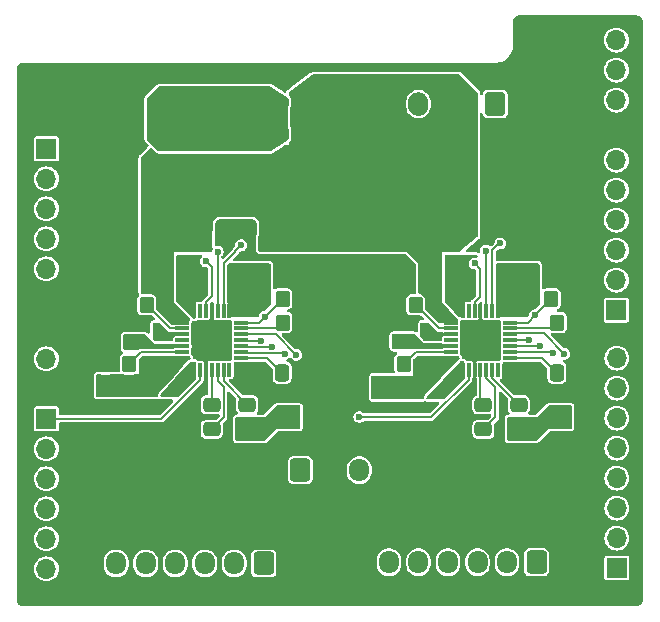
<source format=gbr>
%TF.GenerationSoftware,KiCad,Pcbnew,8.0.6*%
%TF.CreationDate,2025-01-28T15:40:01+01:00*%
%TF.ProjectId,Drivers_PCB,44726976-6572-4735-9f50-43422e6b6963,rev?*%
%TF.SameCoordinates,Original*%
%TF.FileFunction,Copper,L1,Top*%
%TF.FilePolarity,Positive*%
%FSLAX46Y46*%
G04 Gerber Fmt 4.6, Leading zero omitted, Abs format (unit mm)*
G04 Created by KiCad (PCBNEW 8.0.6) date 2025-01-28 15:40:01*
%MOMM*%
%LPD*%
G01*
G04 APERTURE LIST*
G04 Aperture macros list*
%AMRoundRect*
0 Rectangle with rounded corners*
0 $1 Rounding radius*
0 $2 $3 $4 $5 $6 $7 $8 $9 X,Y pos of 4 corners*
0 Add a 4 corners polygon primitive as box body*
4,1,4,$2,$3,$4,$5,$6,$7,$8,$9,$2,$3,0*
0 Add four circle primitives for the rounded corners*
1,1,$1+$1,$2,$3*
1,1,$1+$1,$4,$5*
1,1,$1+$1,$6,$7*
1,1,$1+$1,$8,$9*
0 Add four rect primitives between the rounded corners*
20,1,$1+$1,$2,$3,$4,$5,0*
20,1,$1+$1,$4,$5,$6,$7,0*
20,1,$1+$1,$6,$7,$8,$9,0*
20,1,$1+$1,$8,$9,$2,$3,0*%
G04 Aperture macros list end*
%TA.AperFunction,SMDPad,CuDef*%
%ADD10RoundRect,0.250000X0.337500X0.475000X-0.337500X0.475000X-0.337500X-0.475000X0.337500X-0.475000X0*%
%TD*%
%TA.AperFunction,ComponentPad*%
%ADD11R,3.000000X3.000000*%
%TD*%
%TA.AperFunction,ComponentPad*%
%ADD12C,3.000000*%
%TD*%
%TA.AperFunction,ComponentPad*%
%ADD13RoundRect,0.250000X0.600000X0.725000X-0.600000X0.725000X-0.600000X-0.725000X0.600000X-0.725000X0*%
%TD*%
%TA.AperFunction,ComponentPad*%
%ADD14O,1.700000X1.950000*%
%TD*%
%TA.AperFunction,SMDPad,CuDef*%
%ADD15RoundRect,0.250000X0.350000X0.450000X-0.350000X0.450000X-0.350000X-0.450000X0.350000X-0.450000X0*%
%TD*%
%TA.AperFunction,ComponentPad*%
%ADD16RoundRect,0.250000X-0.600000X-0.750000X0.600000X-0.750000X0.600000X0.750000X-0.600000X0.750000X0*%
%TD*%
%TA.AperFunction,ComponentPad*%
%ADD17O,1.700000X2.000000*%
%TD*%
%TA.AperFunction,SMDPad,CuDef*%
%ADD18RoundRect,0.250000X-0.350000X-0.450000X0.350000X-0.450000X0.350000X0.450000X-0.350000X0.450000X0*%
%TD*%
%TA.AperFunction,SMDPad,CuDef*%
%ADD19R,0.300000X1.150000*%
%TD*%
%TA.AperFunction,SMDPad,CuDef*%
%ADD20R,1.150000X0.300000*%
%TD*%
%TA.AperFunction,SMDPad,CuDef*%
%ADD21R,3.150000X3.150000*%
%TD*%
%TA.AperFunction,SMDPad,CuDef*%
%ADD22RoundRect,0.250000X0.475000X-0.337500X0.475000X0.337500X-0.475000X0.337500X-0.475000X-0.337500X0*%
%TD*%
%TA.AperFunction,SMDPad,CuDef*%
%ADD23RoundRect,0.400000X-1.350000X-0.400000X1.350000X-0.400000X1.350000X0.400000X-1.350000X0.400000X0*%
%TD*%
%TA.AperFunction,ComponentPad*%
%ADD24RoundRect,0.250000X-0.600000X-0.725000X0.600000X-0.725000X0.600000X0.725000X-0.600000X0.725000X0*%
%TD*%
%TA.AperFunction,ComponentPad*%
%ADD25RoundRect,0.250000X0.600000X0.750000X-0.600000X0.750000X-0.600000X-0.750000X0.600000X-0.750000X0*%
%TD*%
%TA.AperFunction,ComponentPad*%
%ADD26R,1.700000X1.700000*%
%TD*%
%TA.AperFunction,ComponentPad*%
%ADD27O,1.700000X1.700000*%
%TD*%
%TA.AperFunction,ViaPad*%
%ADD28C,0.600000*%
%TD*%
%TA.AperFunction,ViaPad*%
%ADD29C,0.800000*%
%TD*%
%TA.AperFunction,Conductor*%
%ADD30C,0.200000*%
%TD*%
%TA.AperFunction,Conductor*%
%ADD31C,0.800000*%
%TD*%
G04 APERTURE END LIST*
D10*
%TO.P,C6,1*%
%TO.N,GND*%
X115037500Y-65500000D03*
%TO.P,C6,2*%
%TO.N,VDD*%
X112962500Y-65500000D03*
%TD*%
D11*
%TO.P,J1,1,Pin_1*%
%TO.N,Net-(J1-Pin_1)*%
X105390000Y-52050000D03*
D12*
%TO.P,J1,2,Pin_2*%
%TO.N,GND*%
X100310000Y-52050000D03*
%TD*%
D13*
%TO.P,J5,1,Pin_1*%
%TO.N,unconnected-(J5-Pin_1-Pad1)*%
X136500000Y-89800000D03*
D14*
%TO.P,J5,2,Pin_2*%
%TO.N,GREEN2*%
X134000000Y-89800000D03*
%TO.P,J5,3,Pin_3*%
%TO.N,BLACK2*%
X131500000Y-89800000D03*
%TO.P,J5,4,Pin_4*%
%TO.N,BLUE2*%
X129000000Y-89800000D03*
%TO.P,J5,5,Pin_5*%
%TO.N,RED2*%
X126500000Y-89800000D03*
%TO.P,J5,6,Pin_6*%
%TO.N,unconnected-(J5-Pin_6-Pad6)*%
X124000000Y-89800000D03*
%TD*%
D15*
%TO.P,R8,1*%
%TO.N,Net-(U2-SENSE2)*%
X125250000Y-73000000D03*
%TO.P,R8,2*%
%TO.N,GND*%
X123250000Y-73000000D03*
%TD*%
D10*
%TO.P,C2,1*%
%TO.N,GND*%
X117037500Y-73750000D03*
%TO.P,C2,2*%
%TO.N,Net-(U1-VREG)*%
X114962500Y-73750000D03*
%TD*%
D15*
%TO.P,R6,1*%
%TO.N,GND*%
X140250000Y-69500000D03*
%TO.P,R6,2*%
%TO.N,Net-(U2-ROSC)*%
X138250000Y-69500000D03*
%TD*%
D16*
%TO.P,J6,1,Pin_1*%
%TO.N,IR_LED*%
X133000000Y-51000000D03*
D17*
%TO.P,J6,2,Pin_2*%
%TO.N,GND*%
X135500000Y-51000000D03*
%TD*%
D18*
%TO.P,R1,1*%
%TO.N,VDD*%
X113000000Y-67500000D03*
%TO.P,R1,2*%
%TO.N,SLEEP1*%
X115000000Y-67500000D03*
%TD*%
D13*
%TO.P,J3,1,Pin_1*%
%TO.N,unconnected-(J3-Pin_1-Pad1)*%
X113400000Y-89900000D03*
D14*
%TO.P,J3,2,Pin_2*%
%TO.N,GREEN1*%
X110900000Y-89900000D03*
%TO.P,J3,3,Pin_3*%
%TO.N,BLACK1*%
X108400000Y-89900000D03*
%TO.P,J3,4,Pin_4*%
%TO.N,BLUE1*%
X105900000Y-89900000D03*
%TO.P,J3,5,Pin_5*%
%TO.N,RED1*%
X103400000Y-89900000D03*
%TO.P,J3,6,Pin_6*%
%TO.N,unconnected-(J3-Pin_6-Pad6)*%
X100900000Y-89900000D03*
%TD*%
D15*
%TO.P,R3,1*%
%TO.N,Net-(U1-SENSE1)*%
X103500000Y-68000000D03*
%TO.P,R3,2*%
%TO.N,GND*%
X101500000Y-68000000D03*
%TD*%
%TO.P,R2,1*%
%TO.N,GND*%
X117000000Y-69500000D03*
%TO.P,R2,2*%
%TO.N,Net-(U1-ROSC)*%
X115000000Y-69500000D03*
%TD*%
D10*
%TO.P,C7,1*%
%TO.N,GND*%
X140287500Y-73750000D03*
%TO.P,C7,2*%
%TO.N,Net-(U2-VREG)*%
X138212500Y-73750000D03*
%TD*%
D19*
%TO.P,U1,1,OUT2B*%
%TO.N,BLUE1*%
X107500000Y-73500000D03*
%TO.P,U1,2,~{ENABLE}*%
%TO.N,EN1*%
X108000000Y-73500000D03*
%TO.P,U1,3,GND*%
%TO.N,GND*%
X108500000Y-73500000D03*
%TO.P,U1,4,CP1*%
%TO.N,Net-(U1-CP1)*%
X109000000Y-73500000D03*
%TO.P,U1,5,CP2*%
%TO.N,Net-(U1-CP2)*%
X109500000Y-73500000D03*
%TO.P,U1,6,VCP*%
%TO.N,Net-(U1-VCP)*%
X110000000Y-73500000D03*
%TO.P,U1,7*%
%TO.N,unconnected-(U1-Pad7)*%
X110500000Y-73500000D03*
D20*
%TO.P,U1,8,VREG*%
%TO.N,Net-(U1-VREG)*%
X111500000Y-72500000D03*
%TO.P,U1,9,MS1*%
%TO.N,MS1*%
X111500000Y-72000000D03*
%TO.P,U1,10,MS2*%
%TO.N,MS2*%
X111500000Y-71500000D03*
%TO.P,U1,11,MS3*%
%TO.N,MS3*%
X111500000Y-71000000D03*
%TO.P,U1,12,~{RESET}*%
%TO.N,RESET1*%
X111500000Y-70500000D03*
%TO.P,U1,13,ROSC*%
%TO.N,Net-(U1-ROSC)*%
X111500000Y-70000000D03*
%TO.P,U1,14,~{SLEEP}*%
%TO.N,SLEEP1*%
X111500000Y-69500000D03*
D19*
%TO.P,U1,15,VDD*%
%TO.N,VDD*%
X110500000Y-68500000D03*
%TO.P,U1,16,STEP*%
%TO.N,STEP1*%
X110000000Y-68500000D03*
%TO.P,U1,17,VREF*%
%TO.N,VREF*%
X109500000Y-68500000D03*
%TO.P,U1,18,GND*%
%TO.N,GND*%
X109000000Y-68500000D03*
%TO.P,U1,19,DIR*%
%TO.N,DIR1*%
X108500000Y-68500000D03*
%TO.P,U1,20*%
%TO.N,unconnected-(U1-Pad20)*%
X108000000Y-68500000D03*
%TO.P,U1,21,OUT1B*%
%TO.N,GREEN1*%
X107500000Y-68500000D03*
D20*
%TO.P,U1,22,VBB1*%
%TO.N,VBB*%
X106500000Y-69500000D03*
%TO.P,U1,23,SENSE1*%
%TO.N,Net-(U1-SENSE1)*%
X106500000Y-70000000D03*
%TO.P,U1,24,OUT1A*%
%TO.N,BLACK1*%
X106500000Y-70500000D03*
%TO.P,U1,25*%
%TO.N,unconnected-(U1-Pad25)*%
X106500000Y-71000000D03*
%TO.P,U1,26,OUT2A*%
%TO.N,RED1*%
X106500000Y-71500000D03*
%TO.P,U1,27,SENSE2*%
%TO.N,Net-(U1-SENSE2)*%
X106500000Y-72000000D03*
%TO.P,U1,28,VBB2*%
%TO.N,VBB*%
X106500000Y-72500000D03*
D21*
%TO.P,U1,29,PAD*%
%TO.N,GND*%
X109000000Y-71000000D03*
%TD*%
D22*
%TO.P,C8,1*%
%TO.N,Net-(U2-CP2)*%
X132000000Y-78537500D03*
%TO.P,C8,2*%
%TO.N,Net-(U2-CP1)*%
X132000000Y-76462500D03*
%TD*%
D15*
%TO.P,R7,1*%
%TO.N,Net-(U2-SENSE1)*%
X126250000Y-68000000D03*
%TO.P,R7,2*%
%TO.N,GND*%
X124250000Y-68000000D03*
%TD*%
D23*
%TO.P,C5,1*%
%TO.N,VBB*%
X128200000Y-61550000D03*
%TO.P,C5,2*%
%TO.N,GND*%
X133800000Y-61550000D03*
%TD*%
D18*
%TO.P,R5,1*%
%TO.N,VDD*%
X135750000Y-67500000D03*
%TO.P,R5,2*%
%TO.N,SLEEP2*%
X137750000Y-67500000D03*
%TD*%
D24*
%TO.P,J4,1,Pin_1*%
%TO.N,EOC_SWITCH*%
X116500000Y-82000000D03*
D14*
%TO.P,J4,2,Pin_2*%
%TO.N,GND*%
X119000000Y-82000000D03*
%TO.P,J4,3,Pin_3*%
%TO.N,VDD*%
X121500000Y-82000000D03*
%TD*%
D19*
%TO.P,U2,1,OUT2B*%
%TO.N,BLUE2*%
X130250000Y-73500000D03*
%TO.P,U2,2,~{ENABLE}*%
%TO.N,EN2*%
X130750000Y-73500000D03*
%TO.P,U2,3,GND*%
%TO.N,GND*%
X131250000Y-73500000D03*
%TO.P,U2,4,CP1*%
%TO.N,Net-(U2-CP1)*%
X131750000Y-73500000D03*
%TO.P,U2,5,CP2*%
%TO.N,Net-(U2-CP2)*%
X132250000Y-73500000D03*
%TO.P,U2,6,VCP*%
%TO.N,Net-(U2-VCP)*%
X132750000Y-73500000D03*
%TO.P,U2,7*%
%TO.N,unconnected-(U2-Pad7)*%
X133250000Y-73500000D03*
D20*
%TO.P,U2,8,VREG*%
%TO.N,Net-(U2-VREG)*%
X134250000Y-72500000D03*
%TO.P,U2,9,MS1*%
%TO.N,MS1*%
X134250000Y-72000000D03*
%TO.P,U2,10,MS2*%
%TO.N,MS2*%
X134250000Y-71500000D03*
%TO.P,U2,11,MS3*%
%TO.N,MS3*%
X134250000Y-71000000D03*
%TO.P,U2,12,~{RESET}*%
%TO.N,RESET2*%
X134250000Y-70500000D03*
%TO.P,U2,13,ROSC*%
%TO.N,Net-(U2-ROSC)*%
X134250000Y-70000000D03*
%TO.P,U2,14,~{SLEEP}*%
%TO.N,SLEEP2*%
X134250000Y-69500000D03*
D19*
%TO.P,U2,15,VDD*%
%TO.N,VDD*%
X133250000Y-68500000D03*
%TO.P,U2,16,STEP*%
%TO.N,STEP2*%
X132750000Y-68500000D03*
%TO.P,U2,17,VREF*%
%TO.N,VREF*%
X132250000Y-68500000D03*
%TO.P,U2,18,GND*%
%TO.N,GND*%
X131750000Y-68500000D03*
%TO.P,U2,19,DIR*%
%TO.N,DIR2*%
X131250000Y-68500000D03*
%TO.P,U2,20*%
%TO.N,unconnected-(U2-Pad20)*%
X130750000Y-68500000D03*
%TO.P,U2,21,OUT1B*%
%TO.N,GREEN2*%
X130250000Y-68500000D03*
D20*
%TO.P,U2,22,VBB1*%
%TO.N,VBB*%
X129250000Y-69500000D03*
%TO.P,U2,23,SENSE1*%
%TO.N,Net-(U2-SENSE1)*%
X129250000Y-70000000D03*
%TO.P,U2,24,OUT1A*%
%TO.N,BLACK2*%
X129250000Y-70500000D03*
%TO.P,U2,25*%
%TO.N,unconnected-(U2-Pad25)*%
X129250000Y-71000000D03*
%TO.P,U2,26,OUT2A*%
%TO.N,RED2*%
X129250000Y-71500000D03*
%TO.P,U2,27,SENSE2*%
%TO.N,Net-(U2-SENSE2)*%
X129250000Y-72000000D03*
%TO.P,U2,28,VBB2*%
%TO.N,VBB*%
X129250000Y-72500000D03*
D21*
%TO.P,U2,29,PAD*%
%TO.N,GND*%
X131750000Y-71000000D03*
%TD*%
D23*
%TO.P,C10,1*%
%TO.N,VBB*%
X105450000Y-61550000D03*
%TO.P,C10,2*%
%TO.N,GND*%
X111050000Y-61550000D03*
%TD*%
D22*
%TO.P,C3,1*%
%TO.N,Net-(U1-CP2)*%
X109000000Y-78537500D03*
%TO.P,C3,2*%
%TO.N,Net-(U1-CP1)*%
X109000000Y-76462500D03*
%TD*%
%TO.P,C4,1*%
%TO.N,VBB*%
X112000000Y-78537500D03*
%TO.P,C4,2*%
%TO.N,Net-(U1-VCP)*%
X112000000Y-76462500D03*
%TD*%
D25*
%TO.P,J11,1,Pin_1*%
%TO.N,VBB*%
X116500000Y-52100000D03*
D17*
%TO.P,J11,2,Pin_2*%
%TO.N,Net-(J1-Pin_1)*%
X114000000Y-52100000D03*
%TD*%
D16*
%TO.P,J2,1,Pin_1*%
%TO.N,VBB*%
X124000000Y-51000000D03*
D17*
%TO.P,J2,2,Pin_2*%
%TO.N,GND*%
X126500000Y-51000000D03*
%TD*%
D10*
%TO.P,C1,1*%
%TO.N,GND*%
X137787500Y-65500000D03*
%TO.P,C1,2*%
%TO.N,VDD*%
X135712500Y-65500000D03*
%TD*%
D22*
%TO.P,C9,1*%
%TO.N,VBB*%
X135000000Y-78537500D03*
%TO.P,C9,2*%
%TO.N,Net-(U2-VCP)*%
X135000000Y-76462500D03*
%TD*%
D15*
%TO.P,R4,1*%
%TO.N,Net-(U1-SENSE2)*%
X102000000Y-73000000D03*
%TO.P,R4,2*%
%TO.N,GND*%
X100000000Y-73000000D03*
%TD*%
D26*
%TO.P,J8,1,Pin_1*%
%TO.N,EN1*%
X95000000Y-77650000D03*
D27*
%TO.P,J8,2,Pin_2*%
%TO.N,EN2*%
X95000000Y-80190000D03*
%TO.P,J8,3,Pin_3*%
%TO.N,EOC_SWITCH*%
X95000000Y-82730000D03*
%TO.P,J8,4,Pin_4*%
%TO.N,unconnected-(J8-Pin_4-Pad4)*%
X95000000Y-85270000D03*
%TO.P,J8,5,Pin_5*%
%TO.N,unconnected-(J8-Pin_5-Pad5)*%
X95000000Y-87810000D03*
%TO.P,J8,6,Pin_6*%
%TO.N,unconnected-(J8-Pin_6-Pad6)*%
X95000000Y-90350000D03*
%TD*%
D26*
%TO.P,J7,1,Pin_1*%
%TO.N,unconnected-(J7-Pin_1-Pad1)*%
X95000000Y-54790000D03*
D27*
%TO.P,J7,2,Pin_2*%
%TO.N,unconnected-(J7-Pin_2-Pad2)*%
X95000000Y-57330000D03*
%TO.P,J7,3,Pin_3*%
%TO.N,unconnected-(J7-Pin_3-Pad3)*%
X95000000Y-59870000D03*
%TO.P,J7,4,Pin_4*%
%TO.N,VREF*%
X95000000Y-62410000D03*
%TO.P,J7,5,Pin_5*%
%TO.N,VDD*%
X95000000Y-64950000D03*
%TO.P,J7,6,Pin_6*%
%TO.N,GND*%
X95000000Y-67490000D03*
%TO.P,J7,7,Pin_7*%
X95000000Y-70030000D03*
%TO.P,J7,8,Pin_8*%
%TO.N,unconnected-(J7-Pin_8-Pad8)*%
X95000000Y-72570000D03*
%TD*%
D26*
%TO.P,J9,1,Pin_1*%
%TO.N,MS1*%
X143250000Y-68450000D03*
D27*
%TO.P,J9,2,Pin_2*%
%TO.N,MS2*%
X143250000Y-65910000D03*
%TO.P,J9,3,Pin_3*%
%TO.N,MS3*%
X143250000Y-63370000D03*
%TO.P,J9,4,Pin_4*%
%TO.N,STEP1*%
X143250000Y-60830000D03*
%TO.P,J9,5,Pin_5*%
%TO.N,IR_LED*%
X143250000Y-58290000D03*
%TO.P,J9,6,Pin_6*%
%TO.N,STEP2*%
X143250000Y-55750000D03*
%TO.P,J9,7,Pin_7*%
%TO.N,GND*%
X143250000Y-53210000D03*
%TO.P,J9,8,Pin_8*%
%TO.N,unconnected-(J9-Pin_8-Pad8)*%
X143250000Y-50670000D03*
%TO.P,J9,9,Pin_9*%
%TO.N,unconnected-(J9-Pin_9-Pad9)*%
X143250000Y-48130000D03*
%TO.P,J9,10,Pin_10*%
%TO.N,unconnected-(J9-Pin_10-Pad10)*%
X143250000Y-45590000D03*
%TD*%
D26*
%TO.P,J10,1,Pin_1*%
%TO.N,unconnected-(J10-Pin_1-Pad1)*%
X143300000Y-90290000D03*
D27*
%TO.P,J10,2,Pin_2*%
%TO.N,unconnected-(J10-Pin_2-Pad2)*%
X143300000Y-87750000D03*
%TO.P,J10,3,Pin_3*%
%TO.N,SLEEP1*%
X143300000Y-85210000D03*
%TO.P,J10,4,Pin_4*%
%TO.N,SLEEP2*%
X143300000Y-82670000D03*
%TO.P,J10,5,Pin_5*%
%TO.N,RESET1*%
X143300000Y-80130000D03*
%TO.P,J10,6,Pin_6*%
%TO.N,RESET2*%
X143300000Y-77590000D03*
%TO.P,J10,7,Pin_7*%
%TO.N,DIR1*%
X143300000Y-75050000D03*
%TO.P,J10,8,Pin_8*%
%TO.N,DIR2*%
X143300000Y-72510000D03*
%TD*%
D28*
%TO.N,GND*%
X131750000Y-72000000D03*
X110000000Y-70000000D03*
X108000000Y-71000000D03*
X109000000Y-71000000D03*
X110000000Y-72000000D03*
X130750000Y-71000000D03*
X119500000Y-66500000D03*
X108000000Y-70000000D03*
X132750000Y-71000000D03*
X132750000Y-72000000D03*
X110000000Y-71000000D03*
X109000000Y-72000000D03*
X131750000Y-70000000D03*
X130750000Y-72000000D03*
X109000000Y-70000000D03*
X125500000Y-66500000D03*
X131750000Y-71000000D03*
X108000000Y-72000000D03*
X130750000Y-70000000D03*
X132750000Y-70000000D03*
D29*
%TO.N,VBB*%
X115500000Y-77500000D03*
X123300000Y-75000000D03*
X122000000Y-59500000D03*
X138500000Y-77500000D03*
X100000000Y-75000000D03*
%TO.N,VDD*%
X111500000Y-66500000D03*
X134250000Y-66500000D03*
%TO.N,BLUE1*%
X106000000Y-75100000D03*
%TO.N,GREEN1*%
X106900000Y-66900000D03*
%TO.N,RED1*%
X102500000Y-71000000D03*
%TO.N,BLACK1*%
X104900000Y-70500000D03*
%TO.N,RED2*%
X125000000Y-71000000D03*
D28*
%TO.N,SLEEP1*%
X113500000Y-69000000D03*
D29*
%TO.N,BLACK2*%
X127500000Y-70500000D03*
%TO.N,BLUE2*%
X128700000Y-75100000D03*
%TO.N,GREEN2*%
X129900000Y-66900000D03*
D28*
%TO.N,RESET1*%
X116170000Y-72240000D03*
%TO.N,DIR1*%
X108500000Y-64300000D03*
%TO.N,STEP1*%
X111493760Y-62950000D03*
%TO.N,MS3*%
X135850000Y-70950000D03*
X113170000Y-71040000D03*
%TO.N,MS1*%
X115170000Y-72140000D03*
X137850000Y-72050000D03*
%TO.N,MS2*%
X136750000Y-71450000D03*
X114070000Y-71540000D03*
%TO.N,STEP2*%
X133430000Y-62800000D03*
%TO.N,EN2*%
X121500000Y-77500000D03*
%TO.N,RESET2*%
X138850000Y-72150000D03*
%TO.N,DIR2*%
X131250000Y-64500000D03*
%TO.N,SLEEP2*%
X136375000Y-68875000D03*
%TO.N,VREF*%
X109500000Y-63500000D03*
X132200000Y-63410000D03*
%TD*%
D30*
%TO.N,Net-(U1-VREG)*%
X113712500Y-72500000D02*
X114962500Y-73750000D01*
X111500000Y-72500000D02*
X113712500Y-72500000D01*
%TO.N,Net-(U1-CP2)*%
X110000000Y-74957474D02*
X109500000Y-74457474D01*
X110000000Y-77537500D02*
X110000000Y-74957474D01*
X109000000Y-78537500D02*
X110000000Y-77537500D01*
X109500000Y-74457474D02*
X109500000Y-73500000D01*
%TO.N,Net-(U1-CP1)*%
X109000000Y-76462500D02*
X109000000Y-73500000D01*
%TO.N,Net-(U1-VCP)*%
X110000000Y-74462500D02*
X110000000Y-73500000D01*
X112000000Y-76462500D02*
X110000000Y-74462500D01*
%TO.N,Net-(U2-VREG)*%
X134250000Y-72500000D02*
X136962500Y-72500000D01*
X136962500Y-72500000D02*
X138212500Y-73750000D01*
%TO.N,Net-(U2-CP2)*%
X133000000Y-74957474D02*
X132250000Y-74207474D01*
X132250000Y-74207474D02*
X132250000Y-73500000D01*
X133000000Y-77537500D02*
X133000000Y-74957474D01*
X132000000Y-78537500D02*
X133000000Y-77537500D01*
%TO.N,Net-(U2-CP1)*%
X132000000Y-76462500D02*
X131750000Y-76212500D01*
X131750000Y-76212500D02*
X131750000Y-73500000D01*
%TO.N,Net-(U2-VCP)*%
X132750000Y-74212500D02*
X135000000Y-76462500D01*
X132750000Y-73500000D02*
X132750000Y-74212500D01*
D31*
%TO.N,VDD*%
X135712500Y-65500000D02*
X135712500Y-67462500D01*
X135712500Y-67462500D02*
X135750000Y-67500000D01*
X112962500Y-65500000D02*
X112962500Y-67462500D01*
X112962500Y-67462500D02*
X113000000Y-67500000D01*
D30*
%TO.N,SLEEP1*%
X111500000Y-69500000D02*
X113000000Y-69500000D01*
X113500000Y-69000000D02*
X115000000Y-67500000D01*
X113000000Y-69500000D02*
X113500000Y-69000000D01*
%TO.N,EN1*%
X104675000Y-77650000D02*
X95000000Y-77650000D01*
X108000000Y-74325000D02*
X104675000Y-77650000D01*
X108000000Y-73500000D02*
X108000000Y-74325000D01*
%TO.N,RESET1*%
X116170000Y-72240000D02*
X114420000Y-70490000D01*
X114420000Y-70490000D02*
X111520000Y-70490000D01*
%TO.N,DIR1*%
X109000000Y-67275000D02*
X108500000Y-67775000D01*
X108500000Y-67775000D02*
X108500000Y-68500000D01*
X108600000Y-68400000D02*
X108500000Y-68500000D01*
X109000000Y-64800000D02*
X109000000Y-67275000D01*
X108500000Y-64300000D02*
X109000000Y-64800000D01*
%TO.N,STEP1*%
X110000000Y-68500000D02*
X110000000Y-64500000D01*
X110000000Y-64500000D02*
X111000000Y-63500000D01*
X111000000Y-63500000D02*
X111000000Y-63443760D01*
X111000000Y-63443760D02*
X111493760Y-62950000D01*
%TO.N,MS3*%
X134150000Y-70950000D02*
X135850000Y-70950000D01*
X111470000Y-71040000D02*
X113170000Y-71040000D01*
%TO.N,MS1*%
X134200000Y-72000000D02*
X137800000Y-72000000D01*
X111500000Y-72000000D02*
X111550000Y-72050000D01*
X111520000Y-72090000D02*
X115120000Y-72090000D01*
%TO.N,MS2*%
X111500000Y-71500000D02*
X111550000Y-71550000D01*
X111520000Y-71590000D02*
X114020000Y-71590000D01*
X134200000Y-71500000D02*
X136700000Y-71500000D01*
%TO.N,STEP2*%
X133430000Y-62800000D02*
X133340000Y-62800000D01*
X133340000Y-62800000D02*
X132750000Y-63390000D01*
X132750000Y-63390000D02*
X132750000Y-68500000D01*
%TO.N,EN2*%
X130750000Y-74325000D02*
X127575000Y-77500000D01*
X127575000Y-77500000D02*
X121500000Y-77500000D01*
X130750000Y-73500000D02*
X130750000Y-74325000D01*
%TO.N,RESET2*%
X138850000Y-72150000D02*
X137100000Y-70400000D01*
X137100000Y-70400000D02*
X134200000Y-70400000D01*
%TO.N,DIR2*%
X131700000Y-67325000D02*
X131250000Y-67775000D01*
X131250000Y-64500000D02*
X131700000Y-64950000D01*
X131250000Y-67775000D02*
X131250000Y-68500000D01*
X131700000Y-64950000D02*
X131700000Y-67325000D01*
%TO.N,SLEEP2*%
X134250000Y-69500000D02*
X135750000Y-69500000D01*
X135750000Y-69500000D02*
X136375000Y-68875000D01*
X136375000Y-68875000D02*
X137750000Y-67500000D01*
%TO.N,Net-(U1-ROSC)*%
X111500000Y-70000000D02*
X114500000Y-70000000D01*
X114500000Y-70000000D02*
X115000000Y-69500000D01*
%TO.N,VREF*%
X109500000Y-63500000D02*
X109500000Y-68500000D01*
X132200000Y-63410000D02*
X132200000Y-68450000D01*
X132200000Y-68450000D02*
X132250000Y-68500000D01*
%TO.N,Net-(U1-SENSE1)*%
X103500000Y-68000000D02*
X105500000Y-70000000D01*
X105500000Y-70000000D02*
X106500000Y-70000000D01*
%TO.N,Net-(U1-SENSE2)*%
X102000000Y-73000000D02*
X103000000Y-72000000D01*
X103000000Y-72000000D02*
X106500000Y-72000000D01*
%TO.N,Net-(U2-ROSC)*%
X134250000Y-70000000D02*
X137750000Y-70000000D01*
X137750000Y-70000000D02*
X138250000Y-69500000D01*
%TO.N,Net-(U2-SENSE1)*%
X126250000Y-68000000D02*
X128250000Y-70000000D01*
X128250000Y-70000000D02*
X129250000Y-70000000D01*
%TO.N,Net-(U2-SENSE2)*%
X125250000Y-73000000D02*
X126250000Y-72000000D01*
X126250000Y-72000000D02*
X129250000Y-72000000D01*
%TO.N,EOC_SWITCH*%
X115770000Y-82730000D02*
X116500000Y-82000000D01*
%TD*%
%TA.AperFunction,Conductor*%
%TO.N,VBB*%
G36*
X128500000Y-63500000D02*
G01*
X128500000Y-67750000D01*
X129067298Y-68411848D01*
X129824545Y-69295302D01*
X129853228Y-69359013D01*
X129842913Y-69428117D01*
X129796875Y-69480674D01*
X129730397Y-69500000D01*
X128226333Y-69500000D01*
X128159294Y-69480315D01*
X128138652Y-69463681D01*
X127086819Y-68411848D01*
X127053334Y-68350525D01*
X127050500Y-68324167D01*
X127050500Y-67495730D01*
X127047646Y-67465300D01*
X127047646Y-67465298D01*
X127002793Y-67337119D01*
X127002792Y-67337117D01*
X126922150Y-67227850D01*
X126812882Y-67147207D01*
X126812880Y-67147206D01*
X126684700Y-67102353D01*
X126654270Y-67099500D01*
X126654266Y-67099500D01*
X126624000Y-67099500D01*
X126556961Y-67079815D01*
X126511206Y-67027011D01*
X126500000Y-66975500D01*
X126500000Y-64500000D01*
X125500000Y-63500000D01*
X125500000Y-63000000D01*
X128500000Y-63000000D01*
X128500000Y-63500000D01*
G37*
%TD.AperFunction*%
%TD*%
%TA.AperFunction,Conductor*%
%TO.N,BLACK2*%
G36*
X127340706Y-69519685D02*
G01*
X127361348Y-69536319D01*
X128009540Y-70184511D01*
X128065489Y-70240460D01*
X128065491Y-70240461D01*
X128065495Y-70240464D01*
X128134004Y-70280017D01*
X128134011Y-70280021D01*
X128210438Y-70300500D01*
X128501734Y-70300500D01*
X128568773Y-70320185D01*
X128570595Y-70321377D01*
X128596769Y-70338867D01*
X128596771Y-70338867D01*
X128596772Y-70338868D01*
X128596770Y-70338868D01*
X128655247Y-70350499D01*
X128655250Y-70350500D01*
X129581484Y-70350500D01*
X129648523Y-70370185D01*
X129694278Y-70422989D01*
X129705282Y-70467427D01*
X129708196Y-70518427D01*
X129692368Y-70586480D01*
X129642260Y-70635172D01*
X129584398Y-70649500D01*
X128655247Y-70649500D01*
X128596770Y-70661131D01*
X128596769Y-70661132D01*
X128530447Y-70705447D01*
X128486132Y-70771769D01*
X128486131Y-70771770D01*
X128474500Y-70830247D01*
X128474500Y-70920500D01*
X128454815Y-70987539D01*
X128402011Y-71033294D01*
X128350500Y-71044500D01*
X126999517Y-71044500D01*
X126932478Y-71024815D01*
X126906197Y-71002154D01*
X126680680Y-70744419D01*
X126651349Y-70681005D01*
X126650000Y-70662765D01*
X126650000Y-69624000D01*
X126669685Y-69556961D01*
X126722489Y-69511206D01*
X126774000Y-69500000D01*
X127273667Y-69500000D01*
X127340706Y-69519685D01*
G37*
%TD.AperFunction*%
%TD*%
%TA.AperFunction,Conductor*%
%TO.N,RED1*%
G36*
X103410771Y-70519685D02*
G01*
X103437051Y-70542345D01*
X104100000Y-71300000D01*
X105750986Y-71300000D01*
X105818025Y-71319685D01*
X105819873Y-71320895D01*
X105846769Y-71338867D01*
X105846772Y-71338867D01*
X105846773Y-71338868D01*
X105905247Y-71350499D01*
X105905250Y-71350500D01*
X106976000Y-71350500D01*
X107043039Y-71370185D01*
X107088794Y-71422989D01*
X107100000Y-71474500D01*
X107100000Y-71525500D01*
X107080315Y-71592539D01*
X107027511Y-71638294D01*
X106976000Y-71649500D01*
X105905247Y-71649500D01*
X105846771Y-71661131D01*
X105830737Y-71671845D01*
X105820624Y-71678602D01*
X105753948Y-71699480D01*
X105751734Y-71699500D01*
X102960438Y-71699500D01*
X102884010Y-71719978D01*
X102815489Y-71759540D01*
X102815486Y-71759542D01*
X102811348Y-71763681D01*
X102750025Y-71797166D01*
X102723667Y-71800000D01*
X101624000Y-71800000D01*
X101556961Y-71780315D01*
X101511206Y-71727511D01*
X101500000Y-71676000D01*
X101500000Y-70624000D01*
X101519685Y-70556961D01*
X101572489Y-70511206D01*
X101624000Y-70500000D01*
X103343732Y-70500000D01*
X103410771Y-70519685D01*
G37*
%TD.AperFunction*%
%TD*%
%TA.AperFunction,Conductor*%
%TO.N,GREEN2*%
G36*
X131443039Y-63769685D02*
G01*
X131488794Y-63822489D01*
X131500000Y-63874000D01*
X131500000Y-63886132D01*
X131480315Y-63953171D01*
X131427511Y-63998926D01*
X131358353Y-64008870D01*
X131341066Y-64005109D01*
X131321964Y-63999500D01*
X131321961Y-63999500D01*
X131178039Y-63999500D01*
X131178036Y-63999500D01*
X131039949Y-64040045D01*
X130918873Y-64117856D01*
X130824623Y-64226626D01*
X130824622Y-64226628D01*
X130764834Y-64357543D01*
X130744353Y-64500000D01*
X130764834Y-64642456D01*
X130795471Y-64709540D01*
X130824623Y-64773373D01*
X130918872Y-64882143D01*
X131039947Y-64959953D01*
X131039950Y-64959954D01*
X131039949Y-64959954D01*
X131147107Y-64991417D01*
X131175280Y-64999690D01*
X131178036Y-65000499D01*
X131178038Y-65000500D01*
X131274167Y-65000500D01*
X131341206Y-65020185D01*
X131361848Y-65036819D01*
X131363181Y-65038152D01*
X131396666Y-65099475D01*
X131399500Y-65125833D01*
X131399500Y-67149167D01*
X131379815Y-67216206D01*
X131363181Y-67236848D01*
X131009541Y-67590487D01*
X131009539Y-67590489D01*
X130986285Y-67630767D01*
X130969979Y-67659011D01*
X130969978Y-67659013D01*
X130967966Y-67662499D01*
X130917399Y-67710715D01*
X130860578Y-67724500D01*
X130580247Y-67724500D01*
X130521770Y-67736131D01*
X130521769Y-67736132D01*
X130455447Y-67780447D01*
X130411132Y-67846769D01*
X130411131Y-67846770D01*
X130399500Y-67905247D01*
X130399500Y-68876000D01*
X130379815Y-68943039D01*
X130327011Y-68988794D01*
X130275500Y-69000000D01*
X129899120Y-69000000D01*
X129832081Y-68980315D01*
X129804972Y-68956698D01*
X129793264Y-68943039D01*
X129223325Y-68278110D01*
X128779852Y-67760723D01*
X128751169Y-67697012D01*
X128750000Y-67680025D01*
X128750000Y-63874000D01*
X128769685Y-63806961D01*
X128822489Y-63761206D01*
X128874000Y-63750000D01*
X131376000Y-63750000D01*
X131443039Y-63769685D01*
G37*
%TD.AperFunction*%
%TD*%
%TA.AperFunction,Conductor*%
%TO.N,Net-(J1-Pin_1)*%
G36*
X114029495Y-49519685D02*
G01*
X114031239Y-49520826D01*
X115444784Y-50463189D01*
X115489644Y-50516753D01*
X115500000Y-50566362D01*
X115500000Y-51108068D01*
X115493041Y-51149023D01*
X115452354Y-51265298D01*
X115452353Y-51265300D01*
X115449500Y-51295730D01*
X115449500Y-52904269D01*
X115452353Y-52934699D01*
X115452354Y-52934701D01*
X115493041Y-53050977D01*
X115500000Y-53091932D01*
X115500000Y-53933637D01*
X115480315Y-54000676D01*
X115444783Y-54036811D01*
X114031239Y-54979174D01*
X113964540Y-54999982D01*
X113962456Y-55000000D01*
X104551362Y-55000000D01*
X104484323Y-54980315D01*
X104463681Y-54963681D01*
X103536319Y-54036319D01*
X103502834Y-53974996D01*
X103500000Y-53948638D01*
X103500000Y-50551362D01*
X103519685Y-50484323D01*
X103536319Y-50463681D01*
X104463681Y-49536319D01*
X104525004Y-49502834D01*
X104551362Y-49500000D01*
X113962456Y-49500000D01*
X114029495Y-49519685D01*
G37*
%TD.AperFunction*%
%TD*%
%TA.AperFunction,Conductor*%
%TO.N,VDD*%
G36*
X136693039Y-64519685D02*
G01*
X136738794Y-64572489D01*
X136750000Y-64624000D01*
X136750000Y-67948638D01*
X136730315Y-68015677D01*
X136713681Y-68036319D01*
X136411819Y-68338181D01*
X136350496Y-68371666D01*
X136324138Y-68374500D01*
X136303036Y-68374500D01*
X136164949Y-68415045D01*
X136043873Y-68492856D01*
X135949623Y-68601626D01*
X135949622Y-68601628D01*
X135889834Y-68732543D01*
X135874278Y-68840742D01*
X135845253Y-68904298D01*
X135839223Y-68910775D01*
X135786320Y-68963680D01*
X135724997Y-68997166D01*
X135698637Y-69000000D01*
X133224500Y-69000000D01*
X133157461Y-68980315D01*
X133111706Y-68927511D01*
X133100500Y-68876000D01*
X133100500Y-67905249D01*
X133100499Y-67905247D01*
X133088868Y-67846773D01*
X133088867Y-67846770D01*
X133088867Y-67846769D01*
X133071396Y-67820622D01*
X133050520Y-67753947D01*
X133050500Y-67751734D01*
X133050500Y-64624000D01*
X133070185Y-64556961D01*
X133122989Y-64511206D01*
X133174500Y-64500000D01*
X136626000Y-64500000D01*
X136693039Y-64519685D01*
G37*
%TD.AperFunction*%
%TD*%
%TA.AperFunction,Conductor*%
%TO.N,GND*%
G36*
X110012181Y-64062847D02*
G01*
X109950858Y-64096332D01*
X109881167Y-64091348D01*
X109825233Y-64049477D01*
X109800816Y-63984012D01*
X109800500Y-63975166D01*
X109800500Y-63963738D01*
X109820185Y-63896699D01*
X109830787Y-63882535D01*
X109831124Y-63882144D01*
X109831128Y-63882143D01*
X109925377Y-63773373D01*
X109936051Y-63750000D01*
X110325028Y-63750000D01*
X110012181Y-64062847D01*
G37*
%TD.AperFunction*%
%TA.AperFunction,Conductor*%
G36*
X112433954Y-60756061D02*
G01*
X112486925Y-60763034D01*
X112518192Y-60771411D01*
X112584125Y-60798721D01*
X112612156Y-60814906D01*
X112668766Y-60858346D01*
X112691653Y-60881233D01*
X112735092Y-60937843D01*
X112751278Y-60965878D01*
X112778586Y-61031806D01*
X112786964Y-61063071D01*
X112793938Y-61116039D01*
X112794999Y-61132226D01*
X112794999Y-61967766D01*
X112793938Y-61983950D01*
X112786964Y-62036926D01*
X112778587Y-62068193D01*
X112775079Y-62076661D01*
X112763389Y-62115200D01*
X112753949Y-62162659D01*
X112750000Y-62202756D01*
X112750000Y-61750000D01*
X109255481Y-61750000D01*
X109264366Y-61724809D01*
X109276990Y-61698936D01*
X109296675Y-61631897D01*
X109305000Y-61573999D01*
X109305000Y-61132226D01*
X109306061Y-61116043D01*
X109313034Y-61063071D01*
X109321412Y-61031801D01*
X109348719Y-60965877D01*
X109364902Y-60937846D01*
X109408348Y-60881227D01*
X109431227Y-60858348D01*
X109487846Y-60814902D01*
X109515878Y-60798719D01*
X109581806Y-60771411D01*
X109613074Y-60763033D01*
X109666041Y-60756061D01*
X109682224Y-60755000D01*
X112417770Y-60755000D01*
X112433954Y-60756061D01*
G37*
%TD.AperFunction*%
%TA.AperFunction,Conductor*%
G36*
X126595211Y-50007383D02*
G01*
X126734499Y-50035089D01*
X126757747Y-50042140D01*
X126857718Y-50083550D01*
X126888972Y-50096496D01*
X126910408Y-50107953D01*
X126948891Y-50133667D01*
X126948893Y-50133668D01*
X127007265Y-50172670D01*
X127028508Y-50186864D01*
X127047299Y-50202286D01*
X127147716Y-50302703D01*
X127163134Y-50321489D01*
X127242044Y-50439588D01*
X127253500Y-50461020D01*
X127307853Y-50592241D01*
X127314909Y-50615501D01*
X127342617Y-50754792D01*
X127345000Y-50778984D01*
X127345000Y-51221014D01*
X127342617Y-51245206D01*
X127314909Y-51384497D01*
X127307853Y-51407757D01*
X127253500Y-51538978D01*
X127242041Y-51560417D01*
X127163139Y-51678502D01*
X127147718Y-51697292D01*
X127047292Y-51797718D01*
X127028501Y-51813139D01*
X126910415Y-51892041D01*
X126888979Y-51903500D01*
X126757762Y-51957853D01*
X126734499Y-51964909D01*
X126595200Y-51992617D01*
X126571009Y-51995000D01*
X126428985Y-51995000D01*
X126404793Y-51992617D01*
X126265501Y-51964909D01*
X126242241Y-51957853D01*
X126111020Y-51903500D01*
X126089588Y-51892044D01*
X125971490Y-51813135D01*
X125952703Y-51797716D01*
X125852285Y-51697298D01*
X125836867Y-51678512D01*
X125757948Y-51560401D01*
X125746498Y-51538978D01*
X125692141Y-51407748D01*
X125685090Y-51384507D01*
X125657381Y-51245201D01*
X125655000Y-51221019D01*
X125655000Y-50778978D01*
X125657382Y-50754792D01*
X125685091Y-50615487D01*
X125692139Y-50592252D01*
X125746499Y-50461014D01*
X125757946Y-50439600D01*
X125836871Y-50321480D01*
X125852282Y-50302703D01*
X125952704Y-50202280D01*
X125971480Y-50186871D01*
X126089600Y-50107946D01*
X126111014Y-50096499D01*
X126242252Y-50042139D01*
X126265487Y-50035091D01*
X126404796Y-50007381D01*
X126428979Y-50005000D01*
X126571020Y-50005000D01*
X126595211Y-50007383D01*
G37*
%TD.AperFunction*%
%TA.AperFunction,Conductor*%
G36*
X145006922Y-43501280D02*
G01*
X145097266Y-43511459D01*
X145124331Y-43517636D01*
X145203540Y-43545352D01*
X145228553Y-43557398D01*
X145299606Y-43602043D01*
X145321313Y-43619355D01*
X145380644Y-43678686D01*
X145397957Y-43700395D01*
X145442600Y-43771444D01*
X145454648Y-43796462D01*
X145482362Y-43875666D01*
X145488540Y-43902735D01*
X145498720Y-43993076D01*
X145499500Y-44006961D01*
X145499500Y-92993038D01*
X145498720Y-93006923D01*
X145488540Y-93097264D01*
X145482362Y-93124333D01*
X145454648Y-93203537D01*
X145442600Y-93228555D01*
X145397957Y-93299604D01*
X145380644Y-93321313D01*
X145321313Y-93380644D01*
X145299604Y-93397957D01*
X145228555Y-93442600D01*
X145203537Y-93454648D01*
X145124333Y-93482362D01*
X145097264Y-93488540D01*
X145017075Y-93497576D01*
X145006921Y-93498720D01*
X144993038Y-93499500D01*
X93006962Y-93499500D01*
X92993078Y-93498720D01*
X92980553Y-93497308D01*
X92902735Y-93488540D01*
X92875666Y-93482362D01*
X92796462Y-93454648D01*
X92771444Y-93442600D01*
X92700395Y-93397957D01*
X92678686Y-93380644D01*
X92619355Y-93321313D01*
X92602042Y-93299604D01*
X92557399Y-93228555D01*
X92545351Y-93203537D01*
X92517637Y-93124333D01*
X92511459Y-93097263D01*
X92501280Y-93006922D01*
X92500500Y-92993038D01*
X92500500Y-90350000D01*
X93944417Y-90350000D01*
X93964699Y-90555932D01*
X93976446Y-90594655D01*
X94024768Y-90753954D01*
X94122315Y-90936450D01*
X94154362Y-90975500D01*
X94253589Y-91096410D01*
X94330768Y-91159748D01*
X94413550Y-91227685D01*
X94596046Y-91325232D01*
X94794066Y-91385300D01*
X94794065Y-91385300D01*
X94812529Y-91387118D01*
X95000000Y-91405583D01*
X95205934Y-91385300D01*
X95403954Y-91325232D01*
X95586450Y-91227685D01*
X95746410Y-91096410D01*
X95877685Y-90936450D01*
X95975232Y-90753954D01*
X96035300Y-90555934D01*
X96055583Y-90350000D01*
X96035300Y-90144066D01*
X95975232Y-89946046D01*
X95877685Y-89763550D01*
X95802167Y-89671530D01*
X99849500Y-89671530D01*
X99849500Y-90128469D01*
X99889868Y-90331412D01*
X99889870Y-90331420D01*
X99969058Y-90522596D01*
X100084024Y-90694657D01*
X100230342Y-90840975D01*
X100230345Y-90840977D01*
X100402402Y-90955941D01*
X100593580Y-91035130D01*
X100782187Y-91072646D01*
X100796530Y-91075499D01*
X100796534Y-91075500D01*
X100796535Y-91075500D01*
X101003466Y-91075500D01*
X101003467Y-91075499D01*
X101206420Y-91035130D01*
X101397598Y-90955941D01*
X101569655Y-90840977D01*
X101715977Y-90694655D01*
X101830941Y-90522598D01*
X101910130Y-90331420D01*
X101950500Y-90128465D01*
X101950500Y-89671535D01*
X101950499Y-89671530D01*
X102349500Y-89671530D01*
X102349500Y-90128469D01*
X102389868Y-90331412D01*
X102389870Y-90331420D01*
X102469058Y-90522596D01*
X102584024Y-90694657D01*
X102730342Y-90840975D01*
X102730345Y-90840977D01*
X102902402Y-90955941D01*
X103093580Y-91035130D01*
X103282187Y-91072646D01*
X103296530Y-91075499D01*
X103296534Y-91075500D01*
X103296535Y-91075500D01*
X103503466Y-91075500D01*
X103503467Y-91075499D01*
X103706420Y-91035130D01*
X103897598Y-90955941D01*
X104069655Y-90840977D01*
X104215977Y-90694655D01*
X104330941Y-90522598D01*
X104410130Y-90331420D01*
X104450500Y-90128465D01*
X104450500Y-89671535D01*
X104450499Y-89671530D01*
X104849500Y-89671530D01*
X104849500Y-90128469D01*
X104889868Y-90331412D01*
X104889870Y-90331420D01*
X104969058Y-90522596D01*
X105084024Y-90694657D01*
X105230342Y-90840975D01*
X105230345Y-90840977D01*
X105402402Y-90955941D01*
X105593580Y-91035130D01*
X105782187Y-91072646D01*
X105796530Y-91075499D01*
X105796534Y-91075500D01*
X105796535Y-91075500D01*
X106003466Y-91075500D01*
X106003467Y-91075499D01*
X106206420Y-91035130D01*
X106397598Y-90955941D01*
X106569655Y-90840977D01*
X106715977Y-90694655D01*
X106830941Y-90522598D01*
X106910130Y-90331420D01*
X106950500Y-90128465D01*
X106950500Y-89671535D01*
X106950499Y-89671530D01*
X107349500Y-89671530D01*
X107349500Y-90128469D01*
X107389868Y-90331412D01*
X107389870Y-90331420D01*
X107469058Y-90522596D01*
X107584024Y-90694657D01*
X107730342Y-90840975D01*
X107730345Y-90840977D01*
X107902402Y-90955941D01*
X108093580Y-91035130D01*
X108282187Y-91072646D01*
X108296530Y-91075499D01*
X108296534Y-91075500D01*
X108296535Y-91075500D01*
X108503466Y-91075500D01*
X108503467Y-91075499D01*
X108706420Y-91035130D01*
X108897598Y-90955941D01*
X109069655Y-90840977D01*
X109215977Y-90694655D01*
X109330941Y-90522598D01*
X109410130Y-90331420D01*
X109450500Y-90128465D01*
X109450500Y-89671535D01*
X109450499Y-89671530D01*
X109849500Y-89671530D01*
X109849500Y-90128469D01*
X109889868Y-90331412D01*
X109889870Y-90331420D01*
X109969058Y-90522596D01*
X110084024Y-90694657D01*
X110230342Y-90840975D01*
X110230345Y-90840977D01*
X110402402Y-90955941D01*
X110593580Y-91035130D01*
X110782187Y-91072646D01*
X110796530Y-91075499D01*
X110796534Y-91075500D01*
X110796535Y-91075500D01*
X111003466Y-91075500D01*
X111003467Y-91075499D01*
X111206420Y-91035130D01*
X111397598Y-90955941D01*
X111569655Y-90840977D01*
X111715977Y-90694655D01*
X111830941Y-90522598D01*
X111910130Y-90331420D01*
X111950500Y-90128465D01*
X111950500Y-89671535D01*
X111910130Y-89468580D01*
X111830941Y-89277402D01*
X111726257Y-89120730D01*
X112349500Y-89120730D01*
X112349500Y-90679269D01*
X112352353Y-90709699D01*
X112352353Y-90709701D01*
X112397206Y-90837880D01*
X112397207Y-90837882D01*
X112477850Y-90947150D01*
X112587118Y-91027793D01*
X112608089Y-91035131D01*
X112715299Y-91072646D01*
X112745730Y-91075500D01*
X112745734Y-91075500D01*
X114054270Y-91075500D01*
X114084699Y-91072646D01*
X114084701Y-91072646D01*
X114148790Y-91050219D01*
X114212882Y-91027793D01*
X114322150Y-90947150D01*
X114402793Y-90837882D01*
X114432161Y-90753954D01*
X114447646Y-90709701D01*
X114447646Y-90709699D01*
X114450500Y-90679269D01*
X114450500Y-89571530D01*
X122949500Y-89571530D01*
X122949500Y-90028469D01*
X122989868Y-90231412D01*
X122989870Y-90231420D01*
X123069058Y-90422596D01*
X123184024Y-90594657D01*
X123330342Y-90740975D01*
X123330345Y-90740977D01*
X123502402Y-90855941D01*
X123693580Y-90935130D01*
X123882187Y-90972646D01*
X123896530Y-90975499D01*
X123896534Y-90975500D01*
X123896535Y-90975500D01*
X124103466Y-90975500D01*
X124103467Y-90975499D01*
X124306420Y-90935130D01*
X124497598Y-90855941D01*
X124669655Y-90740977D01*
X124815977Y-90594655D01*
X124930941Y-90422598D01*
X125010130Y-90231420D01*
X125050500Y-90028465D01*
X125050500Y-89571535D01*
X125050499Y-89571530D01*
X125449500Y-89571530D01*
X125449500Y-90028469D01*
X125489868Y-90231412D01*
X125489870Y-90231420D01*
X125569058Y-90422596D01*
X125684024Y-90594657D01*
X125830342Y-90740975D01*
X125830345Y-90740977D01*
X126002402Y-90855941D01*
X126193580Y-90935130D01*
X126382187Y-90972646D01*
X126396530Y-90975499D01*
X126396534Y-90975500D01*
X126396535Y-90975500D01*
X126603466Y-90975500D01*
X126603467Y-90975499D01*
X126806420Y-90935130D01*
X126997598Y-90855941D01*
X127169655Y-90740977D01*
X127315977Y-90594655D01*
X127430941Y-90422598D01*
X127510130Y-90231420D01*
X127550500Y-90028465D01*
X127550500Y-89571535D01*
X127550499Y-89571530D01*
X127949500Y-89571530D01*
X127949500Y-90028469D01*
X127989868Y-90231412D01*
X127989870Y-90231420D01*
X128069058Y-90422596D01*
X128184024Y-90594657D01*
X128330342Y-90740975D01*
X128330345Y-90740977D01*
X128502402Y-90855941D01*
X128693580Y-90935130D01*
X128882187Y-90972646D01*
X128896530Y-90975499D01*
X128896534Y-90975500D01*
X128896535Y-90975500D01*
X129103466Y-90975500D01*
X129103467Y-90975499D01*
X129306420Y-90935130D01*
X129497598Y-90855941D01*
X129669655Y-90740977D01*
X129815977Y-90594655D01*
X129930941Y-90422598D01*
X130010130Y-90231420D01*
X130050500Y-90028465D01*
X130050500Y-89571535D01*
X130050499Y-89571530D01*
X130449500Y-89571530D01*
X130449500Y-90028469D01*
X130489868Y-90231412D01*
X130489870Y-90231420D01*
X130569058Y-90422596D01*
X130684024Y-90594657D01*
X130830342Y-90740975D01*
X130830345Y-90740977D01*
X131002402Y-90855941D01*
X131193580Y-90935130D01*
X131382187Y-90972646D01*
X131396530Y-90975499D01*
X131396534Y-90975500D01*
X131396535Y-90975500D01*
X131603466Y-90975500D01*
X131603467Y-90975499D01*
X131806420Y-90935130D01*
X131997598Y-90855941D01*
X132169655Y-90740977D01*
X132315977Y-90594655D01*
X132430941Y-90422598D01*
X132510130Y-90231420D01*
X132550500Y-90028465D01*
X132550500Y-89571535D01*
X132550499Y-89571530D01*
X132949500Y-89571530D01*
X132949500Y-90028469D01*
X132989868Y-90231412D01*
X132989870Y-90231420D01*
X133069058Y-90422596D01*
X133184024Y-90594657D01*
X133330342Y-90740975D01*
X133330345Y-90740977D01*
X133502402Y-90855941D01*
X133693580Y-90935130D01*
X133882187Y-90972646D01*
X133896530Y-90975499D01*
X133896534Y-90975500D01*
X133896535Y-90975500D01*
X134103466Y-90975500D01*
X134103467Y-90975499D01*
X134306420Y-90935130D01*
X134497598Y-90855941D01*
X134669655Y-90740977D01*
X134815977Y-90594655D01*
X134930941Y-90422598D01*
X135010130Y-90231420D01*
X135050500Y-90028465D01*
X135050500Y-89571535D01*
X135010130Y-89368580D01*
X134930941Y-89177402D01*
X134826257Y-89020730D01*
X135449500Y-89020730D01*
X135449500Y-90579269D01*
X135452353Y-90609699D01*
X135452353Y-90609701D01*
X135497206Y-90737880D01*
X135497207Y-90737882D01*
X135577850Y-90847150D01*
X135687118Y-90927793D01*
X135729845Y-90942744D01*
X135815299Y-90972646D01*
X135845730Y-90975500D01*
X135845734Y-90975500D01*
X137154270Y-90975500D01*
X137184699Y-90972646D01*
X137184701Y-90972646D01*
X137248790Y-90950219D01*
X137312882Y-90927793D01*
X137422150Y-90847150D01*
X137502793Y-90737882D01*
X137525219Y-90673790D01*
X137547646Y-90609701D01*
X137547646Y-90609699D01*
X137550500Y-90579269D01*
X137550500Y-89420247D01*
X142249500Y-89420247D01*
X142249500Y-91159752D01*
X142261131Y-91218229D01*
X142261132Y-91218230D01*
X142305447Y-91284552D01*
X142371769Y-91328867D01*
X142371770Y-91328868D01*
X142430247Y-91340499D01*
X142430250Y-91340500D01*
X142430252Y-91340500D01*
X144169750Y-91340500D01*
X144169751Y-91340499D01*
X144184568Y-91337552D01*
X144228229Y-91328868D01*
X144228229Y-91328867D01*
X144228231Y-91328867D01*
X144294552Y-91284552D01*
X144338867Y-91218231D01*
X144338867Y-91218229D01*
X144338868Y-91218229D01*
X144350499Y-91159752D01*
X144350500Y-91159750D01*
X144350500Y-89420249D01*
X144350499Y-89420247D01*
X144338868Y-89361770D01*
X144338867Y-89361769D01*
X144294552Y-89295447D01*
X144228230Y-89251132D01*
X144228229Y-89251131D01*
X144169752Y-89239500D01*
X144169748Y-89239500D01*
X142430252Y-89239500D01*
X142430247Y-89239500D01*
X142371770Y-89251131D01*
X142371769Y-89251132D01*
X142305447Y-89295447D01*
X142261132Y-89361769D01*
X142261131Y-89361770D01*
X142249500Y-89420247D01*
X137550500Y-89420247D01*
X137550500Y-89020730D01*
X137547646Y-88990300D01*
X137547646Y-88990298D01*
X137502793Y-88862119D01*
X137502792Y-88862117D01*
X137422150Y-88752850D01*
X137312882Y-88672207D01*
X137312880Y-88672206D01*
X137184700Y-88627353D01*
X137154270Y-88624500D01*
X137154266Y-88624500D01*
X135845734Y-88624500D01*
X135845730Y-88624500D01*
X135815300Y-88627353D01*
X135815298Y-88627353D01*
X135687119Y-88672206D01*
X135687117Y-88672207D01*
X135577850Y-88752850D01*
X135497207Y-88862117D01*
X135497206Y-88862119D01*
X135452353Y-88990298D01*
X135452353Y-88990300D01*
X135449500Y-89020730D01*
X134826257Y-89020730D01*
X134815977Y-89005345D01*
X134815975Y-89005342D01*
X134669657Y-88859024D01*
X134559215Y-88785230D01*
X134497598Y-88744059D01*
X134457266Y-88727353D01*
X134306420Y-88664870D01*
X134306412Y-88664868D01*
X134103469Y-88624500D01*
X134103465Y-88624500D01*
X133896535Y-88624500D01*
X133896530Y-88624500D01*
X133693587Y-88664868D01*
X133693579Y-88664870D01*
X133502403Y-88744058D01*
X133330342Y-88859024D01*
X133184024Y-89005342D01*
X133069058Y-89177403D01*
X132989870Y-89368579D01*
X132989868Y-89368587D01*
X132949500Y-89571530D01*
X132550499Y-89571530D01*
X132510130Y-89368580D01*
X132430941Y-89177402D01*
X132315977Y-89005345D01*
X132315975Y-89005342D01*
X132169657Y-88859024D01*
X132059215Y-88785230D01*
X131997598Y-88744059D01*
X131957266Y-88727353D01*
X131806420Y-88664870D01*
X131806412Y-88664868D01*
X131603469Y-88624500D01*
X131603465Y-88624500D01*
X131396535Y-88624500D01*
X131396530Y-88624500D01*
X131193587Y-88664868D01*
X131193579Y-88664870D01*
X131002403Y-88744058D01*
X130830342Y-88859024D01*
X130684024Y-89005342D01*
X130569058Y-89177403D01*
X130489870Y-89368579D01*
X130489868Y-89368587D01*
X130449500Y-89571530D01*
X130050499Y-89571530D01*
X130010130Y-89368580D01*
X129930941Y-89177402D01*
X129815977Y-89005345D01*
X129815975Y-89005342D01*
X129669657Y-88859024D01*
X129559215Y-88785230D01*
X129497598Y-88744059D01*
X129457266Y-88727353D01*
X129306420Y-88664870D01*
X129306412Y-88664868D01*
X129103469Y-88624500D01*
X129103465Y-88624500D01*
X128896535Y-88624500D01*
X128896530Y-88624500D01*
X128693587Y-88664868D01*
X128693579Y-88664870D01*
X128502403Y-88744058D01*
X128330342Y-88859024D01*
X128184024Y-89005342D01*
X128069058Y-89177403D01*
X127989870Y-89368579D01*
X127989868Y-89368587D01*
X127949500Y-89571530D01*
X127550499Y-89571530D01*
X127510130Y-89368580D01*
X127430941Y-89177402D01*
X127315977Y-89005345D01*
X127315975Y-89005342D01*
X127169657Y-88859024D01*
X127059215Y-88785230D01*
X126997598Y-88744059D01*
X126957266Y-88727353D01*
X126806420Y-88664870D01*
X126806412Y-88664868D01*
X126603469Y-88624500D01*
X126603465Y-88624500D01*
X126396535Y-88624500D01*
X126396530Y-88624500D01*
X126193587Y-88664868D01*
X126193579Y-88664870D01*
X126002403Y-88744058D01*
X125830342Y-88859024D01*
X125684024Y-89005342D01*
X125569058Y-89177403D01*
X125489870Y-89368579D01*
X125489868Y-89368587D01*
X125449500Y-89571530D01*
X125050499Y-89571530D01*
X125010130Y-89368580D01*
X124930941Y-89177402D01*
X124815977Y-89005345D01*
X124815975Y-89005342D01*
X124669657Y-88859024D01*
X124559215Y-88785230D01*
X124497598Y-88744059D01*
X124457266Y-88727353D01*
X124306420Y-88664870D01*
X124306412Y-88664868D01*
X124103469Y-88624500D01*
X124103465Y-88624500D01*
X123896535Y-88624500D01*
X123896530Y-88624500D01*
X123693587Y-88664868D01*
X123693579Y-88664870D01*
X123502403Y-88744058D01*
X123330342Y-88859024D01*
X123184024Y-89005342D01*
X123069058Y-89177403D01*
X122989870Y-89368579D01*
X122989868Y-89368587D01*
X122949500Y-89571530D01*
X114450500Y-89571530D01*
X114450500Y-89120730D01*
X114447646Y-89090300D01*
X114447646Y-89090298D01*
X114402793Y-88962119D01*
X114402792Y-88962117D01*
X114322150Y-88852850D01*
X114212882Y-88772207D01*
X114212880Y-88772206D01*
X114084700Y-88727353D01*
X114054270Y-88724500D01*
X114054266Y-88724500D01*
X112745734Y-88724500D01*
X112745730Y-88724500D01*
X112715300Y-88727353D01*
X112715298Y-88727353D01*
X112587119Y-88772206D01*
X112587117Y-88772207D01*
X112477850Y-88852850D01*
X112397207Y-88962117D01*
X112397206Y-88962119D01*
X112352353Y-89090298D01*
X112352353Y-89090300D01*
X112349500Y-89120730D01*
X111726257Y-89120730D01*
X111715977Y-89105345D01*
X111715975Y-89105342D01*
X111569657Y-88959024D01*
X111429811Y-88865583D01*
X111397598Y-88844059D01*
X111206420Y-88764870D01*
X111206412Y-88764868D01*
X111003469Y-88724500D01*
X111003465Y-88724500D01*
X110796535Y-88724500D01*
X110796530Y-88724500D01*
X110593587Y-88764868D01*
X110593579Y-88764870D01*
X110402403Y-88844058D01*
X110230342Y-88959024D01*
X110084024Y-89105342D01*
X109969058Y-89277403D01*
X109889870Y-89468579D01*
X109889868Y-89468587D01*
X109849500Y-89671530D01*
X109450499Y-89671530D01*
X109410130Y-89468580D01*
X109330941Y-89277402D01*
X109215977Y-89105345D01*
X109215975Y-89105342D01*
X109069657Y-88959024D01*
X108929811Y-88865583D01*
X108897598Y-88844059D01*
X108706420Y-88764870D01*
X108706412Y-88764868D01*
X108503469Y-88724500D01*
X108503465Y-88724500D01*
X108296535Y-88724500D01*
X108296530Y-88724500D01*
X108093587Y-88764868D01*
X108093579Y-88764870D01*
X107902403Y-88844058D01*
X107730342Y-88959024D01*
X107584024Y-89105342D01*
X107469058Y-89277403D01*
X107389870Y-89468579D01*
X107389868Y-89468587D01*
X107349500Y-89671530D01*
X106950499Y-89671530D01*
X106910130Y-89468580D01*
X106830941Y-89277402D01*
X106715977Y-89105345D01*
X106715975Y-89105342D01*
X106569657Y-88959024D01*
X106429811Y-88865583D01*
X106397598Y-88844059D01*
X106206420Y-88764870D01*
X106206412Y-88764868D01*
X106003469Y-88724500D01*
X106003465Y-88724500D01*
X105796535Y-88724500D01*
X105796530Y-88724500D01*
X105593587Y-88764868D01*
X105593579Y-88764870D01*
X105402403Y-88844058D01*
X105230342Y-88959024D01*
X105084024Y-89105342D01*
X104969058Y-89277403D01*
X104889870Y-89468579D01*
X104889868Y-89468587D01*
X104849500Y-89671530D01*
X104450499Y-89671530D01*
X104410130Y-89468580D01*
X104330941Y-89277402D01*
X104215977Y-89105345D01*
X104215975Y-89105342D01*
X104069657Y-88959024D01*
X103929811Y-88865583D01*
X103897598Y-88844059D01*
X103706420Y-88764870D01*
X103706412Y-88764868D01*
X103503469Y-88724500D01*
X103503465Y-88724500D01*
X103296535Y-88724500D01*
X103296530Y-88724500D01*
X103093587Y-88764868D01*
X103093579Y-88764870D01*
X102902403Y-88844058D01*
X102730342Y-88959024D01*
X102584024Y-89105342D01*
X102469058Y-89277403D01*
X102389870Y-89468579D01*
X102389868Y-89468587D01*
X102349500Y-89671530D01*
X101950499Y-89671530D01*
X101910130Y-89468580D01*
X101830941Y-89277402D01*
X101715977Y-89105345D01*
X101715975Y-89105342D01*
X101569657Y-88959024D01*
X101429811Y-88865583D01*
X101397598Y-88844059D01*
X101206420Y-88764870D01*
X101206412Y-88764868D01*
X101003469Y-88724500D01*
X101003465Y-88724500D01*
X100796535Y-88724500D01*
X100796530Y-88724500D01*
X100593587Y-88764868D01*
X100593579Y-88764870D01*
X100402403Y-88844058D01*
X100230342Y-88959024D01*
X100084024Y-89105342D01*
X99969058Y-89277403D01*
X99889870Y-89468579D01*
X99889868Y-89468587D01*
X99849500Y-89671530D01*
X95802167Y-89671530D01*
X95746410Y-89603589D01*
X95586452Y-89472317D01*
X95586453Y-89472317D01*
X95586450Y-89472315D01*
X95403954Y-89374768D01*
X95205934Y-89314700D01*
X95205932Y-89314699D01*
X95205934Y-89314699D01*
X95000000Y-89294417D01*
X94794067Y-89314699D01*
X94596043Y-89374769D01*
X94510958Y-89420249D01*
X94413550Y-89472315D01*
X94413548Y-89472316D01*
X94413547Y-89472317D01*
X94253589Y-89603589D01*
X94122317Y-89763547D01*
X94024769Y-89946043D01*
X93964699Y-90144067D01*
X93944417Y-90350000D01*
X92500500Y-90350000D01*
X92500500Y-87810000D01*
X93944417Y-87810000D01*
X93964699Y-88015932D01*
X93964700Y-88015934D01*
X94024768Y-88213954D01*
X94122315Y-88396450D01*
X94122317Y-88396452D01*
X94253589Y-88556410D01*
X94336558Y-88624500D01*
X94413550Y-88687685D01*
X94596046Y-88785232D01*
X94794066Y-88845300D01*
X94794065Y-88845300D01*
X94812529Y-88847118D01*
X95000000Y-88865583D01*
X95205934Y-88845300D01*
X95403954Y-88785232D01*
X95586450Y-88687685D01*
X95746410Y-88556410D01*
X95877685Y-88396450D01*
X95975232Y-88213954D01*
X96035300Y-88015934D01*
X96055583Y-87810000D01*
X96049673Y-87750000D01*
X142244417Y-87750000D01*
X142264699Y-87955932D01*
X142294734Y-88054944D01*
X142324768Y-88153954D01*
X142422315Y-88336450D01*
X142422317Y-88336452D01*
X142553589Y-88496410D01*
X142650209Y-88575702D01*
X142713550Y-88627685D01*
X142896046Y-88725232D01*
X143094066Y-88785300D01*
X143094065Y-88785300D01*
X143112529Y-88787118D01*
X143300000Y-88805583D01*
X143505934Y-88785300D01*
X143703954Y-88725232D01*
X143886450Y-88627685D01*
X144046410Y-88496410D01*
X144177685Y-88336450D01*
X144275232Y-88153954D01*
X144335300Y-87955934D01*
X144355583Y-87750000D01*
X144335300Y-87544066D01*
X144275232Y-87346046D01*
X144177685Y-87163550D01*
X144125702Y-87100209D01*
X144046410Y-87003589D01*
X143886452Y-86872317D01*
X143886453Y-86872317D01*
X143886450Y-86872315D01*
X143703954Y-86774768D01*
X143505934Y-86714700D01*
X143505932Y-86714699D01*
X143505934Y-86714699D01*
X143300000Y-86694417D01*
X143094067Y-86714699D01*
X142918692Y-86767898D01*
X142896274Y-86774699D01*
X142896043Y-86774769D01*
X142785898Y-86833643D01*
X142713550Y-86872315D01*
X142713548Y-86872316D01*
X142713547Y-86872317D01*
X142553589Y-87003589D01*
X142422317Y-87163547D01*
X142324769Y-87346043D01*
X142264699Y-87544067D01*
X142244417Y-87750000D01*
X96049673Y-87750000D01*
X96035300Y-87604066D01*
X95975232Y-87406046D01*
X95877685Y-87223550D01*
X95825702Y-87160209D01*
X95746410Y-87063589D01*
X95586452Y-86932317D01*
X95586453Y-86932317D01*
X95586450Y-86932315D01*
X95403954Y-86834768D01*
X95205934Y-86774700D01*
X95205932Y-86774699D01*
X95205934Y-86774699D01*
X95000000Y-86754417D01*
X94794067Y-86774699D01*
X94596043Y-86834769D01*
X94525801Y-86872315D01*
X94413550Y-86932315D01*
X94413548Y-86932316D01*
X94413547Y-86932317D01*
X94253589Y-87063589D01*
X94122317Y-87223547D01*
X94024769Y-87406043D01*
X93964699Y-87604067D01*
X93944417Y-87810000D01*
X92500500Y-87810000D01*
X92500500Y-85270000D01*
X93944417Y-85270000D01*
X93964699Y-85475932D01*
X93964700Y-85475934D01*
X94024768Y-85673954D01*
X94122315Y-85856450D01*
X94122317Y-85856452D01*
X94253589Y-86016410D01*
X94340436Y-86087682D01*
X94413550Y-86147685D01*
X94596046Y-86245232D01*
X94794066Y-86305300D01*
X94794065Y-86305300D01*
X94812529Y-86307118D01*
X95000000Y-86325583D01*
X95205934Y-86305300D01*
X95403954Y-86245232D01*
X95586450Y-86147685D01*
X95746410Y-86016410D01*
X95877685Y-85856450D01*
X95975232Y-85673954D01*
X96035300Y-85475934D01*
X96055583Y-85270000D01*
X96049673Y-85210000D01*
X142244417Y-85210000D01*
X142264699Y-85415932D01*
X142294734Y-85514944D01*
X142324768Y-85613954D01*
X142422315Y-85796450D01*
X142422317Y-85796452D01*
X142553589Y-85956410D01*
X142650209Y-86035702D01*
X142713550Y-86087685D01*
X142896046Y-86185232D01*
X143094066Y-86245300D01*
X143094065Y-86245300D01*
X143112529Y-86247118D01*
X143300000Y-86265583D01*
X143505934Y-86245300D01*
X143703954Y-86185232D01*
X143886450Y-86087685D01*
X144046410Y-85956410D01*
X144177685Y-85796450D01*
X144275232Y-85613954D01*
X144335300Y-85415934D01*
X144355583Y-85210000D01*
X144335300Y-85004066D01*
X144275232Y-84806046D01*
X144177685Y-84623550D01*
X144125702Y-84560209D01*
X144046410Y-84463589D01*
X143886452Y-84332317D01*
X143886453Y-84332317D01*
X143886450Y-84332315D01*
X143703954Y-84234768D01*
X143505934Y-84174700D01*
X143505932Y-84174699D01*
X143505934Y-84174699D01*
X143300000Y-84154417D01*
X143094067Y-84174699D01*
X142918692Y-84227898D01*
X142896274Y-84234699D01*
X142896043Y-84234769D01*
X142785898Y-84293643D01*
X142713550Y-84332315D01*
X142713548Y-84332316D01*
X142713547Y-84332317D01*
X142553589Y-84463589D01*
X142422317Y-84623547D01*
X142324769Y-84806043D01*
X142264699Y-85004067D01*
X142244417Y-85210000D01*
X96049673Y-85210000D01*
X96035300Y-85064066D01*
X95975232Y-84866046D01*
X95877685Y-84683550D01*
X95825702Y-84620209D01*
X95746410Y-84523589D01*
X95586452Y-84392317D01*
X95586453Y-84392317D01*
X95586450Y-84392315D01*
X95403954Y-84294768D01*
X95205934Y-84234700D01*
X95205932Y-84234699D01*
X95205934Y-84234699D01*
X95000000Y-84214417D01*
X94794067Y-84234699D01*
X94596043Y-84294769D01*
X94525801Y-84332315D01*
X94413550Y-84392315D01*
X94413548Y-84392316D01*
X94413547Y-84392317D01*
X94253589Y-84523589D01*
X94122317Y-84683547D01*
X94024769Y-84866043D01*
X93964699Y-85064067D01*
X93944417Y-85270000D01*
X92500500Y-85270000D01*
X92500500Y-82730000D01*
X93944417Y-82730000D01*
X93964699Y-82935932D01*
X93994734Y-83034944D01*
X94024768Y-83133954D01*
X94122315Y-83316450D01*
X94122317Y-83316452D01*
X94253589Y-83476410D01*
X94340436Y-83547682D01*
X94413550Y-83607685D01*
X94596046Y-83705232D01*
X94794066Y-83765300D01*
X94794065Y-83765300D01*
X94812529Y-83767118D01*
X95000000Y-83785583D01*
X95205934Y-83765300D01*
X95403954Y-83705232D01*
X95586450Y-83607685D01*
X95746410Y-83476410D01*
X95877685Y-83316450D01*
X95975232Y-83133954D01*
X96035300Y-82935934D01*
X96055583Y-82730000D01*
X96035300Y-82524066D01*
X95975232Y-82326046D01*
X95877685Y-82143550D01*
X95825702Y-82080209D01*
X95746410Y-81983589D01*
X95586452Y-81852317D01*
X95586453Y-81852317D01*
X95586450Y-81852315D01*
X95403954Y-81754768D01*
X95205934Y-81694700D01*
X95205932Y-81694699D01*
X95205934Y-81694699D01*
X95000000Y-81674417D01*
X94794067Y-81694699D01*
X94596043Y-81754769D01*
X94564677Y-81771535D01*
X94413550Y-81852315D01*
X94413548Y-81852316D01*
X94413547Y-81852317D01*
X94253589Y-81983589D01*
X94122317Y-82143547D01*
X94024769Y-82326043D01*
X93964699Y-82524067D01*
X93944417Y-82730000D01*
X92500500Y-82730000D01*
X92500500Y-80190000D01*
X93944417Y-80190000D01*
X93964699Y-80395932D01*
X93964700Y-80395934D01*
X94024768Y-80593954D01*
X94122315Y-80776450D01*
X94122317Y-80776452D01*
X94253589Y-80936410D01*
X94273622Y-80952850D01*
X94413550Y-81067685D01*
X94596046Y-81165232D01*
X94794066Y-81225300D01*
X94794065Y-81225300D01*
X94812529Y-81227118D01*
X95000000Y-81245583D01*
X95205934Y-81225300D01*
X95220999Y-81220730D01*
X115449500Y-81220730D01*
X115449500Y-82779269D01*
X115452353Y-82809699D01*
X115452353Y-82809701D01*
X115496525Y-82935934D01*
X115497207Y-82937882D01*
X115577850Y-83047150D01*
X115687118Y-83127793D01*
X115708089Y-83135131D01*
X115815299Y-83172646D01*
X115845730Y-83175500D01*
X115845734Y-83175500D01*
X117154270Y-83175500D01*
X117184699Y-83172646D01*
X117184701Y-83172646D01*
X117248790Y-83150219D01*
X117312882Y-83127793D01*
X117422150Y-83047150D01*
X117502793Y-82937882D01*
X117525219Y-82873790D01*
X117547646Y-82809701D01*
X117547646Y-82809699D01*
X117550500Y-82779269D01*
X117550500Y-81771530D01*
X120449500Y-81771530D01*
X120449500Y-82228469D01*
X120489868Y-82431412D01*
X120489870Y-82431420D01*
X120569058Y-82622596D01*
X120684024Y-82794657D01*
X120830342Y-82940975D01*
X120830345Y-82940977D01*
X121002402Y-83055941D01*
X121193580Y-83135130D01*
X121382187Y-83172646D01*
X121396530Y-83175499D01*
X121396534Y-83175500D01*
X121396535Y-83175500D01*
X121603466Y-83175500D01*
X121603467Y-83175499D01*
X121806420Y-83135130D01*
X121997598Y-83055941D01*
X122169655Y-82940977D01*
X122315977Y-82794655D01*
X122399268Y-82670000D01*
X142244417Y-82670000D01*
X142264699Y-82875932D01*
X142283491Y-82937880D01*
X142324768Y-83073954D01*
X142422315Y-83256450D01*
X142422317Y-83256452D01*
X142553589Y-83416410D01*
X142650209Y-83495702D01*
X142713550Y-83547685D01*
X142896046Y-83645232D01*
X143094066Y-83705300D01*
X143094065Y-83705300D01*
X143112529Y-83707118D01*
X143300000Y-83725583D01*
X143505934Y-83705300D01*
X143703954Y-83645232D01*
X143886450Y-83547685D01*
X144046410Y-83416410D01*
X144177685Y-83256450D01*
X144275232Y-83073954D01*
X144335300Y-82875934D01*
X144355583Y-82670000D01*
X144335300Y-82464066D01*
X144275232Y-82266046D01*
X144177685Y-82083550D01*
X144125702Y-82020209D01*
X144046410Y-81923589D01*
X143886452Y-81792317D01*
X143886453Y-81792317D01*
X143886450Y-81792315D01*
X143703954Y-81694768D01*
X143505934Y-81634700D01*
X143505932Y-81634699D01*
X143505934Y-81634699D01*
X143300000Y-81614417D01*
X143094067Y-81634699D01*
X142918692Y-81687898D01*
X142896274Y-81694699D01*
X142896043Y-81694769D01*
X142785898Y-81753643D01*
X142713550Y-81792315D01*
X142713548Y-81792316D01*
X142713547Y-81792317D01*
X142553589Y-81923589D01*
X142422317Y-82083547D01*
X142324769Y-82266043D01*
X142264699Y-82464067D01*
X142244417Y-82670000D01*
X122399268Y-82670000D01*
X122430941Y-82622598D01*
X122510130Y-82431420D01*
X122550500Y-82228465D01*
X122550500Y-81771535D01*
X122510130Y-81568580D01*
X122430941Y-81377402D01*
X122315977Y-81205345D01*
X122315975Y-81205342D01*
X122169657Y-81059024D01*
X122083626Y-81001541D01*
X121997598Y-80944059D01*
X121806420Y-80864870D01*
X121806412Y-80864868D01*
X121603469Y-80824500D01*
X121603465Y-80824500D01*
X121396535Y-80824500D01*
X121396530Y-80824500D01*
X121193587Y-80864868D01*
X121193579Y-80864870D01*
X121002403Y-80944058D01*
X120830342Y-81059024D01*
X120684024Y-81205342D01*
X120569058Y-81377403D01*
X120489870Y-81568579D01*
X120489868Y-81568587D01*
X120449500Y-81771530D01*
X117550500Y-81771530D01*
X117550500Y-81220730D01*
X117547646Y-81190300D01*
X117547646Y-81190298D01*
X117502793Y-81062119D01*
X117502792Y-81062117D01*
X117422150Y-80952850D01*
X117312882Y-80872207D01*
X117312880Y-80872206D01*
X117184700Y-80827353D01*
X117154270Y-80824500D01*
X117154266Y-80824500D01*
X115845734Y-80824500D01*
X115845730Y-80824500D01*
X115815300Y-80827353D01*
X115815298Y-80827353D01*
X115687119Y-80872206D01*
X115687117Y-80872207D01*
X115577850Y-80952850D01*
X115497207Y-81062117D01*
X115497206Y-81062119D01*
X115452353Y-81190298D01*
X115452353Y-81190300D01*
X115449500Y-81220730D01*
X95220999Y-81220730D01*
X95403954Y-81165232D01*
X95586450Y-81067685D01*
X95746410Y-80936410D01*
X95877685Y-80776450D01*
X95975232Y-80593954D01*
X96035300Y-80395934D01*
X96055583Y-80190000D01*
X96049673Y-80130000D01*
X142244417Y-80130000D01*
X142264699Y-80335932D01*
X142294734Y-80434944D01*
X142324768Y-80533954D01*
X142422315Y-80716450D01*
X142422317Y-80716452D01*
X142553589Y-80876410D01*
X142636020Y-80944058D01*
X142713550Y-81007685D01*
X142896046Y-81105232D01*
X143094066Y-81165300D01*
X143094065Y-81165300D01*
X143112529Y-81167118D01*
X143300000Y-81185583D01*
X143505934Y-81165300D01*
X143703954Y-81105232D01*
X143886450Y-81007685D01*
X144046410Y-80876410D01*
X144177685Y-80716450D01*
X144275232Y-80533954D01*
X144335300Y-80335934D01*
X144355583Y-80130000D01*
X144335300Y-79924066D01*
X144275232Y-79726046D01*
X144177685Y-79543550D01*
X144118288Y-79471174D01*
X144046410Y-79383589D01*
X143886452Y-79252317D01*
X143886453Y-79252317D01*
X143886450Y-79252315D01*
X143703954Y-79154768D01*
X143505934Y-79094700D01*
X143505932Y-79094699D01*
X143505934Y-79094699D01*
X143300000Y-79074417D01*
X143094067Y-79094699D01*
X142918692Y-79147898D01*
X142896274Y-79154699D01*
X142896043Y-79154769D01*
X142785898Y-79213643D01*
X142713550Y-79252315D01*
X142713548Y-79252316D01*
X142713547Y-79252317D01*
X142553589Y-79383589D01*
X142422317Y-79543547D01*
X142422315Y-79543550D01*
X142390246Y-79603547D01*
X142324769Y-79726043D01*
X142264699Y-79924067D01*
X142244417Y-80130000D01*
X96049673Y-80130000D01*
X96035300Y-79984066D01*
X95975232Y-79786046D01*
X95877685Y-79603550D01*
X95825702Y-79540209D01*
X95746410Y-79443589D01*
X95586452Y-79312317D01*
X95586453Y-79312317D01*
X95586450Y-79312315D01*
X95403954Y-79214768D01*
X95205934Y-79154700D01*
X95205932Y-79154699D01*
X95205934Y-79154699D01*
X95000000Y-79134417D01*
X94794067Y-79154699D01*
X94596043Y-79214769D01*
X94525801Y-79252315D01*
X94413550Y-79312315D01*
X94413548Y-79312316D01*
X94413547Y-79312317D01*
X94253589Y-79443589D01*
X94156343Y-79562086D01*
X94122315Y-79603550D01*
X94100670Y-79644044D01*
X94024769Y-79786043D01*
X93964699Y-79984067D01*
X93944417Y-80190000D01*
X92500500Y-80190000D01*
X92500500Y-76780247D01*
X93949500Y-76780247D01*
X93949500Y-78519752D01*
X93961131Y-78578229D01*
X93961132Y-78578230D01*
X94005447Y-78644552D01*
X94071769Y-78688867D01*
X94071770Y-78688868D01*
X94130247Y-78700499D01*
X94130250Y-78700500D01*
X94130252Y-78700500D01*
X95869750Y-78700500D01*
X95869751Y-78700499D01*
X95884568Y-78697552D01*
X95928229Y-78688868D01*
X95928229Y-78688867D01*
X95928231Y-78688867D01*
X95994552Y-78644552D01*
X96038867Y-78578231D01*
X96038867Y-78578229D01*
X96038868Y-78578229D01*
X96050499Y-78519752D01*
X96050500Y-78519750D01*
X96050500Y-78074500D01*
X96070185Y-78007461D01*
X96122989Y-77961706D01*
X96174500Y-77950500D01*
X104714560Y-77950500D01*
X104714562Y-77950500D01*
X104790989Y-77930021D01*
X104859511Y-77890460D01*
X104915460Y-77834511D01*
X108240460Y-74509511D01*
X108266995Y-74463550D01*
X108280021Y-74440989D01*
X108300500Y-74364562D01*
X108300500Y-74248266D01*
X108320185Y-74181227D01*
X108321398Y-74179374D01*
X108338867Y-74153231D01*
X108344682Y-74124000D01*
X108350499Y-74094752D01*
X108350500Y-74094750D01*
X108350500Y-72905249D01*
X108350499Y-72905247D01*
X108338868Y-72846770D01*
X108338867Y-72846769D01*
X108294552Y-72780447D01*
X108228230Y-72736132D01*
X108228229Y-72736131D01*
X108169752Y-72724500D01*
X108169748Y-72724500D01*
X107838496Y-72724500D01*
X107771457Y-72704815D01*
X107749377Y-72686267D01*
X107749174Y-72686467D01*
X107730257Y-72667160D01*
X107730256Y-72667159D01*
X107730254Y-72667157D01*
X107730252Y-72667156D01*
X107730250Y-72667154D01*
X107650440Y-72622511D01*
X107650435Y-72622509D01*
X107583403Y-72602826D01*
X107583399Y-72602825D01*
X107583398Y-72602825D01*
X107537212Y-72596184D01*
X107525494Y-72594499D01*
X107521081Y-72594184D01*
X107521231Y-72592082D01*
X107462425Y-72574815D01*
X107416670Y-72522011D01*
X107405643Y-72477155D01*
X107405500Y-72474506D01*
X107405500Y-72474500D01*
X107400803Y-72430816D01*
X107392123Y-72390916D01*
X107389602Y-72379325D01*
X107389348Y-72378289D01*
X107387110Y-72369127D01*
X107344100Y-72288415D01*
X107305786Y-72244198D01*
X107276762Y-72180642D01*
X107275500Y-72162996D01*
X107275500Y-71830249D01*
X107264349Y-71774192D01*
X107264349Y-71725808D01*
X107275500Y-71669750D01*
X107276097Y-71663688D01*
X107277118Y-71663788D01*
X107280524Y-71640105D01*
X107297172Y-71583409D01*
X107297172Y-71583407D01*
X107297175Y-71583398D01*
X107305500Y-71525500D01*
X107305500Y-71474500D01*
X107300803Y-71430816D01*
X107289597Y-71379305D01*
X107287110Y-71369127D01*
X107287108Y-71369124D01*
X107284344Y-71361879D01*
X107285636Y-71361385D01*
X107277948Y-71335976D01*
X107276689Y-71336227D01*
X107264349Y-71274192D01*
X107264349Y-71225808D01*
X107275500Y-71169750D01*
X107275500Y-70830249D01*
X107264349Y-70774192D01*
X107264349Y-70725808D01*
X107275500Y-70669750D01*
X107275500Y-70330249D01*
X107264349Y-70274192D01*
X107264349Y-70225808D01*
X107275500Y-70169750D01*
X107275500Y-69830249D01*
X107264349Y-69774192D01*
X107264349Y-69725808D01*
X107275500Y-69669750D01*
X107275500Y-69615549D01*
X107282965Y-69573174D01*
X107326672Y-69452977D01*
X107368082Y-69396700D01*
X107433343Y-69371745D01*
X107447192Y-69371416D01*
X107502202Y-69373185D01*
X107561885Y-69366554D01*
X107593917Y-69360391D01*
X107631735Y-69349943D01*
X107711585Y-69307169D01*
X107717591Y-69301964D01*
X107781144Y-69272936D01*
X107822989Y-69274056D01*
X107830247Y-69275499D01*
X107830250Y-69275500D01*
X107830252Y-69275500D01*
X108169750Y-69275500D01*
X108225808Y-69264349D01*
X108274192Y-69264349D01*
X108330249Y-69275500D01*
X108330252Y-69275500D01*
X108669750Y-69275500D01*
X108669751Y-69275499D01*
X108688505Y-69271769D01*
X108728229Y-69263868D01*
X108728229Y-69263867D01*
X108728231Y-69263867D01*
X108794552Y-69219552D01*
X108838867Y-69153231D01*
X108838867Y-69153229D01*
X108838868Y-69153229D01*
X108850499Y-69094752D01*
X108850500Y-69094750D01*
X108850500Y-68600345D01*
X108867114Y-68538343D01*
X108869218Y-68534699D01*
X108880021Y-68515988D01*
X108900500Y-68439562D01*
X108900500Y-68360438D01*
X108880021Y-68284012D01*
X108867111Y-68261650D01*
X108850500Y-68199653D01*
X108850500Y-67900832D01*
X108870185Y-67833793D01*
X108886813Y-67813156D01*
X108948550Y-67751420D01*
X109009868Y-67717938D01*
X109079560Y-67722922D01*
X109135494Y-67764793D01*
X109159911Y-67830257D01*
X109157845Y-67863293D01*
X109149500Y-67905250D01*
X109149500Y-69094752D01*
X109161131Y-69153229D01*
X109161132Y-69153230D01*
X109205447Y-69219552D01*
X109271769Y-69263867D01*
X109271770Y-69263868D01*
X109330247Y-69275499D01*
X109330250Y-69275500D01*
X109330252Y-69275500D01*
X109669750Y-69275500D01*
X109725808Y-69264349D01*
X109774192Y-69264349D01*
X109830249Y-69275500D01*
X109830252Y-69275500D01*
X110169750Y-69275500D01*
X110225808Y-69264349D01*
X110274192Y-69264349D01*
X110330249Y-69275500D01*
X110600500Y-69275500D01*
X110667539Y-69295185D01*
X110713294Y-69347989D01*
X110724500Y-69399500D01*
X110724500Y-69669748D01*
X110727437Y-69684511D01*
X110735651Y-69725810D01*
X110735651Y-69774190D01*
X110724500Y-69830252D01*
X110724500Y-70169748D01*
X110727885Y-70186765D01*
X110735651Y-70225810D01*
X110735651Y-70274190D01*
X110726040Y-70322510D01*
X110724500Y-70330252D01*
X110724500Y-70669748D01*
X110728011Y-70687399D01*
X110735651Y-70725810D01*
X110735651Y-70774190D01*
X110725183Y-70826819D01*
X110724500Y-70830252D01*
X110724500Y-71169748D01*
X110725868Y-71176627D01*
X110735651Y-71225810D01*
X110735651Y-71274190D01*
X110724500Y-71330252D01*
X110724500Y-71669748D01*
X110726549Y-71680047D01*
X110735651Y-71725810D01*
X110735651Y-71774190D01*
X110724500Y-71830252D01*
X110724500Y-72169747D01*
X110735651Y-72225810D01*
X110735651Y-72274190D01*
X110724500Y-72330252D01*
X110724500Y-72600500D01*
X110704815Y-72667539D01*
X110652011Y-72713294D01*
X110600500Y-72724500D01*
X110330252Y-72724500D01*
X110274190Y-72735651D01*
X110225810Y-72735651D01*
X110169748Y-72724500D01*
X109830252Y-72724500D01*
X109774190Y-72735651D01*
X109725810Y-72735651D01*
X109669748Y-72724500D01*
X109330252Y-72724500D01*
X109274190Y-72735651D01*
X109225810Y-72735651D01*
X109169748Y-72724500D01*
X108830252Y-72724500D01*
X108830247Y-72724500D01*
X108771770Y-72736131D01*
X108771769Y-72736132D01*
X108705447Y-72780447D01*
X108661132Y-72846769D01*
X108661131Y-72846770D01*
X108649500Y-72905247D01*
X108649500Y-74094752D01*
X108661131Y-74153228D01*
X108678602Y-74179374D01*
X108699480Y-74246052D01*
X108699500Y-74248266D01*
X108699500Y-75550500D01*
X108679815Y-75617539D01*
X108627011Y-75663294D01*
X108575500Y-75674500D01*
X108470730Y-75674500D01*
X108440300Y-75677353D01*
X108440298Y-75677353D01*
X108312119Y-75722206D01*
X108312117Y-75722207D01*
X108202850Y-75802850D01*
X108122207Y-75912117D01*
X108122206Y-75912119D01*
X108077353Y-76040298D01*
X108077353Y-76040300D01*
X108074500Y-76070730D01*
X108074500Y-76854269D01*
X108077353Y-76884699D01*
X108077353Y-76884701D01*
X108122206Y-77012880D01*
X108122207Y-77012882D01*
X108202850Y-77122150D01*
X108312118Y-77202793D01*
X108354845Y-77217744D01*
X108440299Y-77247646D01*
X108470730Y-77250500D01*
X108470734Y-77250500D01*
X109529269Y-77250500D01*
X109553944Y-77248186D01*
X109622529Y-77261525D01*
X109673014Y-77309826D01*
X109689371Y-77377754D01*
X109666407Y-77443742D01*
X109653203Y-77459325D01*
X109399348Y-77713181D01*
X109338025Y-77746666D01*
X109311667Y-77749500D01*
X108470730Y-77749500D01*
X108440300Y-77752353D01*
X108440298Y-77752353D01*
X108312119Y-77797206D01*
X108312117Y-77797207D01*
X108202850Y-77877850D01*
X108122207Y-77987117D01*
X108122206Y-77987119D01*
X108077353Y-78115298D01*
X108077353Y-78115300D01*
X108074500Y-78145730D01*
X108074500Y-78929269D01*
X108077353Y-78959699D01*
X108077353Y-78959701D01*
X108117495Y-79074417D01*
X108122207Y-79087882D01*
X108202850Y-79197150D01*
X108312118Y-79277793D01*
X108354845Y-79292744D01*
X108440299Y-79322646D01*
X108470730Y-79325500D01*
X108470734Y-79325500D01*
X109529270Y-79325500D01*
X109559699Y-79322646D01*
X109559701Y-79322646D01*
X109623790Y-79300219D01*
X109687882Y-79277793D01*
X109797150Y-79197150D01*
X109877793Y-79087882D01*
X109900219Y-79023790D01*
X109922646Y-78959701D01*
X109922646Y-78959699D01*
X109925500Y-78929269D01*
X109925500Y-78145730D01*
X109921942Y-78107788D01*
X109924430Y-78107554D01*
X109928498Y-78049890D01*
X109957037Y-78005433D01*
X110240460Y-77722011D01*
X110280022Y-77653488D01*
X110300500Y-77577062D01*
X110300500Y-77497938D01*
X110300500Y-75487333D01*
X110320185Y-75420294D01*
X110372989Y-75374539D01*
X110442147Y-75364595D01*
X110505703Y-75393620D01*
X110512181Y-75399652D01*
X111042958Y-75930429D01*
X111076443Y-75991752D01*
X111076428Y-76032635D01*
X111078058Y-76032788D01*
X111074500Y-76070730D01*
X111074500Y-76854269D01*
X111077353Y-76884699D01*
X111077353Y-76884701D01*
X111122206Y-77012880D01*
X111122207Y-77012882D01*
X111186612Y-77100148D01*
X111210582Y-77165777D01*
X111195266Y-77233947D01*
X111145526Y-77283015D01*
X111100098Y-77297070D01*
X111080312Y-77299197D01*
X111028825Y-77310397D01*
X111018627Y-77312890D01*
X111018624Y-77312891D01*
X110937916Y-77355899D01*
X110937913Y-77355901D01*
X110885104Y-77401660D01*
X110867160Y-77419242D01*
X110867154Y-77419249D01*
X110822511Y-77499059D01*
X110822509Y-77499064D01*
X110802826Y-77566096D01*
X110802825Y-77566101D01*
X110802825Y-77566102D01*
X110801250Y-77577060D01*
X110794500Y-77624003D01*
X110794500Y-79376007D01*
X110799197Y-79419686D01*
X110810397Y-79471174D01*
X110812890Y-79481372D01*
X110812891Y-79481375D01*
X110855899Y-79562083D01*
X110855901Y-79562086D01*
X110901660Y-79614895D01*
X110919242Y-79632839D01*
X110919246Y-79632843D01*
X110919247Y-79632844D01*
X110919249Y-79632845D01*
X110999059Y-79677488D01*
X110999063Y-79677490D01*
X111066102Y-79697175D01*
X111124000Y-79705500D01*
X111124004Y-79705500D01*
X113448639Y-79705500D01*
X113451180Y-79705363D01*
X113470607Y-79704322D01*
X113470614Y-79704321D01*
X113470618Y-79704321D01*
X113496965Y-79701488D01*
X113573482Y-79677529D01*
X113634805Y-79644044D01*
X113681630Y-79608991D01*
X114548801Y-78741818D01*
X114610124Y-78708334D01*
X114636482Y-78705500D01*
X116375991Y-78705500D01*
X116376000Y-78705500D01*
X116419684Y-78700803D01*
X116448875Y-78694452D01*
X116471174Y-78689602D01*
X116471190Y-78689598D01*
X116471195Y-78689597D01*
X116481373Y-78687110D01*
X116562085Y-78644100D01*
X116614889Y-78598345D01*
X116632843Y-78580754D01*
X116677490Y-78500937D01*
X116697175Y-78433898D01*
X116705500Y-78376000D01*
X116705500Y-76624000D01*
X116700803Y-76580316D01*
X116690818Y-76534417D01*
X116689602Y-76528825D01*
X116689348Y-76527789D01*
X116687110Y-76518627D01*
X116644100Y-76437915D01*
X116598345Y-76385111D01*
X116598339Y-76385104D01*
X116580757Y-76367160D01*
X116580756Y-76367159D01*
X116580754Y-76367157D01*
X116580752Y-76367156D01*
X116580750Y-76367154D01*
X116500940Y-76322511D01*
X116500935Y-76322509D01*
X116433903Y-76302826D01*
X116433899Y-76302825D01*
X116433898Y-76302825D01*
X116376000Y-76294500D01*
X114551362Y-76294500D01*
X114551361Y-76294500D01*
X114529381Y-76295678D01*
X114503034Y-76298511D01*
X114503032Y-76298512D01*
X114426521Y-76322470D01*
X114426516Y-76322471D01*
X114365188Y-76355960D01*
X114318384Y-76390998D01*
X114318363Y-76391016D01*
X113451199Y-77258181D01*
X113389876Y-77291666D01*
X113363518Y-77294500D01*
X112915580Y-77294500D01*
X112848541Y-77274815D01*
X112802786Y-77222011D01*
X112792842Y-77152853D01*
X112815810Y-77096867D01*
X112877790Y-77012886D01*
X112877789Y-77012886D01*
X112877793Y-77012882D01*
X112900219Y-76948790D01*
X112922646Y-76884701D01*
X112922646Y-76884699D01*
X112925500Y-76854269D01*
X112925500Y-76070730D01*
X112922646Y-76040300D01*
X112922646Y-76040298D01*
X112885045Y-75932843D01*
X112877793Y-75912118D01*
X112797150Y-75802850D01*
X112687882Y-75722207D01*
X112687880Y-75722206D01*
X112559700Y-75677353D01*
X112529270Y-75674500D01*
X112529266Y-75674500D01*
X111688333Y-75674500D01*
X111621294Y-75654815D01*
X111600652Y-75638181D01*
X110449652Y-74487181D01*
X110416167Y-74425858D01*
X110421151Y-74356166D01*
X110463023Y-74300233D01*
X110528487Y-74275816D01*
X110537333Y-74275500D01*
X110669750Y-74275500D01*
X110669751Y-74275499D01*
X110684568Y-74272552D01*
X110728229Y-74263868D01*
X110728229Y-74263867D01*
X110728231Y-74263867D01*
X110794552Y-74219552D01*
X110838867Y-74153231D01*
X110838867Y-74153229D01*
X110838868Y-74153229D01*
X110850499Y-74094752D01*
X110850500Y-74094750D01*
X110850500Y-72974500D01*
X110870185Y-72907461D01*
X110922989Y-72861706D01*
X110974500Y-72850500D01*
X112094750Y-72850500D01*
X112094751Y-72850499D01*
X112114418Y-72846587D01*
X112153228Y-72838868D01*
X112153228Y-72838867D01*
X112153231Y-72838867D01*
X112179375Y-72821397D01*
X112246052Y-72800520D01*
X112248266Y-72800500D01*
X113536667Y-72800500D01*
X113603706Y-72820185D01*
X113624348Y-72836819D01*
X114138181Y-73350652D01*
X114171666Y-73411975D01*
X114174500Y-73438333D01*
X114174500Y-74279269D01*
X114177353Y-74309699D01*
X114177353Y-74309701D01*
X114220479Y-74432945D01*
X114222207Y-74437882D01*
X114302850Y-74547150D01*
X114412118Y-74627793D01*
X114442986Y-74638594D01*
X114540299Y-74672646D01*
X114570730Y-74675500D01*
X114570734Y-74675500D01*
X115354270Y-74675500D01*
X115384699Y-74672646D01*
X115384701Y-74672646D01*
X115448790Y-74650219D01*
X115512882Y-74627793D01*
X115622150Y-74547150D01*
X115702793Y-74437882D01*
X115737733Y-74338029D01*
X115747646Y-74309701D01*
X115747646Y-74309699D01*
X115750500Y-74279269D01*
X115750500Y-73220730D01*
X115747646Y-73190300D01*
X115747646Y-73190298D01*
X115702793Y-73062119D01*
X115702792Y-73062117D01*
X115622150Y-72952850D01*
X115512882Y-72872207D01*
X115482872Y-72861706D01*
X115391063Y-72829580D01*
X115334288Y-72788858D01*
X115308541Y-72723905D01*
X115321998Y-72655344D01*
X115370385Y-72604941D01*
X115379856Y-72600079D01*
X115380051Y-72599953D01*
X115380053Y-72599953D01*
X115501128Y-72522143D01*
X115536852Y-72480914D01*
X115595627Y-72443140D01*
X115665497Y-72443139D01*
X115724276Y-72480913D01*
X115743355Y-72510598D01*
X115744620Y-72513369D01*
X115744623Y-72513373D01*
X115838872Y-72622143D01*
X115959947Y-72699953D01*
X115959950Y-72699954D01*
X115959949Y-72699954D01*
X116041521Y-72723905D01*
X116083159Y-72736131D01*
X116098036Y-72740499D01*
X116098038Y-72740500D01*
X116098039Y-72740500D01*
X116241962Y-72740500D01*
X116241962Y-72740499D01*
X116349121Y-72709035D01*
X116380050Y-72699954D01*
X116380050Y-72699953D01*
X116380053Y-72699953D01*
X116501128Y-72622143D01*
X116595377Y-72513373D01*
X116655165Y-72382457D01*
X116675647Y-72240000D01*
X116655165Y-72097543D01*
X116595377Y-71966627D01*
X116501128Y-71857857D01*
X116380053Y-71780047D01*
X116380051Y-71780046D01*
X116380049Y-71780045D01*
X116380050Y-71780045D01*
X116241963Y-71739500D01*
X116241961Y-71739500D01*
X116145833Y-71739500D01*
X116078794Y-71719815D01*
X116058152Y-71703181D01*
X114967152Y-70612181D01*
X114933667Y-70550858D01*
X114938651Y-70481166D01*
X114980523Y-70425233D01*
X115045987Y-70400816D01*
X115054833Y-70400500D01*
X115404270Y-70400500D01*
X115434699Y-70397646D01*
X115434701Y-70397646D01*
X115515853Y-70369249D01*
X115562882Y-70352793D01*
X115672150Y-70272150D01*
X115752793Y-70162882D01*
X115775219Y-70098790D01*
X115797646Y-70034701D01*
X115797646Y-70034699D01*
X115800500Y-70004269D01*
X115800500Y-68995730D01*
X115797646Y-68965300D01*
X115797646Y-68965298D01*
X115758278Y-68852793D01*
X115752793Y-68837118D01*
X115672150Y-68727850D01*
X115562882Y-68647207D01*
X115562880Y-68647206D01*
X115476673Y-68617041D01*
X115419897Y-68576319D01*
X115394150Y-68511367D01*
X115407606Y-68442805D01*
X115455994Y-68392402D01*
X115476673Y-68382959D01*
X115501410Y-68374302D01*
X115562882Y-68352793D01*
X115672150Y-68272150D01*
X115752793Y-68162882D01*
X115775219Y-68098790D01*
X115797646Y-68034701D01*
X115797646Y-68034699D01*
X115800500Y-68004269D01*
X115800500Y-66995730D01*
X115797646Y-66965300D01*
X115797646Y-66965298D01*
X115752793Y-66837119D01*
X115752792Y-66837117D01*
X115672150Y-66727850D01*
X115562882Y-66647207D01*
X115562880Y-66647206D01*
X115434700Y-66602353D01*
X115404270Y-66599500D01*
X115404266Y-66599500D01*
X114595734Y-66599500D01*
X114595730Y-66599500D01*
X114565300Y-66602353D01*
X114565298Y-66602353D01*
X114437119Y-66647206D01*
X114437118Y-66647207D01*
X114403133Y-66672289D01*
X114337504Y-66696259D01*
X114269333Y-66680943D01*
X114220266Y-66631202D01*
X114205500Y-66572518D01*
X114205500Y-64624008D01*
X114205499Y-64623992D01*
X114204008Y-64610124D01*
X114200803Y-64580316D01*
X114193347Y-64546043D01*
X114189602Y-64528825D01*
X114189348Y-64527789D01*
X114187110Y-64518627D01*
X114144100Y-64437915D01*
X114098345Y-64385111D01*
X114098339Y-64385104D01*
X114080757Y-64367160D01*
X114080756Y-64367159D01*
X114080754Y-64367157D01*
X114080752Y-64367156D01*
X114080750Y-64367154D01*
X114000940Y-64322511D01*
X114000935Y-64322509D01*
X113933903Y-64302826D01*
X113933899Y-64302825D01*
X113933898Y-64302825D01*
X113876000Y-64294500D01*
X113875996Y-64294500D01*
X110929833Y-64294500D01*
X110862794Y-64274815D01*
X110817039Y-64222011D01*
X110807095Y-64152853D01*
X110836120Y-64089297D01*
X110842152Y-64082819D01*
X111038839Y-63886132D01*
X111174971Y-63750000D01*
X112750000Y-63750000D01*
X112750000Y-63376007D01*
X112754697Y-63419686D01*
X112765897Y-63471174D01*
X112768390Y-63481372D01*
X112768391Y-63481375D01*
X112777673Y-63498793D01*
X112811400Y-63562085D01*
X112820433Y-63572510D01*
X112857160Y-63614895D01*
X112874742Y-63632839D01*
X112874746Y-63632843D01*
X112874747Y-63632844D01*
X112874749Y-63632845D01*
X112954559Y-63677488D01*
X112954563Y-63677490D01*
X113021602Y-63697175D01*
X113079500Y-63705500D01*
X125363518Y-63705500D01*
X125430557Y-63725185D01*
X125451199Y-63741819D01*
X126258181Y-64548801D01*
X126291666Y-64610124D01*
X126294500Y-64636482D01*
X126294500Y-66975500D01*
X126274815Y-67042539D01*
X126222011Y-67088294D01*
X126170500Y-67099500D01*
X125845730Y-67099500D01*
X125815300Y-67102353D01*
X125815298Y-67102353D01*
X125687119Y-67147206D01*
X125687117Y-67147207D01*
X125577850Y-67227850D01*
X125497207Y-67337117D01*
X125497206Y-67337119D01*
X125452353Y-67465298D01*
X125452353Y-67465300D01*
X125449500Y-67495730D01*
X125449500Y-68504269D01*
X125452353Y-68534699D01*
X125452353Y-68534701D01*
X125491722Y-68647207D01*
X125497207Y-68662882D01*
X125577850Y-68772150D01*
X125687118Y-68852793D01*
X125724599Y-68865908D01*
X125815299Y-68897646D01*
X125845730Y-68900500D01*
X125845734Y-68900500D01*
X126654267Y-68900500D01*
X126661379Y-68899833D01*
X126729963Y-68913171D01*
X126760639Y-68935610D01*
X126907848Y-69082819D01*
X126941333Y-69144142D01*
X126936349Y-69213834D01*
X126894477Y-69269767D01*
X126829013Y-69294184D01*
X126820167Y-69294500D01*
X126773992Y-69294500D01*
X126730313Y-69299197D01*
X126678825Y-69310397D01*
X126668627Y-69312890D01*
X126668624Y-69312891D01*
X126587916Y-69355899D01*
X126587913Y-69355901D01*
X126535104Y-69401660D01*
X126517160Y-69419242D01*
X126517154Y-69419249D01*
X126472511Y-69499059D01*
X126472509Y-69499064D01*
X126452826Y-69566096D01*
X126452825Y-69566101D01*
X126452825Y-69566102D01*
X126445716Y-69615549D01*
X126444500Y-69624003D01*
X126444500Y-70186765D01*
X126424815Y-70253804D01*
X126372011Y-70299559D01*
X126302853Y-70309503D01*
X126261206Y-70295670D01*
X126221754Y-70274190D01*
X126218669Y-70272510D01*
X126218668Y-70272509D01*
X126218667Y-70272509D01*
X126151637Y-70252826D01*
X126150988Y-70252732D01*
X126093732Y-70244500D01*
X124374000Y-70244500D01*
X124373992Y-70244500D01*
X124330313Y-70249197D01*
X124278825Y-70260397D01*
X124268627Y-70262890D01*
X124268624Y-70262891D01*
X124187916Y-70305899D01*
X124187913Y-70305901D01*
X124135104Y-70351660D01*
X124117160Y-70369242D01*
X124117154Y-70369249D01*
X124072511Y-70449059D01*
X124072509Y-70449064D01*
X124052826Y-70516096D01*
X124052825Y-70516101D01*
X124052825Y-70516102D01*
X124045637Y-70566096D01*
X124044500Y-70574003D01*
X124044500Y-71626007D01*
X124049197Y-71669686D01*
X124060397Y-71721174D01*
X124062890Y-71731372D01*
X124062891Y-71731375D01*
X124105899Y-71812083D01*
X124105901Y-71812086D01*
X124151660Y-71864895D01*
X124169242Y-71882839D01*
X124169246Y-71882843D01*
X124169247Y-71882844D01*
X124169249Y-71882845D01*
X124226546Y-71914895D01*
X124249063Y-71927490D01*
X124316102Y-71947175D01*
X124374000Y-71955500D01*
X124570040Y-71955500D01*
X124637079Y-71975185D01*
X124682834Y-72027989D01*
X124692778Y-72097147D01*
X124663753Y-72160703D01*
X124643674Y-72179270D01*
X124577850Y-72227850D01*
X124497207Y-72337117D01*
X124497206Y-72337119D01*
X124452353Y-72465298D01*
X124452353Y-72465300D01*
X124449500Y-72495730D01*
X124449500Y-73504269D01*
X124452353Y-73534699D01*
X124452353Y-73534701D01*
X124485542Y-73629545D01*
X124489105Y-73699323D01*
X124454376Y-73759951D01*
X124392383Y-73792178D01*
X124368501Y-73794500D01*
X122623992Y-73794500D01*
X122580313Y-73799197D01*
X122528825Y-73810397D01*
X122518627Y-73812890D01*
X122518624Y-73812891D01*
X122437916Y-73855899D01*
X122437913Y-73855901D01*
X122385104Y-73901660D01*
X122367160Y-73919242D01*
X122367154Y-73919249D01*
X122322511Y-73999059D01*
X122322509Y-73999064D01*
X122302826Y-74066096D01*
X122302825Y-74066101D01*
X122302825Y-74066102D01*
X122298706Y-74094752D01*
X122294500Y-74124003D01*
X122294500Y-75876007D01*
X122299197Y-75919686D01*
X122310397Y-75971174D01*
X122312890Y-75981372D01*
X122312891Y-75981375D01*
X122355899Y-76062083D01*
X122355901Y-76062086D01*
X122401660Y-76114895D01*
X122419242Y-76132839D01*
X122419246Y-76132843D01*
X122419247Y-76132844D01*
X122419249Y-76132845D01*
X122464890Y-76158375D01*
X122499063Y-76177490D01*
X122566102Y-76197175D01*
X122624000Y-76205500D01*
X122624004Y-76205500D01*
X126836599Y-76205500D01*
X126836610Y-76205500D01*
X126872067Y-76202418D01*
X126897693Y-76197929D01*
X126914046Y-76195065D01*
X126914116Y-76195052D01*
X126914215Y-76195035D01*
X126916278Y-76194663D01*
X127000227Y-76158375D01*
X127000239Y-76158365D01*
X127001997Y-76157360D01*
X127003290Y-76157050D01*
X127006619Y-76155612D01*
X127006870Y-76156194D01*
X127069951Y-76141113D01*
X127124172Y-76156730D01*
X127161284Y-76177490D01*
X127228323Y-76197175D01*
X127286221Y-76205500D01*
X128145167Y-76205500D01*
X128212206Y-76225185D01*
X128257961Y-76277989D01*
X128267905Y-76347147D01*
X128238880Y-76410703D01*
X128232848Y-76417181D01*
X127486848Y-77163181D01*
X127425525Y-77196666D01*
X127399167Y-77199500D01*
X121958501Y-77199500D01*
X121891462Y-77179815D01*
X121864788Y-77156703D01*
X121861452Y-77152853D01*
X121831128Y-77117857D01*
X121710053Y-77040047D01*
X121710051Y-77040046D01*
X121710049Y-77040045D01*
X121710050Y-77040045D01*
X121571963Y-76999500D01*
X121571961Y-76999500D01*
X121428039Y-76999500D01*
X121428036Y-76999500D01*
X121289949Y-77040045D01*
X121168873Y-77117856D01*
X121074623Y-77226626D01*
X121074622Y-77226628D01*
X121014834Y-77357543D01*
X120994353Y-77500000D01*
X121014834Y-77642456D01*
X121051166Y-77722011D01*
X121074623Y-77773373D01*
X121168872Y-77882143D01*
X121289947Y-77959953D01*
X121289950Y-77959954D01*
X121289949Y-77959954D01*
X121428036Y-78000499D01*
X121428038Y-78000500D01*
X121428039Y-78000500D01*
X121571962Y-78000500D01*
X121571962Y-78000499D01*
X121710053Y-77959953D01*
X121831128Y-77882143D01*
X121864788Y-77843296D01*
X121923567Y-77805523D01*
X121958501Y-77800500D01*
X127614560Y-77800500D01*
X127614562Y-77800500D01*
X127690989Y-77780021D01*
X127759511Y-77740460D01*
X127815460Y-77684511D01*
X130990460Y-74509511D01*
X131016995Y-74463550D01*
X131030021Y-74440989D01*
X131050500Y-74364562D01*
X131050500Y-74248266D01*
X131070185Y-74181227D01*
X131071398Y-74179374D01*
X131088867Y-74153231D01*
X131094682Y-74124000D01*
X131100499Y-74094752D01*
X131100500Y-74094750D01*
X131100500Y-72905249D01*
X131100499Y-72905247D01*
X131088868Y-72846770D01*
X131088867Y-72846769D01*
X131044552Y-72780447D01*
X130978230Y-72736132D01*
X130978229Y-72736131D01*
X130919752Y-72724500D01*
X130919748Y-72724500D01*
X130609834Y-72724500D01*
X130542795Y-72704815D01*
X130516121Y-72681703D01*
X130503514Y-72667154D01*
X130497845Y-72660611D01*
X130497839Y-72660604D01*
X130480257Y-72642660D01*
X130480256Y-72642659D01*
X130480254Y-72642657D01*
X130480252Y-72642656D01*
X130480250Y-72642654D01*
X130400440Y-72598011D01*
X130400435Y-72598009D01*
X130333397Y-72578324D01*
X130284270Y-72571260D01*
X130220716Y-72542234D01*
X130182943Y-72483454D01*
X130178632Y-72461778D01*
X130176628Y-72443140D01*
X130175303Y-72430816D01*
X130166623Y-72390916D01*
X130164102Y-72379325D01*
X130163848Y-72378289D01*
X130161610Y-72369127D01*
X130118600Y-72288415D01*
X130072845Y-72235611D01*
X130072839Y-72235604D01*
X130060926Y-72223445D01*
X130028070Y-72161782D01*
X130025500Y-72136666D01*
X130025500Y-71830249D01*
X130014349Y-71774192D01*
X130014349Y-71725808D01*
X130025500Y-71669750D01*
X130026097Y-71663688D01*
X130027118Y-71663788D01*
X130030524Y-71640105D01*
X130047172Y-71583409D01*
X130047172Y-71583407D01*
X130047175Y-71583398D01*
X130055500Y-71525500D01*
X130055500Y-71474500D01*
X130050803Y-71430816D01*
X130039597Y-71379305D01*
X130037110Y-71369127D01*
X130037108Y-71369124D01*
X130034344Y-71361879D01*
X130035636Y-71361385D01*
X130027948Y-71335976D01*
X130026689Y-71336227D01*
X130014349Y-71274192D01*
X130014349Y-71225808D01*
X130025500Y-71169750D01*
X130025500Y-70830249D01*
X130014349Y-70774192D01*
X130014349Y-70725808D01*
X130025500Y-70669750D01*
X130025500Y-70330249D01*
X130014349Y-70274192D01*
X130014349Y-70225808D01*
X130025500Y-70169750D01*
X130025500Y-69830249D01*
X130014349Y-69774192D01*
X130014349Y-69725808D01*
X130025500Y-69669750D01*
X130025500Y-69534691D01*
X130034007Y-69489553D01*
X130044499Y-69462707D01*
X130046161Y-69458455D01*
X130056476Y-69389351D01*
X130056529Y-69388737D01*
X130056555Y-69388670D01*
X130056698Y-69387467D01*
X130057011Y-69387504D01*
X130081957Y-69323661D01*
X130138533Y-69282661D01*
X130180061Y-69275500D01*
X130419750Y-69275500D01*
X130475808Y-69264349D01*
X130524192Y-69264349D01*
X130580249Y-69275500D01*
X130580252Y-69275500D01*
X130919750Y-69275500D01*
X130975808Y-69264349D01*
X131024192Y-69264349D01*
X131080249Y-69275500D01*
X131080252Y-69275500D01*
X131419750Y-69275500D01*
X131419751Y-69275499D01*
X131438505Y-69271769D01*
X131478229Y-69263868D01*
X131478229Y-69263867D01*
X131478231Y-69263867D01*
X131544552Y-69219552D01*
X131588867Y-69153231D01*
X131588867Y-69153229D01*
X131588868Y-69153229D01*
X131600499Y-69094752D01*
X131600500Y-69094750D01*
X131600500Y-67900832D01*
X131620185Y-67833793D01*
X131636819Y-67813151D01*
X131687819Y-67762151D01*
X131749142Y-67728666D01*
X131818834Y-67733650D01*
X131874767Y-67775522D01*
X131899184Y-67840986D01*
X131899500Y-67849832D01*
X131899500Y-69094752D01*
X131911131Y-69153229D01*
X131911132Y-69153230D01*
X131955447Y-69219552D01*
X132021769Y-69263867D01*
X132021770Y-69263868D01*
X132080247Y-69275499D01*
X132080250Y-69275500D01*
X132080252Y-69275500D01*
X132419750Y-69275500D01*
X132475808Y-69264349D01*
X132524192Y-69264349D01*
X132580249Y-69275500D01*
X132580252Y-69275500D01*
X132919750Y-69275500D01*
X132975808Y-69264349D01*
X133024192Y-69264349D01*
X133080249Y-69275500D01*
X133350500Y-69275500D01*
X133417539Y-69295185D01*
X133463294Y-69347989D01*
X133474500Y-69399500D01*
X133474500Y-69669748D01*
X133477437Y-69684511D01*
X133485651Y-69725810D01*
X133485651Y-69774190D01*
X133474500Y-69830252D01*
X133474500Y-70169748D01*
X133477885Y-70186765D01*
X133485651Y-70225810D01*
X133485651Y-70274190D01*
X133476040Y-70322510D01*
X133474500Y-70330252D01*
X133474500Y-70669748D01*
X133478011Y-70687399D01*
X133485651Y-70725810D01*
X133485651Y-70774190D01*
X133475183Y-70826819D01*
X133474500Y-70830252D01*
X133474500Y-71169748D01*
X133475868Y-71176627D01*
X133485651Y-71225810D01*
X133485651Y-71274190D01*
X133474500Y-71330252D01*
X133474500Y-71669748D01*
X133476549Y-71680047D01*
X133485651Y-71725810D01*
X133485651Y-71774190D01*
X133474500Y-71830252D01*
X133474500Y-72169747D01*
X133485651Y-72225810D01*
X133485651Y-72274190D01*
X133474500Y-72330252D01*
X133474500Y-72600500D01*
X133454815Y-72667539D01*
X133402011Y-72713294D01*
X133350500Y-72724500D01*
X133080252Y-72724500D01*
X133024190Y-72735651D01*
X132975810Y-72735651D01*
X132919748Y-72724500D01*
X132580252Y-72724500D01*
X132524190Y-72735651D01*
X132475810Y-72735651D01*
X132419748Y-72724500D01*
X132080252Y-72724500D01*
X132024190Y-72735651D01*
X131975810Y-72735651D01*
X131919748Y-72724500D01*
X131580252Y-72724500D01*
X131580247Y-72724500D01*
X131521770Y-72736131D01*
X131521769Y-72736132D01*
X131455447Y-72780447D01*
X131411132Y-72846769D01*
X131411131Y-72846770D01*
X131399500Y-72905247D01*
X131399500Y-74094752D01*
X131411131Y-74153228D01*
X131428602Y-74179374D01*
X131449480Y-74246052D01*
X131449500Y-74248266D01*
X131449500Y-75586152D01*
X131429815Y-75653191D01*
X131377011Y-75698946D01*
X131366456Y-75703193D01*
X131312117Y-75722207D01*
X131202850Y-75802850D01*
X131122207Y-75912117D01*
X131122206Y-75912119D01*
X131077353Y-76040298D01*
X131077353Y-76040300D01*
X131074500Y-76070730D01*
X131074500Y-76854269D01*
X131077353Y-76884699D01*
X131077353Y-76884701D01*
X131122206Y-77012880D01*
X131122207Y-77012882D01*
X131202850Y-77122150D01*
X131312118Y-77202793D01*
X131354845Y-77217744D01*
X131440299Y-77247646D01*
X131470730Y-77250500D01*
X131470734Y-77250500D01*
X132529269Y-77250500D01*
X132553944Y-77248186D01*
X132622529Y-77261525D01*
X132673014Y-77309826D01*
X132689371Y-77377754D01*
X132666407Y-77443742D01*
X132653203Y-77459325D01*
X132399348Y-77713181D01*
X132338025Y-77746666D01*
X132311667Y-77749500D01*
X131470730Y-77749500D01*
X131440300Y-77752353D01*
X131440298Y-77752353D01*
X131312119Y-77797206D01*
X131312117Y-77797207D01*
X131202850Y-77877850D01*
X131122207Y-77987117D01*
X131122206Y-77987119D01*
X131077353Y-78115298D01*
X131077353Y-78115300D01*
X131074500Y-78145730D01*
X131074500Y-78929269D01*
X131077353Y-78959699D01*
X131077353Y-78959701D01*
X131117495Y-79074417D01*
X131122207Y-79087882D01*
X131202850Y-79197150D01*
X131312118Y-79277793D01*
X131354845Y-79292744D01*
X131440299Y-79322646D01*
X131470730Y-79325500D01*
X131470734Y-79325500D01*
X132529270Y-79325500D01*
X132559699Y-79322646D01*
X132559701Y-79322646D01*
X132623790Y-79300219D01*
X132687882Y-79277793D01*
X132797150Y-79197150D01*
X132877793Y-79087882D01*
X132900219Y-79023790D01*
X132922646Y-78959701D01*
X132922646Y-78959699D01*
X132925500Y-78929269D01*
X132925500Y-78145730D01*
X132921942Y-78107788D01*
X132924430Y-78107554D01*
X132928498Y-78049890D01*
X132957037Y-78005433D01*
X133240460Y-77722011D01*
X133280022Y-77653488D01*
X133300500Y-77577062D01*
X133300500Y-77497938D01*
X133300500Y-75487333D01*
X133320185Y-75420294D01*
X133372989Y-75374539D01*
X133442147Y-75364595D01*
X133505703Y-75393620D01*
X133512181Y-75399652D01*
X134042958Y-75930429D01*
X134076443Y-75991752D01*
X134076428Y-76032635D01*
X134078058Y-76032788D01*
X134074500Y-76070730D01*
X134074500Y-76854269D01*
X134077353Y-76884699D01*
X134077353Y-76884701D01*
X134122206Y-77012880D01*
X134122207Y-77012882D01*
X134186612Y-77100148D01*
X134210582Y-77165777D01*
X134195266Y-77233947D01*
X134145526Y-77283015D01*
X134100098Y-77297070D01*
X134080312Y-77299197D01*
X134028825Y-77310397D01*
X134018627Y-77312890D01*
X134018624Y-77312891D01*
X133937916Y-77355899D01*
X133937913Y-77355901D01*
X133885104Y-77401660D01*
X133867160Y-77419242D01*
X133867154Y-77419249D01*
X133822511Y-77499059D01*
X133822509Y-77499064D01*
X133802826Y-77566096D01*
X133802825Y-77566101D01*
X133802825Y-77566102D01*
X133801250Y-77577060D01*
X133794500Y-77624003D01*
X133794500Y-79376007D01*
X133799197Y-79419686D01*
X133810397Y-79471174D01*
X133812890Y-79481372D01*
X133812891Y-79481375D01*
X133855899Y-79562083D01*
X133855901Y-79562086D01*
X133901660Y-79614895D01*
X133919242Y-79632839D01*
X133919246Y-79632843D01*
X133919247Y-79632844D01*
X133919249Y-79632845D01*
X133999059Y-79677488D01*
X133999063Y-79677490D01*
X134066102Y-79697175D01*
X134124000Y-79705500D01*
X134124004Y-79705500D01*
X136448639Y-79705500D01*
X136451180Y-79705363D01*
X136470607Y-79704322D01*
X136470614Y-79704321D01*
X136470618Y-79704321D01*
X136496965Y-79701488D01*
X136573482Y-79677529D01*
X136634805Y-79644044D01*
X136681630Y-79608991D01*
X137548801Y-78741818D01*
X137610124Y-78708334D01*
X137636482Y-78705500D01*
X139375991Y-78705500D01*
X139376000Y-78705500D01*
X139419684Y-78700803D01*
X139448875Y-78694452D01*
X139471174Y-78689602D01*
X139471190Y-78689598D01*
X139471195Y-78689597D01*
X139481373Y-78687110D01*
X139562085Y-78644100D01*
X139614889Y-78598345D01*
X139632843Y-78580754D01*
X139677490Y-78500937D01*
X139697175Y-78433898D01*
X139705500Y-78376000D01*
X139705500Y-77590000D01*
X142244417Y-77590000D01*
X142264699Y-77795932D01*
X142276402Y-77834511D01*
X142322694Y-77987118D01*
X142324769Y-77993956D01*
X142331502Y-78006554D01*
X142422315Y-78176450D01*
X142422317Y-78176452D01*
X142553589Y-78336410D01*
X142650209Y-78415702D01*
X142713550Y-78467685D01*
X142896046Y-78565232D01*
X143094066Y-78625300D01*
X143094065Y-78625300D01*
X143112529Y-78627118D01*
X143300000Y-78645583D01*
X143505934Y-78625300D01*
X143703954Y-78565232D01*
X143886450Y-78467685D01*
X144046410Y-78336410D01*
X144177685Y-78176450D01*
X144275232Y-77993954D01*
X144335300Y-77795934D01*
X144355583Y-77590000D01*
X144335300Y-77384066D01*
X144275232Y-77186046D01*
X144177685Y-77003550D01*
X144080149Y-76884701D01*
X144046410Y-76843589D01*
X143897971Y-76721770D01*
X143886450Y-76712315D01*
X143703954Y-76614768D01*
X143505934Y-76554700D01*
X143505932Y-76554699D01*
X143505934Y-76554699D01*
X143300000Y-76534417D01*
X143094067Y-76554699D01*
X142946378Y-76599500D01*
X142908033Y-76611132D01*
X142896043Y-76614769D01*
X142785898Y-76673643D01*
X142713550Y-76712315D01*
X142713548Y-76712316D01*
X142713547Y-76712317D01*
X142553589Y-76843589D01*
X142422317Y-77003547D01*
X142422315Y-77003550D01*
X142417327Y-77012882D01*
X142324769Y-77186043D01*
X142324768Y-77186045D01*
X142324768Y-77186046D01*
X142320687Y-77199500D01*
X142264699Y-77384067D01*
X142244417Y-77590000D01*
X139705500Y-77590000D01*
X139705500Y-76624000D01*
X139700803Y-76580316D01*
X139690818Y-76534417D01*
X139689602Y-76528825D01*
X139689348Y-76527789D01*
X139687110Y-76518627D01*
X139644100Y-76437915D01*
X139598345Y-76385111D01*
X139598339Y-76385104D01*
X139580757Y-76367160D01*
X139580756Y-76367159D01*
X139580754Y-76367157D01*
X139580752Y-76367156D01*
X139580750Y-76367154D01*
X139500940Y-76322511D01*
X139500935Y-76322509D01*
X139433903Y-76302826D01*
X139433899Y-76302825D01*
X139433898Y-76302825D01*
X139376000Y-76294500D01*
X137551362Y-76294500D01*
X137551361Y-76294500D01*
X137529381Y-76295678D01*
X137503034Y-76298511D01*
X137503032Y-76298512D01*
X137426521Y-76322470D01*
X137426516Y-76322471D01*
X137365188Y-76355960D01*
X137318384Y-76390998D01*
X137318363Y-76391016D01*
X136451199Y-77258181D01*
X136389876Y-77291666D01*
X136363518Y-77294500D01*
X135915580Y-77294500D01*
X135848541Y-77274815D01*
X135802786Y-77222011D01*
X135792842Y-77152853D01*
X135815810Y-77096867D01*
X135877790Y-77012886D01*
X135877789Y-77012886D01*
X135877793Y-77012882D01*
X135900219Y-76948790D01*
X135922646Y-76884701D01*
X135922646Y-76884699D01*
X135925500Y-76854269D01*
X135925500Y-76070730D01*
X135922646Y-76040300D01*
X135922646Y-76040298D01*
X135885045Y-75932843D01*
X135877793Y-75912118D01*
X135797150Y-75802850D01*
X135687882Y-75722207D01*
X135687880Y-75722206D01*
X135559700Y-75677353D01*
X135529270Y-75674500D01*
X135529266Y-75674500D01*
X134688333Y-75674500D01*
X134621294Y-75654815D01*
X134600652Y-75638181D01*
X134012471Y-75050000D01*
X142244417Y-75050000D01*
X142264699Y-75255932D01*
X142264700Y-75255934D01*
X142324768Y-75453954D01*
X142422315Y-75636450D01*
X142422317Y-75636452D01*
X142553589Y-75796410D01*
X142633613Y-75862083D01*
X142713550Y-75927685D01*
X142896046Y-76025232D01*
X143094066Y-76085300D01*
X143094065Y-76085300D01*
X143112529Y-76087118D01*
X143300000Y-76105583D01*
X143505934Y-76085300D01*
X143703954Y-76025232D01*
X143886450Y-75927685D01*
X144046410Y-75796410D01*
X144177685Y-75636450D01*
X144275232Y-75453954D01*
X144335300Y-75255934D01*
X144355583Y-75050000D01*
X144335300Y-74844066D01*
X144275232Y-74646046D01*
X144177685Y-74463550D01*
X144096448Y-74364562D01*
X144046410Y-74303589D01*
X143886452Y-74172317D01*
X143886453Y-74172317D01*
X143886450Y-74172315D01*
X143703954Y-74074768D01*
X143505934Y-74014700D01*
X143505932Y-74014699D01*
X143505934Y-74014699D01*
X143300000Y-73994417D01*
X143094067Y-74014699D01*
X142896043Y-74074769D01*
X142785898Y-74133643D01*
X142713550Y-74172315D01*
X142713548Y-74172316D01*
X142713547Y-74172317D01*
X142553589Y-74303589D01*
X142422317Y-74463547D01*
X142324769Y-74646043D01*
X142264699Y-74844067D01*
X142244417Y-75050000D01*
X134012471Y-75050000D01*
X133431340Y-74468869D01*
X133397855Y-74407546D01*
X133402839Y-74337854D01*
X133444711Y-74281921D01*
X133471568Y-74266627D01*
X133478226Y-74263867D01*
X133478231Y-74263867D01*
X133544552Y-74219552D01*
X133588867Y-74153231D01*
X133588867Y-74153229D01*
X133588868Y-74153229D01*
X133600499Y-74094752D01*
X133600500Y-74094750D01*
X133600500Y-72974500D01*
X133620185Y-72907461D01*
X133672989Y-72861706D01*
X133724500Y-72850500D01*
X134844750Y-72850500D01*
X134844751Y-72850499D01*
X134864418Y-72846587D01*
X134903228Y-72838868D01*
X134903228Y-72838867D01*
X134903231Y-72838867D01*
X134929375Y-72821397D01*
X134996052Y-72800520D01*
X134998266Y-72800500D01*
X136786667Y-72800500D01*
X136853706Y-72820185D01*
X136874348Y-72836819D01*
X137388181Y-73350652D01*
X137421666Y-73411975D01*
X137424500Y-73438333D01*
X137424500Y-74279269D01*
X137427353Y-74309699D01*
X137427353Y-74309701D01*
X137470479Y-74432945D01*
X137472207Y-74437882D01*
X137552850Y-74547150D01*
X137662118Y-74627793D01*
X137692986Y-74638594D01*
X137790299Y-74672646D01*
X137820730Y-74675500D01*
X137820734Y-74675500D01*
X138604270Y-74675500D01*
X138634699Y-74672646D01*
X138634701Y-74672646D01*
X138698790Y-74650219D01*
X138762882Y-74627793D01*
X138872150Y-74547150D01*
X138952793Y-74437882D01*
X138987733Y-74338029D01*
X138997646Y-74309701D01*
X138997646Y-74309699D01*
X139000500Y-74279269D01*
X139000500Y-73220730D01*
X138997646Y-73190300D01*
X138997646Y-73190298D01*
X138952793Y-73062119D01*
X138952792Y-73062117D01*
X138872150Y-72952850D01*
X138765676Y-72874269D01*
X138723427Y-72818623D01*
X138717968Y-72748967D01*
X138751035Y-72687417D01*
X138812129Y-72653516D01*
X138839311Y-72650500D01*
X138921962Y-72650500D01*
X138921962Y-72650499D01*
X139060053Y-72609953D01*
X139181128Y-72532143D01*
X139200315Y-72510000D01*
X142244417Y-72510000D01*
X142264699Y-72715932D01*
X142290359Y-72800520D01*
X142324768Y-72913954D01*
X142422315Y-73096450D01*
X142422317Y-73096452D01*
X142553589Y-73256410D01*
X142650209Y-73335702D01*
X142713550Y-73387685D01*
X142896046Y-73485232D01*
X143094066Y-73545300D01*
X143094065Y-73545300D01*
X143112529Y-73547118D01*
X143300000Y-73565583D01*
X143505934Y-73545300D01*
X143703954Y-73485232D01*
X143886450Y-73387685D01*
X144046410Y-73256410D01*
X144177685Y-73096450D01*
X144275232Y-72913954D01*
X144335300Y-72715934D01*
X144355583Y-72510000D01*
X144335300Y-72304066D01*
X144275232Y-72106046D01*
X144177685Y-71923550D01*
X144101118Y-71830252D01*
X144046410Y-71763589D01*
X143886452Y-71632317D01*
X143886453Y-71632317D01*
X143886450Y-71632315D01*
X143703954Y-71534768D01*
X143505934Y-71474700D01*
X143505932Y-71474699D01*
X143505934Y-71474699D01*
X143300000Y-71454417D01*
X143094067Y-71474699D01*
X142930894Y-71524197D01*
X142896274Y-71534699D01*
X142896043Y-71534769D01*
X142852857Y-71557853D01*
X142713550Y-71632315D01*
X142713548Y-71632316D01*
X142713547Y-71632317D01*
X142553589Y-71763589D01*
X142422317Y-71923547D01*
X142422315Y-71923550D01*
X142383643Y-71995898D01*
X142324769Y-72106043D01*
X142264699Y-72304067D01*
X142244417Y-72510000D01*
X139200315Y-72510000D01*
X139275377Y-72423373D01*
X139335165Y-72292457D01*
X139355647Y-72150000D01*
X139335165Y-72007543D01*
X139275377Y-71876627D01*
X139181128Y-71767857D01*
X139060053Y-71690047D01*
X139060051Y-71690046D01*
X139060049Y-71690045D01*
X139060050Y-71690045D01*
X138921963Y-71649500D01*
X138921961Y-71649500D01*
X138825833Y-71649500D01*
X138758794Y-71629815D01*
X138738152Y-71613181D01*
X137735589Y-70610618D01*
X137702104Y-70549295D01*
X137707088Y-70479603D01*
X137748960Y-70423670D01*
X137814424Y-70399253D01*
X137834846Y-70399478D01*
X137845734Y-70400500D01*
X137845735Y-70400500D01*
X138654270Y-70400500D01*
X138684699Y-70397646D01*
X138684701Y-70397646D01*
X138765853Y-70369249D01*
X138812882Y-70352793D01*
X138922150Y-70272150D01*
X139002793Y-70162882D01*
X139025219Y-70098790D01*
X139047646Y-70034701D01*
X139047646Y-70034699D01*
X139050500Y-70004269D01*
X139050500Y-68995730D01*
X139047646Y-68965300D01*
X139047646Y-68965298D01*
X139008278Y-68852793D01*
X139002793Y-68837118D01*
X138922150Y-68727850D01*
X138812882Y-68647207D01*
X138812880Y-68647206D01*
X138684700Y-68602353D01*
X138654270Y-68599500D01*
X138654266Y-68599500D01*
X138337644Y-68599500D01*
X138270605Y-68579815D01*
X138224850Y-68527011D01*
X138214906Y-68457853D01*
X138243931Y-68394297D01*
X138296689Y-68358459D01*
X138312882Y-68352793D01*
X138422150Y-68272150D01*
X138502793Y-68162882D01*
X138525219Y-68098790D01*
X138547646Y-68034701D01*
X138547646Y-68034699D01*
X138550500Y-68004269D01*
X138550500Y-67580247D01*
X142199500Y-67580247D01*
X142199500Y-69319752D01*
X142211131Y-69378229D01*
X142211132Y-69378230D01*
X142255447Y-69444552D01*
X142321769Y-69488867D01*
X142321770Y-69488868D01*
X142380247Y-69500499D01*
X142380250Y-69500500D01*
X142380252Y-69500500D01*
X144119750Y-69500500D01*
X144119751Y-69500499D01*
X144134568Y-69497552D01*
X144178229Y-69488868D01*
X144178229Y-69488867D01*
X144178231Y-69488867D01*
X144244552Y-69444552D01*
X144288867Y-69378231D01*
X144288867Y-69378229D01*
X144288868Y-69378229D01*
X144300499Y-69319752D01*
X144300500Y-69319750D01*
X144300500Y-67580249D01*
X144300499Y-67580247D01*
X144288868Y-67521770D01*
X144288867Y-67521769D01*
X144244552Y-67455447D01*
X144178230Y-67411132D01*
X144178229Y-67411131D01*
X144119752Y-67399500D01*
X144119748Y-67399500D01*
X142380252Y-67399500D01*
X142380247Y-67399500D01*
X142321770Y-67411131D01*
X142321769Y-67411132D01*
X142255447Y-67455447D01*
X142211132Y-67521769D01*
X142211131Y-67521770D01*
X142199500Y-67580247D01*
X138550500Y-67580247D01*
X138550500Y-66995730D01*
X138547646Y-66965300D01*
X138547646Y-66965298D01*
X138502793Y-66837119D01*
X138502792Y-66837117D01*
X138422150Y-66727850D01*
X138312882Y-66647207D01*
X138312880Y-66647206D01*
X138184700Y-66602353D01*
X138154270Y-66599500D01*
X138154266Y-66599500D01*
X137345734Y-66599500D01*
X137345730Y-66599500D01*
X137315300Y-66602353D01*
X137315298Y-66602353D01*
X137187119Y-66647206D01*
X137187118Y-66647207D01*
X137153133Y-66672289D01*
X137087504Y-66696259D01*
X137019333Y-66680943D01*
X136970266Y-66631202D01*
X136955500Y-66572518D01*
X136955500Y-65910000D01*
X142194417Y-65910000D01*
X142214699Y-66115932D01*
X142214700Y-66115934D01*
X142274768Y-66313954D01*
X142372315Y-66496450D01*
X142372317Y-66496452D01*
X142503589Y-66656410D01*
X142552146Y-66696259D01*
X142663550Y-66787685D01*
X142846046Y-66885232D01*
X143044066Y-66945300D01*
X143044065Y-66945300D01*
X143062529Y-66947118D01*
X143250000Y-66965583D01*
X143455934Y-66945300D01*
X143653954Y-66885232D01*
X143836450Y-66787685D01*
X143996410Y-66656410D01*
X144127685Y-66496450D01*
X144225232Y-66313954D01*
X144285300Y-66115934D01*
X144305583Y-65910000D01*
X144285300Y-65704066D01*
X144225232Y-65506046D01*
X144127685Y-65323550D01*
X144075702Y-65260209D01*
X143996410Y-65163589D01*
X143836452Y-65032317D01*
X143836453Y-65032317D01*
X143836450Y-65032315D01*
X143653954Y-64934768D01*
X143455934Y-64874700D01*
X143455932Y-64874699D01*
X143455934Y-64874699D01*
X143250000Y-64854417D01*
X143044067Y-64874699D01*
X142846043Y-64934769D01*
X142735898Y-64993643D01*
X142663550Y-65032315D01*
X142663548Y-65032316D01*
X142663547Y-65032317D01*
X142503589Y-65163589D01*
X142372317Y-65323547D01*
X142274769Y-65506043D01*
X142214699Y-65704067D01*
X142194417Y-65910000D01*
X136955500Y-65910000D01*
X136955500Y-64624008D01*
X136955499Y-64623992D01*
X136954008Y-64610124D01*
X136950803Y-64580316D01*
X136943347Y-64546043D01*
X136939602Y-64528825D01*
X136939348Y-64527789D01*
X136937110Y-64518627D01*
X136894100Y-64437915D01*
X136848345Y-64385111D01*
X136848339Y-64385104D01*
X136830757Y-64367160D01*
X136830756Y-64367159D01*
X136830754Y-64367157D01*
X136830752Y-64367156D01*
X136830750Y-64367154D01*
X136750940Y-64322511D01*
X136750935Y-64322509D01*
X136683903Y-64302826D01*
X136683899Y-64302825D01*
X136683898Y-64302825D01*
X136626000Y-64294500D01*
X133174500Y-64294500D01*
X133107461Y-64274815D01*
X133061706Y-64222011D01*
X133050500Y-64170500D01*
X133050500Y-63750000D01*
X135600000Y-63750000D01*
X135600000Y-63370000D01*
X142194417Y-63370000D01*
X142214699Y-63575932D01*
X142232651Y-63635111D01*
X142274768Y-63773954D01*
X142372315Y-63956450D01*
X142406969Y-63998677D01*
X142503589Y-64116410D01*
X142547996Y-64152853D01*
X142663550Y-64247685D01*
X142846046Y-64345232D01*
X143044066Y-64405300D01*
X143044065Y-64405300D01*
X143062529Y-64407118D01*
X143250000Y-64425583D01*
X143455934Y-64405300D01*
X143653954Y-64345232D01*
X143836450Y-64247685D01*
X143996410Y-64116410D01*
X144127685Y-63956450D01*
X144225232Y-63773954D01*
X144285300Y-63575934D01*
X144305583Y-63370000D01*
X144285300Y-63164066D01*
X144225232Y-62966046D01*
X144127685Y-62783550D01*
X144039936Y-62676627D01*
X143996410Y-62623589D01*
X143836452Y-62492317D01*
X143836453Y-62492317D01*
X143836450Y-62492315D01*
X143654427Y-62395021D01*
X143653956Y-62394769D01*
X143653955Y-62394768D01*
X143653954Y-62394768D01*
X143455934Y-62334700D01*
X143455932Y-62334699D01*
X143455934Y-62334699D01*
X143250000Y-62314417D01*
X143044067Y-62334699D01*
X142846043Y-62394769D01*
X142735898Y-62453643D01*
X142663550Y-62492315D01*
X142663548Y-62492316D01*
X142663547Y-62492317D01*
X142503589Y-62623589D01*
X142372317Y-62783547D01*
X142372315Y-62783550D01*
X142333643Y-62855898D01*
X142274769Y-62966043D01*
X142214699Y-63164067D01*
X142194417Y-63370000D01*
X135600000Y-63370000D01*
X135600000Y-61750000D01*
X132100000Y-61750000D01*
X132100000Y-62917731D01*
X131989949Y-62950045D01*
X131868873Y-63027856D01*
X131774623Y-63136626D01*
X131774622Y-63136628D01*
X131714834Y-63267543D01*
X131694353Y-63410000D01*
X131700969Y-63456019D01*
X131691025Y-63525177D01*
X131645270Y-63577981D01*
X131578230Y-63597665D01*
X131517697Y-63581885D01*
X131512046Y-63578724D01*
X131500937Y-63572510D01*
X131500936Y-63572509D01*
X131500935Y-63572509D01*
X131433903Y-63552826D01*
X131433899Y-63552825D01*
X131433898Y-63552825D01*
X131376000Y-63544500D01*
X131375996Y-63544500D01*
X130610095Y-63544500D01*
X130543056Y-63524815D01*
X130497301Y-63472011D01*
X130487357Y-63402853D01*
X130516382Y-63339297D01*
X130530712Y-63325241D01*
X131586928Y-62445060D01*
X131586930Y-62445057D01*
X131586941Y-62445049D01*
X131609388Y-62423241D01*
X131634320Y-62395021D01*
X131677490Y-62316858D01*
X131697175Y-62249819D01*
X131705500Y-62191921D01*
X131705500Y-60830000D01*
X142194417Y-60830000D01*
X142214699Y-61035932D01*
X142241445Y-61124101D01*
X142274768Y-61233954D01*
X142372315Y-61416450D01*
X142372317Y-61416452D01*
X142503589Y-61576410D01*
X142600209Y-61655702D01*
X142663550Y-61707685D01*
X142846046Y-61805232D01*
X143044066Y-61865300D01*
X143044065Y-61865300D01*
X143062529Y-61867118D01*
X143250000Y-61885583D01*
X143455934Y-61865300D01*
X143653954Y-61805232D01*
X143836450Y-61707685D01*
X143996410Y-61576410D01*
X144127685Y-61416450D01*
X144225232Y-61233954D01*
X144285300Y-61035934D01*
X144305583Y-60830000D01*
X144285300Y-60624066D01*
X144225232Y-60426046D01*
X144127685Y-60243550D01*
X144075702Y-60180209D01*
X143996410Y-60083589D01*
X143836452Y-59952317D01*
X143836453Y-59952317D01*
X143836450Y-59952315D01*
X143653954Y-59854768D01*
X143455934Y-59794700D01*
X143455932Y-59794699D01*
X143455934Y-59794699D01*
X143250000Y-59774417D01*
X143044067Y-59794699D01*
X142846043Y-59854769D01*
X142735898Y-59913643D01*
X142663550Y-59952315D01*
X142663548Y-59952316D01*
X142663547Y-59952317D01*
X142503589Y-60083589D01*
X142372317Y-60243547D01*
X142274769Y-60426043D01*
X142214699Y-60624067D01*
X142194417Y-60830000D01*
X131705500Y-60830000D01*
X131705500Y-58290000D01*
X142194417Y-58290000D01*
X142214699Y-58495932D01*
X142214700Y-58495934D01*
X142274768Y-58693954D01*
X142372315Y-58876450D01*
X142372317Y-58876452D01*
X142503589Y-59036410D01*
X142600209Y-59115702D01*
X142663550Y-59167685D01*
X142846046Y-59265232D01*
X143044066Y-59325300D01*
X143044065Y-59325300D01*
X143062529Y-59327118D01*
X143250000Y-59345583D01*
X143455934Y-59325300D01*
X143653954Y-59265232D01*
X143836450Y-59167685D01*
X143996410Y-59036410D01*
X144127685Y-58876450D01*
X144225232Y-58693954D01*
X144285300Y-58495934D01*
X144305583Y-58290000D01*
X144285300Y-58084066D01*
X144225232Y-57886046D01*
X144127685Y-57703550D01*
X144075702Y-57640209D01*
X143996410Y-57543589D01*
X143836452Y-57412317D01*
X143836453Y-57412317D01*
X143836450Y-57412315D01*
X143653954Y-57314768D01*
X143455934Y-57254700D01*
X143455932Y-57254699D01*
X143455934Y-57254699D01*
X143250000Y-57234417D01*
X143044067Y-57254699D01*
X142846043Y-57314769D01*
X142735898Y-57373643D01*
X142663550Y-57412315D01*
X142663548Y-57412316D01*
X142663547Y-57412317D01*
X142503589Y-57543589D01*
X142372317Y-57703547D01*
X142274769Y-57886043D01*
X142214699Y-58084067D01*
X142194417Y-58290000D01*
X131705500Y-58290000D01*
X131705500Y-55750000D01*
X142194417Y-55750000D01*
X142214699Y-55955932D01*
X142214700Y-55955934D01*
X142274768Y-56153954D01*
X142372315Y-56336450D01*
X142372317Y-56336452D01*
X142503589Y-56496410D01*
X142600209Y-56575702D01*
X142663550Y-56627685D01*
X142846046Y-56725232D01*
X143044066Y-56785300D01*
X143044065Y-56785300D01*
X143062529Y-56787118D01*
X143250000Y-56805583D01*
X143455934Y-56785300D01*
X143653954Y-56725232D01*
X143836450Y-56627685D01*
X143996410Y-56496410D01*
X144127685Y-56336450D01*
X144225232Y-56153954D01*
X144285300Y-55955934D01*
X144305583Y-55750000D01*
X144285300Y-55544066D01*
X144225232Y-55346046D01*
X144127685Y-55163550D01*
X144075702Y-55100209D01*
X143996410Y-55003589D01*
X143836452Y-54872317D01*
X143836453Y-54872317D01*
X143836450Y-54872315D01*
X143653954Y-54774768D01*
X143455934Y-54714700D01*
X143455932Y-54714699D01*
X143455934Y-54714699D01*
X143250000Y-54694417D01*
X143044067Y-54714699D01*
X142846043Y-54774769D01*
X142735898Y-54833643D01*
X142663550Y-54872315D01*
X142663548Y-54872316D01*
X142663547Y-54872317D01*
X142503589Y-55003589D01*
X142372317Y-55163547D01*
X142274769Y-55346043D01*
X142214699Y-55544067D01*
X142194417Y-55750000D01*
X131705500Y-55750000D01*
X131705500Y-51852722D01*
X131725185Y-51785683D01*
X131777989Y-51739928D01*
X131847147Y-51729984D01*
X131910703Y-51759009D01*
X131948477Y-51817787D01*
X131950325Y-51827421D01*
X131950744Y-51827330D01*
X131952353Y-51834701D01*
X131997206Y-51962880D01*
X131997207Y-51962882D01*
X132077850Y-52072150D01*
X132187118Y-52152793D01*
X132229845Y-52167744D01*
X132315299Y-52197646D01*
X132345730Y-52200500D01*
X132345734Y-52200500D01*
X133654270Y-52200500D01*
X133684699Y-52197646D01*
X133684701Y-52197646D01*
X133748790Y-52175219D01*
X133812882Y-52152793D01*
X133922150Y-52072150D01*
X134002793Y-51962882D01*
X134041340Y-51852722D01*
X134047646Y-51834701D01*
X134047646Y-51834699D01*
X134050500Y-51804269D01*
X134050500Y-50670000D01*
X142194417Y-50670000D01*
X142214699Y-50875932D01*
X142214700Y-50875934D01*
X142274768Y-51073954D01*
X142372315Y-51256450D01*
X142372317Y-51256452D01*
X142503589Y-51416410D01*
X142600209Y-51495702D01*
X142663550Y-51547685D01*
X142846046Y-51645232D01*
X143044066Y-51705300D01*
X143044065Y-51705300D01*
X143062529Y-51707118D01*
X143250000Y-51725583D01*
X143455934Y-51705300D01*
X143653954Y-51645232D01*
X143836450Y-51547685D01*
X143996410Y-51416410D01*
X144127685Y-51256450D01*
X144225232Y-51073954D01*
X144285300Y-50875934D01*
X144305583Y-50670000D01*
X144285300Y-50464066D01*
X144225232Y-50266046D01*
X144127685Y-50083550D01*
X144062484Y-50004102D01*
X143996410Y-49923589D01*
X143868215Y-49818384D01*
X143836450Y-49792315D01*
X143653954Y-49694768D01*
X143455934Y-49634700D01*
X143455932Y-49634699D01*
X143455934Y-49634699D01*
X143250000Y-49614417D01*
X143044067Y-49634699D01*
X142846043Y-49694769D01*
X142735898Y-49753643D01*
X142663550Y-49792315D01*
X142663548Y-49792316D01*
X142663547Y-49792317D01*
X142503589Y-49923589D01*
X142372317Y-50083547D01*
X142372315Y-50083550D01*
X142338252Y-50147277D01*
X142274769Y-50266043D01*
X142214699Y-50464067D01*
X142194417Y-50670000D01*
X134050500Y-50670000D01*
X134050500Y-50195730D01*
X134047646Y-50165300D01*
X134047646Y-50165298D01*
X134014006Y-50069163D01*
X134002793Y-50037118D01*
X133922150Y-49927850D01*
X133812882Y-49847207D01*
X133812880Y-49847206D01*
X133684700Y-49802353D01*
X133654270Y-49799500D01*
X133654266Y-49799500D01*
X132345734Y-49799500D01*
X132345730Y-49799500D01*
X132315300Y-49802353D01*
X132315298Y-49802353D01*
X132187119Y-49847206D01*
X132187117Y-49847207D01*
X132077850Y-49927850D01*
X131997207Y-50037117D01*
X131997206Y-50037119D01*
X131952353Y-50165298D01*
X131950744Y-50172670D01*
X131947718Y-50172009D01*
X131927098Y-50223766D01*
X131870251Y-50264389D01*
X131800467Y-50267830D01*
X131739900Y-50232996D01*
X131707780Y-50170947D01*
X131705500Y-50147277D01*
X131705500Y-50051361D01*
X131704321Y-50029381D01*
X131701488Y-50003034D01*
X131701487Y-50003032D01*
X131682842Y-49943487D01*
X131677529Y-49926518D01*
X131644044Y-49865195D01*
X131644039Y-49865188D01*
X131609001Y-49818384D01*
X131608998Y-49818381D01*
X131608991Y-49818371D01*
X130895850Y-49105230D01*
X130181634Y-48391013D01*
X130181633Y-48391012D01*
X130165283Y-48376325D01*
X130165269Y-48376313D01*
X130144620Y-48359672D01*
X130073575Y-48322509D01*
X130006543Y-48302826D01*
X130005894Y-48302732D01*
X129948638Y-48294500D01*
X117541333Y-48294500D01*
X117541100Y-48294504D01*
X117533899Y-48294633D01*
X117524949Y-48294957D01*
X117460384Y-48307846D01*
X117394948Y-48332319D01*
X117343633Y-48360398D01*
X115644033Y-49635100D01*
X115426304Y-49798396D01*
X115399123Y-49822845D01*
X115369283Y-49854925D01*
X115367156Y-49857246D01*
X115322511Y-49937059D01*
X115322507Y-49937071D01*
X115321472Y-49940596D01*
X115320183Y-49942600D01*
X115319811Y-49943487D01*
X115319655Y-49943421D01*
X115283694Y-49999372D01*
X115220137Y-50028393D01*
X115150979Y-50018445D01*
X115133714Y-50008828D01*
X114145270Y-49349866D01*
X114143830Y-49348915D01*
X114143747Y-49348860D01*
X114142003Y-49347719D01*
X114142001Y-49347718D01*
X114141998Y-49347716D01*
X114141996Y-49347715D01*
X114087397Y-49322511D01*
X114087394Y-49322510D01*
X114020361Y-49302826D01*
X114019712Y-49302732D01*
X113962456Y-49294500D01*
X104551362Y-49294500D01*
X104551361Y-49294500D01*
X104529381Y-49295678D01*
X104503034Y-49298511D01*
X104503032Y-49298512D01*
X104426521Y-49322470D01*
X104426516Y-49322471D01*
X104365188Y-49355960D01*
X104318384Y-49390998D01*
X104318363Y-49391016D01*
X103391013Y-50318365D01*
X103391012Y-50318366D01*
X103376325Y-50334716D01*
X103376313Y-50334730D01*
X103359672Y-50355379D01*
X103322509Y-50426424D01*
X103302826Y-50493456D01*
X103294500Y-50551365D01*
X103294500Y-53948638D01*
X103295678Y-53970618D01*
X103298511Y-53996965D01*
X103298512Y-53996967D01*
X103322470Y-54073478D01*
X103322471Y-54073483D01*
X103336872Y-54099855D01*
X103355956Y-54134805D01*
X103355958Y-54134808D01*
X103355960Y-54134811D01*
X103390998Y-54181615D01*
X103391002Y-54181619D01*
X103391009Y-54181629D01*
X103391016Y-54181636D01*
X103621697Y-54412317D01*
X103655182Y-54473640D01*
X103650198Y-54543332D01*
X103621698Y-54587679D01*
X103514961Y-54694417D01*
X103245702Y-54963677D01*
X102891024Y-55318355D01*
X102890985Y-55318396D01*
X102876325Y-55334716D01*
X102876313Y-55334730D01*
X102859672Y-55355379D01*
X102822509Y-55426424D01*
X102802826Y-55493456D01*
X102794500Y-55551365D01*
X102794500Y-66975500D01*
X102799197Y-67019186D01*
X102810397Y-67070674D01*
X102812342Y-67078633D01*
X102812890Y-67080873D01*
X102812891Y-67080874D01*
X102827865Y-67108976D01*
X102842018Y-67177397D01*
X102818202Y-67240920D01*
X102747209Y-67337114D01*
X102747206Y-67337119D01*
X102702353Y-67465298D01*
X102702353Y-67465300D01*
X102699500Y-67495730D01*
X102699500Y-68504269D01*
X102702353Y-68534699D01*
X102702353Y-68534701D01*
X102741722Y-68647207D01*
X102747207Y-68662882D01*
X102827850Y-68772150D01*
X102937118Y-68852793D01*
X102974599Y-68865908D01*
X103065299Y-68897646D01*
X103095730Y-68900500D01*
X103095734Y-68900500D01*
X103904267Y-68900500D01*
X103911379Y-68899833D01*
X103979963Y-68913171D01*
X104010639Y-68935610D01*
X104162429Y-69087400D01*
X104195914Y-69148723D01*
X104190930Y-69218415D01*
X104149058Y-69274348D01*
X104088008Y-69298369D01*
X104087344Y-69298441D01*
X104080310Y-69299197D01*
X104028825Y-69310397D01*
X104018627Y-69312890D01*
X104018624Y-69312891D01*
X103937916Y-69355899D01*
X103937913Y-69355901D01*
X103885104Y-69401660D01*
X103867160Y-69419242D01*
X103867154Y-69419249D01*
X103822511Y-69499059D01*
X103822509Y-69499064D01*
X103802826Y-69566096D01*
X103802825Y-69566101D01*
X103802825Y-69566102D01*
X103795716Y-69615549D01*
X103794500Y-69624003D01*
X103794500Y-70310517D01*
X103774815Y-70377556D01*
X103722011Y-70423311D01*
X103652853Y-70433255D01*
X103589297Y-70404230D01*
X103583140Y-70398519D01*
X103582261Y-70397646D01*
X103571246Y-70386711D01*
X103544966Y-70364051D01*
X103544964Y-70364050D01*
X103544962Y-70364048D01*
X103468670Y-70322510D01*
X103468671Y-70322510D01*
X103401637Y-70302826D01*
X103400988Y-70302732D01*
X103343732Y-70294500D01*
X101624000Y-70294500D01*
X101623992Y-70294500D01*
X101580313Y-70299197D01*
X101528825Y-70310397D01*
X101518627Y-70312890D01*
X101518624Y-70312891D01*
X101437916Y-70355899D01*
X101437913Y-70355901D01*
X101385104Y-70401660D01*
X101367160Y-70419242D01*
X101367154Y-70419249D01*
X101322511Y-70499059D01*
X101322509Y-70499064D01*
X101302826Y-70566096D01*
X101302825Y-70566101D01*
X101302825Y-70566102D01*
X101296200Y-70612181D01*
X101294500Y-70624003D01*
X101294500Y-71676007D01*
X101299197Y-71719686D01*
X101310397Y-71771174D01*
X101312890Y-71781372D01*
X101312891Y-71781375D01*
X101355899Y-71862083D01*
X101355901Y-71862086D01*
X101401660Y-71914895D01*
X101413999Y-71927488D01*
X101419246Y-71932843D01*
X101426873Y-71937109D01*
X101475771Y-71987014D01*
X101489927Y-72055435D01*
X101464844Y-72120647D01*
X101439973Y-72145099D01*
X101327850Y-72227850D01*
X101247207Y-72337117D01*
X101247206Y-72337119D01*
X101202353Y-72465298D01*
X101202353Y-72465300D01*
X101199500Y-72495730D01*
X101199500Y-73504269D01*
X101202353Y-73534699D01*
X101203964Y-73542073D01*
X101201217Y-73542672D01*
X101204117Y-73599304D01*
X101169398Y-73659937D01*
X101107410Y-73692175D01*
X101083509Y-73694500D01*
X100415394Y-73694500D01*
X100405792Y-73694724D01*
X100402780Y-73694865D01*
X100397001Y-73695000D01*
X99603000Y-73695000D01*
X99597221Y-73694865D01*
X99594207Y-73694724D01*
X99584607Y-73694500D01*
X99584602Y-73694500D01*
X99324000Y-73694500D01*
X99323992Y-73694500D01*
X99280313Y-73699197D01*
X99228825Y-73710397D01*
X99218627Y-73712890D01*
X99218624Y-73712891D01*
X99137916Y-73755899D01*
X99137913Y-73755901D01*
X99085104Y-73801660D01*
X99067160Y-73819242D01*
X99067154Y-73819249D01*
X99022511Y-73899059D01*
X99022509Y-73899064D01*
X99002826Y-73966096D01*
X99002825Y-73966101D01*
X99002825Y-73966102D01*
X98995838Y-74014700D01*
X98994500Y-74024003D01*
X98994500Y-75676007D01*
X98999197Y-75719686D01*
X99010397Y-75771174D01*
X99012890Y-75781372D01*
X99012891Y-75781375D01*
X99055899Y-75862083D01*
X99055901Y-75862086D01*
X99101660Y-75914895D01*
X99114189Y-75927682D01*
X99119246Y-75932843D01*
X99119247Y-75932844D01*
X99119249Y-75932845D01*
X99187809Y-75971195D01*
X99199063Y-75977490D01*
X99266102Y-75997175D01*
X99324000Y-76005500D01*
X99324004Y-76005500D01*
X104328803Y-76005500D01*
X104328814Y-76005500D01*
X104364271Y-76002418D01*
X104389897Y-75997929D01*
X104406250Y-75995065D01*
X104406320Y-75995052D01*
X104406419Y-75995035D01*
X104408482Y-75994663D01*
X104492431Y-75958375D01*
X104492443Y-75958365D01*
X104494201Y-75957360D01*
X104495494Y-75957050D01*
X104498823Y-75955612D01*
X104499074Y-75956194D01*
X104562155Y-75941113D01*
X104616376Y-75956730D01*
X104653488Y-75977490D01*
X104720527Y-75997175D01*
X104778425Y-76005500D01*
X105595167Y-76005500D01*
X105662206Y-76025185D01*
X105707961Y-76077989D01*
X105717905Y-76147147D01*
X105688880Y-76210703D01*
X105682848Y-76217181D01*
X104586848Y-77313181D01*
X104525525Y-77346666D01*
X104499167Y-77349500D01*
X96174500Y-77349500D01*
X96107461Y-77329815D01*
X96061706Y-77277011D01*
X96050500Y-77225500D01*
X96050500Y-76780249D01*
X96050499Y-76780247D01*
X96038868Y-76721770D01*
X96038867Y-76721769D01*
X95994552Y-76655447D01*
X95928230Y-76611132D01*
X95928229Y-76611131D01*
X95869752Y-76599500D01*
X95869748Y-76599500D01*
X94130252Y-76599500D01*
X94130247Y-76599500D01*
X94071770Y-76611131D01*
X94071769Y-76611132D01*
X94005447Y-76655447D01*
X93961132Y-76721769D01*
X93961131Y-76721770D01*
X93949500Y-76780247D01*
X92500500Y-76780247D01*
X92500500Y-72570000D01*
X93944417Y-72570000D01*
X93964699Y-72775932D01*
X93987319Y-72850499D01*
X94024768Y-72973954D01*
X94122315Y-73156450D01*
X94122317Y-73156452D01*
X94253589Y-73316410D01*
X94295314Y-73350652D01*
X94413550Y-73447685D01*
X94596046Y-73545232D01*
X94794066Y-73605300D01*
X94794065Y-73605300D01*
X94812529Y-73607118D01*
X95000000Y-73625583D01*
X95205934Y-73605300D01*
X95403954Y-73545232D01*
X95586450Y-73447685D01*
X95746410Y-73316410D01*
X95877685Y-73156450D01*
X95975232Y-72973954D01*
X96035300Y-72775934D01*
X96055583Y-72570000D01*
X96035300Y-72364066D01*
X95975232Y-72166046D01*
X95877685Y-71983550D01*
X95795039Y-71882845D01*
X95746410Y-71823589D01*
X95586452Y-71692317D01*
X95586453Y-71692317D01*
X95586450Y-71692315D01*
X95403954Y-71594768D01*
X95205934Y-71534700D01*
X95205932Y-71534699D01*
X95205934Y-71534699D01*
X95000000Y-71514417D01*
X94794067Y-71534699D01*
X94633528Y-71583398D01*
X94603665Y-71592457D01*
X94596043Y-71594769D01*
X94485898Y-71653643D01*
X94413550Y-71692315D01*
X94413548Y-71692316D01*
X94413547Y-71692317D01*
X94253589Y-71823589D01*
X94127288Y-71977490D01*
X94122315Y-71983550D01*
X94098562Y-72027989D01*
X94024769Y-72166043D01*
X93964699Y-72364067D01*
X93944417Y-72570000D01*
X92500500Y-72570000D01*
X92500500Y-64950000D01*
X93944417Y-64950000D01*
X93964699Y-65155932D01*
X93964700Y-65155934D01*
X94024768Y-65353954D01*
X94122315Y-65536450D01*
X94122317Y-65536452D01*
X94253589Y-65696410D01*
X94350209Y-65775702D01*
X94413550Y-65827685D01*
X94596046Y-65925232D01*
X94794066Y-65985300D01*
X94794065Y-65985300D01*
X94812529Y-65987118D01*
X95000000Y-66005583D01*
X95205934Y-65985300D01*
X95403954Y-65925232D01*
X95586450Y-65827685D01*
X95746410Y-65696410D01*
X95877685Y-65536450D01*
X95975232Y-65353954D01*
X96035300Y-65155934D01*
X96055583Y-64950000D01*
X96035300Y-64744066D01*
X95975232Y-64546046D01*
X95877685Y-64363550D01*
X95824872Y-64299197D01*
X95746410Y-64203589D01*
X95586452Y-64072317D01*
X95586453Y-64072317D01*
X95586450Y-64072315D01*
X95403954Y-63974768D01*
X95205934Y-63914700D01*
X95205932Y-63914699D01*
X95205934Y-63914699D01*
X95000000Y-63894417D01*
X94794067Y-63914699D01*
X94596043Y-63974769D01*
X94528132Y-64011069D01*
X94413550Y-64072315D01*
X94413548Y-64072316D01*
X94413547Y-64072317D01*
X94253589Y-64203589D01*
X94122317Y-64363547D01*
X94122315Y-64363550D01*
X94099999Y-64405300D01*
X94024769Y-64546043D01*
X93964699Y-64744067D01*
X93944417Y-64950000D01*
X92500500Y-64950000D01*
X92500500Y-62410000D01*
X93944417Y-62410000D01*
X93964699Y-62615932D01*
X93983110Y-62676626D01*
X94024768Y-62813954D01*
X94122315Y-62996450D01*
X94151213Y-63031662D01*
X94253589Y-63156410D01*
X94310726Y-63203300D01*
X94413550Y-63287685D01*
X94596046Y-63385232D01*
X94794066Y-63445300D01*
X94794065Y-63445300D01*
X94812529Y-63447118D01*
X95000000Y-63465583D01*
X95205934Y-63445300D01*
X95403954Y-63385232D01*
X95586450Y-63287685D01*
X95746410Y-63156410D01*
X95877685Y-62996450D01*
X95975232Y-62813954D01*
X96035300Y-62615934D01*
X96055583Y-62410000D01*
X96035300Y-62204066D01*
X95975232Y-62006046D01*
X95877685Y-61823550D01*
X95782598Y-61707685D01*
X95746410Y-61663589D01*
X95586452Y-61532317D01*
X95586453Y-61532317D01*
X95586450Y-61532315D01*
X95403954Y-61434768D01*
X95205934Y-61374700D01*
X95205932Y-61374699D01*
X95205934Y-61374699D01*
X95000000Y-61354417D01*
X94794067Y-61374699D01*
X94596043Y-61434769D01*
X94485898Y-61493643D01*
X94413550Y-61532315D01*
X94413548Y-61532316D01*
X94413547Y-61532317D01*
X94253589Y-61663589D01*
X94122317Y-61823547D01*
X94024769Y-62006043D01*
X93964699Y-62204067D01*
X93944417Y-62410000D01*
X92500500Y-62410000D01*
X92500500Y-59870000D01*
X93944417Y-59870000D01*
X93964699Y-60075932D01*
X93964700Y-60075934D01*
X94024768Y-60273954D01*
X94122315Y-60456450D01*
X94122317Y-60456452D01*
X94253589Y-60616410D01*
X94350209Y-60695702D01*
X94413550Y-60747685D01*
X94596046Y-60845232D01*
X94794066Y-60905300D01*
X94794065Y-60905300D01*
X94812529Y-60907118D01*
X95000000Y-60925583D01*
X95205934Y-60905300D01*
X95403954Y-60845232D01*
X95586450Y-60747685D01*
X95746410Y-60616410D01*
X95877685Y-60456450D01*
X95975232Y-60273954D01*
X96035300Y-60075934D01*
X96055583Y-59870000D01*
X96035300Y-59664066D01*
X95975232Y-59466046D01*
X95877685Y-59283550D01*
X95782598Y-59167685D01*
X95746410Y-59123589D01*
X95586452Y-58992317D01*
X95586453Y-58992317D01*
X95586450Y-58992315D01*
X95403954Y-58894768D01*
X95205934Y-58834700D01*
X95205932Y-58834699D01*
X95205934Y-58834699D01*
X95000000Y-58814417D01*
X94794067Y-58834699D01*
X94596043Y-58894769D01*
X94485898Y-58953643D01*
X94413550Y-58992315D01*
X94413548Y-58992316D01*
X94413547Y-58992317D01*
X94253589Y-59123589D01*
X94122317Y-59283547D01*
X94024769Y-59466043D01*
X93964699Y-59664067D01*
X93944417Y-59870000D01*
X92500500Y-59870000D01*
X92500500Y-57330000D01*
X93944417Y-57330000D01*
X93964699Y-57535932D01*
X93964700Y-57535934D01*
X94024768Y-57733954D01*
X94122315Y-57916450D01*
X94122317Y-57916452D01*
X94253589Y-58076410D01*
X94350209Y-58155702D01*
X94413550Y-58207685D01*
X94596046Y-58305232D01*
X94794066Y-58365300D01*
X94794065Y-58365300D01*
X94812529Y-58367118D01*
X95000000Y-58385583D01*
X95205934Y-58365300D01*
X95403954Y-58305232D01*
X95586450Y-58207685D01*
X95746410Y-58076410D01*
X95877685Y-57916450D01*
X95975232Y-57733954D01*
X96035300Y-57535934D01*
X96055583Y-57330000D01*
X96035300Y-57124066D01*
X95975232Y-56926046D01*
X95877685Y-56743550D01*
X95782598Y-56627685D01*
X95746410Y-56583589D01*
X95586452Y-56452317D01*
X95586453Y-56452317D01*
X95586450Y-56452315D01*
X95403954Y-56354768D01*
X95205934Y-56294700D01*
X95205932Y-56294699D01*
X95205934Y-56294699D01*
X95000000Y-56274417D01*
X94794067Y-56294699D01*
X94596043Y-56354769D01*
X94485898Y-56413643D01*
X94413550Y-56452315D01*
X94413548Y-56452316D01*
X94413547Y-56452317D01*
X94253589Y-56583589D01*
X94122317Y-56743547D01*
X94024769Y-56926043D01*
X93964699Y-57124067D01*
X93944417Y-57330000D01*
X92500500Y-57330000D01*
X92500500Y-53920247D01*
X93949500Y-53920247D01*
X93949500Y-55659752D01*
X93961131Y-55718229D01*
X93961132Y-55718230D01*
X94005447Y-55784552D01*
X94071769Y-55828867D01*
X94071770Y-55828868D01*
X94130247Y-55840499D01*
X94130250Y-55840500D01*
X94130252Y-55840500D01*
X95869750Y-55840500D01*
X95869751Y-55840499D01*
X95884568Y-55837552D01*
X95928229Y-55828868D01*
X95928229Y-55828867D01*
X95928231Y-55828867D01*
X95994552Y-55784552D01*
X96038867Y-55718231D01*
X96038867Y-55718229D01*
X96038868Y-55718229D01*
X96050499Y-55659752D01*
X96050500Y-55659750D01*
X96050500Y-53920249D01*
X96050499Y-53920247D01*
X96038868Y-53861770D01*
X96038867Y-53861769D01*
X95994552Y-53795447D01*
X95928230Y-53751132D01*
X95928229Y-53751131D01*
X95869752Y-53739500D01*
X95869748Y-53739500D01*
X94130252Y-53739500D01*
X94130247Y-53739500D01*
X94071770Y-53751131D01*
X94071769Y-53751132D01*
X94005447Y-53795447D01*
X93961132Y-53861769D01*
X93961131Y-53861770D01*
X93949500Y-53920247D01*
X92500500Y-53920247D01*
X92500500Y-48130000D01*
X142194417Y-48130000D01*
X142214699Y-48335932D01*
X142231408Y-48391013D01*
X142274768Y-48533954D01*
X142372315Y-48716450D01*
X142372317Y-48716452D01*
X142503589Y-48876410D01*
X142600209Y-48955702D01*
X142663550Y-49007685D01*
X142846046Y-49105232D01*
X143044066Y-49165300D01*
X143044065Y-49165300D01*
X143062529Y-49167118D01*
X143250000Y-49185583D01*
X143455934Y-49165300D01*
X143653954Y-49105232D01*
X143836450Y-49007685D01*
X143996410Y-48876410D01*
X144127685Y-48716450D01*
X144225232Y-48533954D01*
X144285300Y-48335934D01*
X144305583Y-48130000D01*
X144285300Y-47924066D01*
X144225232Y-47726046D01*
X144127685Y-47543550D01*
X144017659Y-47409482D01*
X143996410Y-47383589D01*
X143836452Y-47252317D01*
X143836453Y-47252317D01*
X143836450Y-47252315D01*
X143653954Y-47154768D01*
X143455934Y-47094700D01*
X143455932Y-47094699D01*
X143455934Y-47094699D01*
X143250000Y-47074417D01*
X143044067Y-47094699D01*
X142846043Y-47154769D01*
X142735898Y-47213643D01*
X142663550Y-47252315D01*
X142663548Y-47252316D01*
X142663547Y-47252317D01*
X142503589Y-47383589D01*
X142372317Y-47543547D01*
X142372315Y-47543550D01*
X142341050Y-47602042D01*
X142274769Y-47726043D01*
X142214699Y-47924067D01*
X142194417Y-48130000D01*
X92500500Y-48130000D01*
X92500500Y-48006961D01*
X92501280Y-47993077D01*
X92511459Y-47902731D01*
X92517635Y-47875670D01*
X92545353Y-47796456D01*
X92557396Y-47771450D01*
X92602046Y-47700389D01*
X92619351Y-47678690D01*
X92678690Y-47619351D01*
X92700389Y-47602046D01*
X92771450Y-47557396D01*
X92796456Y-47545353D01*
X92875670Y-47517635D01*
X92902733Y-47511459D01*
X92965419Y-47504396D01*
X92993079Y-47501280D01*
X93006962Y-47500500D01*
X133107317Y-47500500D01*
X133107318Y-47500500D01*
X133289612Y-47474290D01*
X133319764Y-47469955D01*
X133319765Y-47469954D01*
X133319769Y-47469954D01*
X133525710Y-47409484D01*
X133525713Y-47409482D01*
X133525715Y-47409482D01*
X133720938Y-47320327D01*
X133720944Y-47320323D01*
X133720950Y-47320321D01*
X133901513Y-47204281D01*
X134063724Y-47063724D01*
X134204281Y-46901513D01*
X134320321Y-46720950D01*
X134320323Y-46720944D01*
X134320327Y-46720938D01*
X134409482Y-46525715D01*
X134409482Y-46525713D01*
X134409484Y-46525710D01*
X134469954Y-46319769D01*
X134500500Y-46107318D01*
X134500500Y-46000000D01*
X134500500Y-45934108D01*
X134500500Y-45590000D01*
X142194417Y-45590000D01*
X142214699Y-45795932D01*
X142214700Y-45795934D01*
X142274768Y-45993954D01*
X142372315Y-46176450D01*
X142372317Y-46176452D01*
X142503589Y-46336410D01*
X142600209Y-46415702D01*
X142663550Y-46467685D01*
X142846046Y-46565232D01*
X143044066Y-46625300D01*
X143044065Y-46625300D01*
X143062529Y-46627118D01*
X143250000Y-46645583D01*
X143455934Y-46625300D01*
X143653954Y-46565232D01*
X143836450Y-46467685D01*
X143996410Y-46336410D01*
X144127685Y-46176450D01*
X144225232Y-45993954D01*
X144285300Y-45795934D01*
X144305583Y-45590000D01*
X144285300Y-45384066D01*
X144225232Y-45186046D01*
X144127685Y-45003550D01*
X144075702Y-44940209D01*
X143996410Y-44843589D01*
X143836452Y-44712317D01*
X143836453Y-44712317D01*
X143836450Y-44712315D01*
X143653954Y-44614768D01*
X143455934Y-44554700D01*
X143455932Y-44554699D01*
X143455934Y-44554699D01*
X143250000Y-44534417D01*
X143044067Y-44554699D01*
X142846043Y-44614769D01*
X142735898Y-44673643D01*
X142663550Y-44712315D01*
X142663548Y-44712316D01*
X142663547Y-44712317D01*
X142503589Y-44843589D01*
X142372317Y-45003547D01*
X142274769Y-45186043D01*
X142214699Y-45384067D01*
X142194417Y-45590000D01*
X134500500Y-45590000D01*
X134500500Y-44006961D01*
X134501280Y-43993077D01*
X134501280Y-43993076D01*
X134511459Y-43902731D01*
X134517635Y-43875670D01*
X134545353Y-43796456D01*
X134557396Y-43771450D01*
X134602046Y-43700389D01*
X134619351Y-43678690D01*
X134678690Y-43619351D01*
X134700389Y-43602046D01*
X134771450Y-43557396D01*
X134796456Y-43545353D01*
X134875670Y-43517635D01*
X134902733Y-43511459D01*
X134965419Y-43504396D01*
X134993079Y-43501280D01*
X135006962Y-43500500D01*
X135065892Y-43500500D01*
X144934108Y-43500500D01*
X144993038Y-43500500D01*
X145006922Y-43501280D01*
G37*
%TD.AperFunction*%
%TD*%
%TA.AperFunction,Conductor*%
%TO.N,GND*%
G36*
X135600000Y-63750000D02*
G01*
X133050500Y-63750000D01*
X133050500Y-63565832D01*
X133070185Y-63498793D01*
X133086810Y-63478160D01*
X133233687Y-63331282D01*
X133295006Y-63297800D01*
X133349188Y-63299736D01*
X133349260Y-63299238D01*
X133353899Y-63299904D01*
X133356305Y-63299990D01*
X133358039Y-63300500D01*
X133501962Y-63300500D01*
X133501962Y-63300499D01*
X133640053Y-63259953D01*
X133761128Y-63182143D01*
X133855377Y-63073373D01*
X133915165Y-62942457D01*
X133935647Y-62800000D01*
X133915165Y-62657543D01*
X133855377Y-62526627D01*
X133761128Y-62417857D01*
X133640053Y-62340047D01*
X133640051Y-62340046D01*
X133640049Y-62340045D01*
X133640050Y-62340045D01*
X133501963Y-62299500D01*
X133501961Y-62299500D01*
X133358039Y-62299500D01*
X133358036Y-62299500D01*
X133219949Y-62340045D01*
X133098873Y-62417856D01*
X133004623Y-62526626D01*
X133004622Y-62526628D01*
X132944835Y-62657541D01*
X132944834Y-62657546D01*
X132931791Y-62748260D01*
X132902765Y-62811815D01*
X132896734Y-62818293D01*
X132696363Y-63018664D01*
X132635040Y-63052149D01*
X132565348Y-63047165D01*
X132539224Y-63031662D01*
X132538589Y-63032652D01*
X132516823Y-63018664D01*
X132410053Y-62950047D01*
X132410051Y-62950046D01*
X132410049Y-62950045D01*
X132410050Y-62950045D01*
X132271963Y-62909500D01*
X132271961Y-62909500D01*
X132128039Y-62909500D01*
X132128036Y-62909500D01*
X132100000Y-62917731D01*
X132100000Y-61750000D01*
X135600000Y-61750000D01*
X135600000Y-63750000D01*
G37*
%TD.AperFunction*%
%TD*%
%TA.AperFunction,Conductor*%
%TO.N,VBB*%
G36*
X130015677Y-48519685D02*
G01*
X130036319Y-48536319D01*
X131463681Y-49963681D01*
X131497166Y-50025004D01*
X131500000Y-50051362D01*
X131500000Y-62191921D01*
X131480315Y-62258960D01*
X131455383Y-62287180D01*
X130034489Y-63471259D01*
X129970386Y-63499055D01*
X129955106Y-63500000D01*
X128500000Y-63500000D01*
X128500000Y-63000000D01*
X125500000Y-63000000D01*
X125500000Y-63500000D01*
X113079500Y-63500000D01*
X113012461Y-63480315D01*
X112966706Y-63427511D01*
X112955500Y-63376000D01*
X112955500Y-62202752D01*
X112964939Y-62155299D01*
X112985044Y-62106762D01*
X113000500Y-61989361D01*
X113000499Y-61110640D01*
X113000499Y-61110639D01*
X113000499Y-61110636D01*
X112985046Y-60993246D01*
X112985044Y-60993239D01*
X112985044Y-60993238D01*
X112924536Y-60847159D01*
X112828282Y-60721718D01*
X112702841Y-60625464D01*
X112556762Y-60564956D01*
X112556760Y-60564955D01*
X112439370Y-60549501D01*
X112439367Y-60549500D01*
X112439361Y-60549500D01*
X112439354Y-60549500D01*
X109660636Y-60549500D01*
X109543246Y-60564953D01*
X109543237Y-60564956D01*
X109397160Y-60625463D01*
X109271718Y-60721718D01*
X109175463Y-60847160D01*
X109114956Y-60993237D01*
X109114955Y-60993239D01*
X109099501Y-61110629D01*
X109099501Y-61110636D01*
X109099500Y-61110645D01*
X109099500Y-61573999D01*
X109079815Y-61641038D01*
X109072448Y-61651310D01*
X109064853Y-61660833D01*
X109064850Y-61660839D01*
X109044500Y-61749995D01*
X109044500Y-61750000D01*
X109044500Y-63065718D01*
X109056734Y-63135563D01*
X109061234Y-63147086D01*
X109059337Y-63147826D01*
X109074581Y-63199744D01*
X109063375Y-63251254D01*
X109014835Y-63357541D01*
X109014834Y-63357542D01*
X109009644Y-63393647D01*
X108980619Y-63457203D01*
X108921841Y-63494977D01*
X108886906Y-63500000D01*
X105800000Y-63500000D01*
X105800000Y-62500000D01*
X103000000Y-62500000D01*
X103000000Y-55551362D01*
X103019685Y-55484323D01*
X103036319Y-55463681D01*
X103391013Y-55108987D01*
X103767010Y-54732989D01*
X103828331Y-54699506D01*
X103898022Y-54704490D01*
X103942370Y-54732991D01*
X104318366Y-55108987D01*
X104334716Y-55123674D01*
X104334730Y-55123686D01*
X104334738Y-55123693D01*
X104343136Y-55130460D01*
X104355379Y-55140327D01*
X104426424Y-55177490D01*
X104493456Y-55197173D01*
X104493458Y-55197173D01*
X104493464Y-55197175D01*
X104551362Y-55205500D01*
X104551366Y-55205500D01*
X113962429Y-55205500D01*
X113962456Y-55205500D01*
X113964231Y-55205492D01*
X113966315Y-55205474D01*
X114025741Y-55196157D01*
X114092440Y-55175349D01*
X114145230Y-55150160D01*
X115089231Y-54520826D01*
X115155930Y-54500018D01*
X115158014Y-54500000D01*
X115500000Y-54500000D01*
X115500000Y-54313342D01*
X115519685Y-54246303D01*
X115555225Y-54210163D01*
X115558774Y-54207797D01*
X115591311Y-54180894D01*
X115626843Y-54144759D01*
X115632843Y-54138391D01*
X115677490Y-54058574D01*
X115697175Y-53991535D01*
X115705500Y-53933637D01*
X115705500Y-53091932D01*
X115702596Y-53057507D01*
X115695637Y-53016552D01*
X115687009Y-52983104D01*
X115661959Y-52911515D01*
X115655000Y-52870560D01*
X115655000Y-51329438D01*
X115661958Y-51288485D01*
X115687009Y-51216896D01*
X115695637Y-51183448D01*
X115702596Y-51142493D01*
X115705500Y-51108068D01*
X115705500Y-50746530D01*
X125449500Y-50746530D01*
X125449500Y-51253469D01*
X125489868Y-51456412D01*
X125489870Y-51456420D01*
X125569058Y-51647596D01*
X125684024Y-51819657D01*
X125830342Y-51965975D01*
X125830345Y-51965977D01*
X126002402Y-52080941D01*
X126193580Y-52160130D01*
X126396530Y-52200499D01*
X126396534Y-52200500D01*
X126396535Y-52200500D01*
X126603466Y-52200500D01*
X126603467Y-52200499D01*
X126806420Y-52160130D01*
X126997598Y-52080941D01*
X127169655Y-51965977D01*
X127315977Y-51819655D01*
X127430941Y-51647598D01*
X127510130Y-51456420D01*
X127550500Y-51253465D01*
X127550500Y-50746535D01*
X127510130Y-50543580D01*
X127430941Y-50352402D01*
X127315977Y-50180345D01*
X127315975Y-50180342D01*
X127169657Y-50034024D01*
X127063061Y-49962800D01*
X126997598Y-49919059D01*
X126806420Y-49839870D01*
X126806412Y-49839868D01*
X126603469Y-49799500D01*
X126603465Y-49799500D01*
X126396535Y-49799500D01*
X126396530Y-49799500D01*
X126193587Y-49839868D01*
X126193579Y-49839870D01*
X126002403Y-49919058D01*
X125830342Y-50034024D01*
X125684024Y-50180342D01*
X125569058Y-50352403D01*
X125489870Y-50543579D01*
X125489868Y-50543587D01*
X125449500Y-50746530D01*
X115705500Y-50746530D01*
X115705500Y-50566362D01*
X115701164Y-50524369D01*
X115690808Y-50474760D01*
X115688837Y-50466231D01*
X115647190Y-50384808D01*
X115602330Y-50331244D01*
X115558775Y-50292203D01*
X115555214Y-50289829D01*
X115510354Y-50236262D01*
X115500000Y-50186657D01*
X115500000Y-50062000D01*
X115519685Y-49994961D01*
X115549600Y-49962800D01*
X115767333Y-49799500D01*
X117466933Y-48524799D01*
X117532375Y-48500324D01*
X117541333Y-48500000D01*
X129948638Y-48500000D01*
X130015677Y-48519685D01*
G37*
%TD.AperFunction*%
%TD*%
%TA.AperFunction,Conductor*%
%TO.N,BLACK1*%
G36*
X104590706Y-69519685D02*
G01*
X104611348Y-69536319D01*
X105259540Y-70184511D01*
X105315489Y-70240460D01*
X105315491Y-70240461D01*
X105315495Y-70240464D01*
X105384004Y-70280017D01*
X105384011Y-70280021D01*
X105460438Y-70300500D01*
X105751734Y-70300500D01*
X105818773Y-70320185D01*
X105820595Y-70321377D01*
X105846769Y-70338867D01*
X105846771Y-70338867D01*
X105846772Y-70338868D01*
X105846770Y-70338868D01*
X105905247Y-70350499D01*
X105905250Y-70350500D01*
X106929948Y-70350500D01*
X106996987Y-70370185D01*
X107042742Y-70422989D01*
X107053757Y-70467623D01*
X107056590Y-70518623D01*
X107040654Y-70586651D01*
X106990469Y-70635264D01*
X106932781Y-70649500D01*
X105905247Y-70649500D01*
X105846770Y-70661131D01*
X105846769Y-70661132D01*
X105780447Y-70705447D01*
X105736132Y-70771769D01*
X105736131Y-70771770D01*
X105724500Y-70830247D01*
X105724500Y-70970500D01*
X105704815Y-71037539D01*
X105652011Y-71083294D01*
X105600500Y-71094500D01*
X104249517Y-71094500D01*
X104182478Y-71074815D01*
X104156197Y-71052154D01*
X104030680Y-70908705D01*
X104001349Y-70845290D01*
X104000000Y-70827051D01*
X104000000Y-69624000D01*
X104019685Y-69556961D01*
X104072489Y-69511206D01*
X104124000Y-69500000D01*
X104523667Y-69500000D01*
X104590706Y-69519685D01*
G37*
%TD.AperFunction*%
%TD*%
%TA.AperFunction,Conductor*%
%TO.N,RED2*%
G36*
X126160771Y-70469685D02*
G01*
X126187051Y-70492345D01*
X126850000Y-71250000D01*
X128434533Y-71250000D01*
X128501572Y-71269685D01*
X128522214Y-71286319D01*
X128530446Y-71294551D01*
X128596769Y-71338867D01*
X128596770Y-71338868D01*
X128655247Y-71350499D01*
X128655250Y-71350500D01*
X129726000Y-71350500D01*
X129793039Y-71370185D01*
X129838794Y-71422989D01*
X129850000Y-71474500D01*
X129850000Y-71525500D01*
X129830315Y-71592539D01*
X129777511Y-71638294D01*
X129726000Y-71649500D01*
X128655247Y-71649500D01*
X128596771Y-71661131D01*
X128580737Y-71671845D01*
X128570624Y-71678602D01*
X128503948Y-71699480D01*
X128501734Y-71699500D01*
X126289562Y-71699500D01*
X126210438Y-71699500D01*
X126134012Y-71719978D01*
X126134011Y-71719978D01*
X126134009Y-71719979D01*
X126134008Y-71719979D01*
X126110786Y-71733387D01*
X126048786Y-71750000D01*
X124374000Y-71750000D01*
X124306961Y-71730315D01*
X124261206Y-71677511D01*
X124250000Y-71626000D01*
X124250000Y-70574000D01*
X124269685Y-70506961D01*
X124322489Y-70461206D01*
X124374000Y-70450000D01*
X126093732Y-70450000D01*
X126160771Y-70469685D01*
G37*
%TD.AperFunction*%
%TD*%
%TA.AperFunction,Conductor*%
%TO.N,BLUE1*%
G36*
X107592539Y-72819685D02*
G01*
X107638294Y-72872489D01*
X107649500Y-72924000D01*
X107649500Y-74094747D01*
X107662415Y-74159678D01*
X107656186Y-74229269D01*
X107628478Y-74271549D01*
X106136347Y-75763681D01*
X106075024Y-75797166D01*
X106048666Y-75800000D01*
X104778425Y-75800000D01*
X104711386Y-75780315D01*
X104665631Y-75727511D01*
X104655687Y-75658353D01*
X104684712Y-75594797D01*
X104686257Y-75593048D01*
X105913658Y-74229269D01*
X107163057Y-72841046D01*
X107222534Y-72804387D01*
X107255224Y-72800000D01*
X107525500Y-72800000D01*
X107592539Y-72819685D01*
G37*
%TD.AperFunction*%
%TD*%
%TA.AperFunction,Conductor*%
%TO.N,VBB*%
G36*
X105800000Y-63500000D02*
G01*
X105800000Y-67800000D01*
X107144158Y-69144158D01*
X107177643Y-69205481D01*
X107173011Y-69274215D01*
X107066226Y-69567876D01*
X107024817Y-69624152D01*
X106959556Y-69649107D01*
X106949692Y-69649500D01*
X105905247Y-69649500D01*
X105846771Y-69661131D01*
X105830737Y-69671845D01*
X105820624Y-69678602D01*
X105753948Y-69699480D01*
X105751734Y-69699500D01*
X105675833Y-69699500D01*
X105608794Y-69679815D01*
X105588152Y-69663181D01*
X104336819Y-68411848D01*
X104303334Y-68350525D01*
X104300500Y-68324167D01*
X104300500Y-67495730D01*
X104297646Y-67465300D01*
X104297646Y-67465298D01*
X104252793Y-67337119D01*
X104252792Y-67337117D01*
X104172150Y-67227850D01*
X104062882Y-67147207D01*
X104062880Y-67147206D01*
X103934700Y-67102353D01*
X103904270Y-67099500D01*
X103904266Y-67099500D01*
X103124000Y-67099500D01*
X103056961Y-67079815D01*
X103011206Y-67027011D01*
X103000000Y-66975500D01*
X103000000Y-62500000D01*
X105800000Y-62500000D01*
X105800000Y-63500000D01*
G37*
%TD.AperFunction*%
%TD*%
%TA.AperFunction,Conductor*%
%TO.N,GREEN1*%
G36*
X108109838Y-63769685D02*
G01*
X108155593Y-63822489D01*
X108165537Y-63891647D01*
X108136512Y-63955202D01*
X108074625Y-64026622D01*
X108074622Y-64026628D01*
X108014834Y-64157543D01*
X107994353Y-64300000D01*
X108014834Y-64442456D01*
X108074622Y-64573371D01*
X108074623Y-64573373D01*
X108168872Y-64682143D01*
X108289947Y-64759953D01*
X108289950Y-64759954D01*
X108289949Y-64759954D01*
X108397107Y-64791417D01*
X108425280Y-64799690D01*
X108428036Y-64800499D01*
X108428038Y-64800500D01*
X108524167Y-64800500D01*
X108591206Y-64820185D01*
X108611848Y-64836819D01*
X108663181Y-64888152D01*
X108696666Y-64949475D01*
X108699500Y-64975833D01*
X108699500Y-67099167D01*
X108679815Y-67166206D01*
X108663181Y-67186848D01*
X108259541Y-67590487D01*
X108259539Y-67590489D01*
X108236285Y-67630767D01*
X108219979Y-67659011D01*
X108219978Y-67659013D01*
X108217966Y-67662499D01*
X108167399Y-67710715D01*
X108110578Y-67724500D01*
X107830247Y-67724500D01*
X107771770Y-67736131D01*
X107771769Y-67736132D01*
X107705447Y-67780447D01*
X107661132Y-67846769D01*
X107661131Y-67846770D01*
X107649500Y-67905247D01*
X107649500Y-69039069D01*
X107629815Y-69106108D01*
X107577011Y-69151863D01*
X107539193Y-69162311D01*
X107479510Y-69168942D01*
X107410706Y-69156780D01*
X107359401Y-69109352D01*
X107356985Y-69105126D01*
X107351318Y-69094748D01*
X107324521Y-69045672D01*
X107289468Y-68998848D01*
X106041819Y-67751199D01*
X106008334Y-67689876D01*
X106005500Y-67663518D01*
X106005500Y-63874000D01*
X106025185Y-63806961D01*
X106077989Y-63761206D01*
X106129500Y-63750000D01*
X108042799Y-63750000D01*
X108109838Y-63769685D01*
G37*
%TD.AperFunction*%
%TD*%
%TA.AperFunction,Conductor*%
%TO.N,VBB*%
G36*
X116443039Y-76519685D02*
G01*
X116488794Y-76572489D01*
X116500000Y-76624000D01*
X116500000Y-78376000D01*
X116480315Y-78443039D01*
X116427511Y-78488794D01*
X116376000Y-78500000D01*
X114499999Y-78500000D01*
X113536319Y-79463681D01*
X113474996Y-79497166D01*
X113448638Y-79500000D01*
X111124000Y-79500000D01*
X111056961Y-79480315D01*
X111011206Y-79427511D01*
X111000000Y-79376000D01*
X111000000Y-77624000D01*
X111019685Y-77556961D01*
X111072489Y-77511206D01*
X111124000Y-77500000D01*
X113500000Y-77500000D01*
X114463681Y-76536319D01*
X114525004Y-76502834D01*
X114551362Y-76500000D01*
X116376000Y-76500000D01*
X116443039Y-76519685D01*
G37*
%TD.AperFunction*%
%TD*%
%TA.AperFunction,Conductor*%
%TO.N,BLUE2*%
G36*
X130155252Y-72775500D02*
G01*
X130275500Y-72775500D01*
X130342539Y-72795185D01*
X130388294Y-72847989D01*
X130399500Y-72899500D01*
X130399500Y-74094747D01*
X130412415Y-74159678D01*
X130406186Y-74229269D01*
X130378478Y-74271549D01*
X129191336Y-75458692D01*
X128927822Y-75722207D01*
X128686348Y-75963681D01*
X128625025Y-75997166D01*
X128598667Y-76000000D01*
X127286221Y-76000000D01*
X127219182Y-75980315D01*
X127173427Y-75927511D01*
X127163483Y-75858353D01*
X127192508Y-75794797D01*
X127195758Y-75791191D01*
X129977162Y-72824360D01*
X130031984Y-72790404D01*
X130081450Y-72775564D01*
X130141271Y-72772719D01*
X130155252Y-72775500D01*
G37*
%TD.AperFunction*%
%TD*%
%TA.AperFunction,Conductor*%
%TO.N,VBB*%
G36*
X139443039Y-76519685D02*
G01*
X139488794Y-76572489D01*
X139500000Y-76624000D01*
X139500000Y-78376000D01*
X139480315Y-78443039D01*
X139427511Y-78488794D01*
X139376000Y-78500000D01*
X137499999Y-78500000D01*
X136536319Y-79463681D01*
X136474996Y-79497166D01*
X136448638Y-79500000D01*
X134124000Y-79500000D01*
X134056961Y-79480315D01*
X134011206Y-79427511D01*
X134000000Y-79376000D01*
X134000000Y-77624000D01*
X134019685Y-77556961D01*
X134072489Y-77511206D01*
X134124000Y-77500000D01*
X136500000Y-77500000D01*
X137463681Y-76536319D01*
X137525004Y-76502834D01*
X137551362Y-76500000D01*
X139376000Y-76500000D01*
X139443039Y-76519685D01*
G37*
%TD.AperFunction*%
%TD*%
%TA.AperFunction,Conductor*%
%TO.N,VBB*%
G36*
X128568773Y-72320185D02*
G01*
X128570595Y-72321377D01*
X128596769Y-72338867D01*
X128596771Y-72338867D01*
X128596772Y-72338868D01*
X128596770Y-72338868D01*
X128655247Y-72350499D01*
X128655250Y-72350500D01*
X129850500Y-72350500D01*
X129917539Y-72370185D01*
X129963294Y-72422989D01*
X129974500Y-72474500D01*
X129974500Y-72515227D01*
X129954815Y-72582266D01*
X129915794Y-72620644D01*
X129868953Y-72649656D01*
X129827239Y-72683812D01*
X127045777Y-75650705D01*
X127043145Y-75653569D01*
X127039861Y-75657213D01*
X127039853Y-75657222D01*
X127005581Y-75709425D01*
X127005578Y-75709430D01*
X126976556Y-75772978D01*
X126967529Y-75796448D01*
X126967529Y-75796449D01*
X126960196Y-75886108D01*
X126935115Y-75951318D01*
X126878758Y-75992617D01*
X126836610Y-76000000D01*
X122624000Y-76000000D01*
X122556961Y-75980315D01*
X122511206Y-75927511D01*
X122500000Y-75876000D01*
X122500000Y-74124000D01*
X122519685Y-74056961D01*
X122572489Y-74011206D01*
X122624000Y-74000000D01*
X126000000Y-74000000D01*
X126000000Y-73691932D01*
X126006959Y-73650977D01*
X126047645Y-73534701D01*
X126047646Y-73534699D01*
X126050500Y-73504269D01*
X126050500Y-72675833D01*
X126070185Y-72608794D01*
X126086819Y-72588152D01*
X126338152Y-72336819D01*
X126399475Y-72303334D01*
X126425833Y-72300500D01*
X128501734Y-72300500D01*
X128568773Y-72320185D01*
G37*
%TD.AperFunction*%
%TD*%
%TA.AperFunction,Conductor*%
%TO.N,VBB*%
G36*
X105818773Y-72320185D02*
G01*
X105820595Y-72321377D01*
X105846769Y-72338867D01*
X105846771Y-72338867D01*
X105846772Y-72338868D01*
X105846770Y-72338868D01*
X105905247Y-72350499D01*
X105905250Y-72350500D01*
X107076000Y-72350500D01*
X107143039Y-72370185D01*
X107188794Y-72422989D01*
X107200000Y-72474500D01*
X107200000Y-72511601D01*
X107180315Y-72578640D01*
X107127511Y-72624395D01*
X107117690Y-72628383D01*
X107114709Y-72629447D01*
X107055234Y-72666104D01*
X107055228Y-72666108D01*
X107010310Y-72703573D01*
X105760911Y-74091797D01*
X105760910Y-74091797D01*
X104533539Y-75455542D01*
X104532280Y-75456953D01*
X104530698Y-75458744D01*
X104497784Y-75509426D01*
X104497782Y-75509430D01*
X104468760Y-75572978D01*
X104459733Y-75596448D01*
X104459733Y-75596449D01*
X104452400Y-75686108D01*
X104427319Y-75751318D01*
X104370962Y-75792617D01*
X104328814Y-75800000D01*
X99324000Y-75800000D01*
X99256961Y-75780315D01*
X99211206Y-75727511D01*
X99200000Y-75676000D01*
X99200000Y-74024000D01*
X99219685Y-73956961D01*
X99272489Y-73911206D01*
X99324000Y-73900000D01*
X99584602Y-73900000D01*
X99592837Y-73900385D01*
X99592838Y-73900365D01*
X99595723Y-73900500D01*
X99595734Y-73900500D01*
X100404277Y-73900500D01*
X100407162Y-73900365D01*
X100407162Y-73900385D01*
X100415398Y-73900000D01*
X101584602Y-73900000D01*
X101592837Y-73900385D01*
X101592838Y-73900365D01*
X101595723Y-73900500D01*
X101595734Y-73900500D01*
X102404277Y-73900500D01*
X102407162Y-73900365D01*
X102407162Y-73900385D01*
X102415398Y-73900000D01*
X102800000Y-73900000D01*
X102800000Y-73515398D01*
X102800385Y-73507163D01*
X102800365Y-73507163D01*
X102800500Y-73504277D01*
X102800500Y-72675833D01*
X102820185Y-72608794D01*
X102836819Y-72588152D01*
X103088152Y-72336819D01*
X103149475Y-72303334D01*
X103175833Y-72300500D01*
X105751734Y-72300500D01*
X105818773Y-72320185D01*
G37*
%TD.AperFunction*%
%TD*%
%TA.AperFunction,Conductor*%
%TO.N,VDD*%
G36*
X113943039Y-64519685D02*
G01*
X113988794Y-64572489D01*
X114000000Y-64624000D01*
X114000000Y-67948638D01*
X113980315Y-68015677D01*
X113963681Y-68036319D01*
X113536819Y-68463181D01*
X113475496Y-68496666D01*
X113449138Y-68499500D01*
X113428036Y-68499500D01*
X113289949Y-68540045D01*
X113168873Y-68617856D01*
X113074623Y-68726626D01*
X113074622Y-68726628D01*
X113014834Y-68857543D01*
X113009644Y-68893647D01*
X112980619Y-68957203D01*
X112921841Y-68994977D01*
X112886906Y-69000000D01*
X110474500Y-69000000D01*
X110407461Y-68980315D01*
X110361706Y-68927511D01*
X110350500Y-68876000D01*
X110350500Y-67905249D01*
X110350499Y-67905247D01*
X110338868Y-67846773D01*
X110338867Y-67846770D01*
X110338867Y-67846769D01*
X110321396Y-67820622D01*
X110300520Y-67753947D01*
X110300500Y-67751734D01*
X110300500Y-64675833D01*
X110320185Y-64608794D01*
X110336819Y-64588152D01*
X110388652Y-64536319D01*
X110449975Y-64502834D01*
X110476333Y-64500000D01*
X113876000Y-64500000D01*
X113943039Y-64519685D01*
G37*
%TD.AperFunction*%
%TD*%
%TA.AperFunction,Conductor*%
%TO.N,GND*%
G36*
X112750000Y-63750000D02*
G01*
X111174971Y-63750000D01*
X111240460Y-63684511D01*
X111280022Y-63615988D01*
X111281406Y-63610822D01*
X111313498Y-63555231D01*
X111381913Y-63486816D01*
X111443235Y-63453334D01*
X111469592Y-63450500D01*
X111565722Y-63450500D01*
X111565722Y-63450499D01*
X111703813Y-63409953D01*
X111824888Y-63332143D01*
X111919137Y-63223373D01*
X111978925Y-63092457D01*
X111999407Y-62950000D01*
X111978925Y-62807543D01*
X111919137Y-62676627D01*
X111824888Y-62567857D01*
X111703813Y-62490047D01*
X111703811Y-62490046D01*
X111703809Y-62490045D01*
X111703810Y-62490045D01*
X111565723Y-62449500D01*
X111565721Y-62449500D01*
X111421799Y-62449500D01*
X111421796Y-62449500D01*
X111283709Y-62490045D01*
X111162633Y-62567856D01*
X111068383Y-62676626D01*
X111068382Y-62676628D01*
X111008594Y-62807543D01*
X110988113Y-62950000D01*
X110988113Y-62950001D01*
X110989421Y-62959103D01*
X110979473Y-63028261D01*
X110954363Y-63064424D01*
X110815489Y-63203300D01*
X110759541Y-63259247D01*
X110759539Y-63259249D01*
X110719980Y-63327769D01*
X110719975Y-63327780D01*
X110718591Y-63332948D01*
X110686500Y-63388527D01*
X110325028Y-63750000D01*
X109936051Y-63750000D01*
X109985165Y-63642457D01*
X110005647Y-63500000D01*
X109985165Y-63357543D01*
X109925377Y-63226627D01*
X109831128Y-63117857D01*
X109710053Y-63040047D01*
X109710051Y-63040046D01*
X109710049Y-63040045D01*
X109710050Y-63040045D01*
X109571963Y-62999500D01*
X109571961Y-62999500D01*
X109428039Y-62999500D01*
X109428036Y-62999500D01*
X109289949Y-63040045D01*
X109250000Y-63065718D01*
X109250000Y-61750000D01*
X112750000Y-61750000D01*
X112750000Y-63750000D01*
G37*
%TD.AperFunction*%
%TD*%
M02*

</source>
